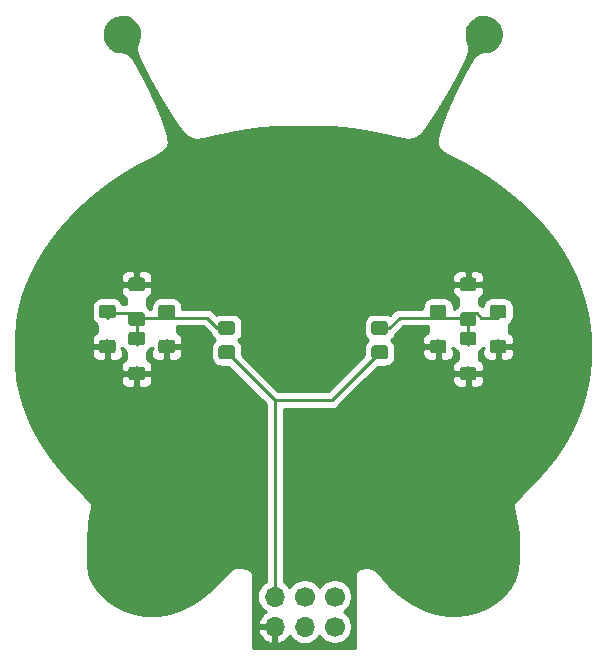
<source format=gbl>
G04 #@! TF.GenerationSoftware,KiCad,Pcbnew,(5.1.2)-1*
G04 #@! TF.CreationDate,2019-05-29T22:54:16+01:00*
G04 #@! TF.ProjectId,noname,6e6f6e61-6d65-42e6-9b69-6361645f7063,rev?*
G04 #@! TF.SameCoordinates,Original*
G04 #@! TF.FileFunction,Copper,L2,Bot*
G04 #@! TF.FilePolarity,Positive*
%FSLAX46Y46*%
G04 Gerber Fmt 4.6, Leading zero omitted, Abs format (unit mm)*
G04 Created by KiCad (PCBNEW (5.1.2)-1) date 2019-05-29 22:54:16*
%MOMM*%
%LPD*%
G04 APERTURE LIST*
%ADD10C,0.100000*%
%ADD11C,1.150000*%
%ADD12C,1.700000*%
%ADD13O,1.700000X1.700000*%
%ADD14C,0.250000*%
%ADD15C,0.254000*%
G04 APERTURE END LIST*
D10*
G36*
X14444910Y318798D02*
G01*
X14469135Y315205D01*
X14492891Y309254D01*
X14515949Y301004D01*
X14538087Y290533D01*
X14559093Y277943D01*
X14578763Y263355D01*
X14596908Y246908D01*
X14613355Y228763D01*
X14627943Y209093D01*
X14640533Y188087D01*
X14651004Y165949D01*
X14659254Y142891D01*
X14665205Y119135D01*
X14668798Y94910D01*
X14670000Y70450D01*
X14670000Y-580450D01*
X14668798Y-604910D01*
X14665205Y-629135D01*
X14659254Y-652891D01*
X14651004Y-675949D01*
X14640533Y-698087D01*
X14627943Y-719093D01*
X14613355Y-738763D01*
X14596908Y-756908D01*
X14578763Y-773355D01*
X14559093Y-787943D01*
X14538087Y-800533D01*
X14515949Y-811004D01*
X14492891Y-819254D01*
X14469135Y-825205D01*
X14444910Y-828798D01*
X14420450Y-830000D01*
X13519550Y-830000D01*
X13495090Y-828798D01*
X13470865Y-825205D01*
X13447109Y-819254D01*
X13424051Y-811004D01*
X13401913Y-800533D01*
X13380907Y-787943D01*
X13361237Y-773355D01*
X13343092Y-756908D01*
X13326645Y-738763D01*
X13312057Y-719093D01*
X13299467Y-698087D01*
X13288996Y-675949D01*
X13280746Y-652891D01*
X13274795Y-629135D01*
X13271202Y-604910D01*
X13270000Y-580450D01*
X13270000Y70450D01*
X13271202Y94910D01*
X13274795Y119135D01*
X13280746Y142891D01*
X13288996Y165949D01*
X13299467Y188087D01*
X13312057Y209093D01*
X13326645Y228763D01*
X13343092Y246908D01*
X13361237Y263355D01*
X13380907Y277943D01*
X13401913Y290533D01*
X13424051Y301004D01*
X13447109Y309254D01*
X13470865Y315205D01*
X13495090Y318798D01*
X13519550Y320000D01*
X14420450Y320000D01*
X14444910Y318798D01*
X14444910Y318798D01*
G37*
D11*
X13970000Y-255000D03*
D10*
G36*
X14444910Y3268798D02*
G01*
X14469135Y3265205D01*
X14492891Y3259254D01*
X14515949Y3251004D01*
X14538087Y3240533D01*
X14559093Y3227943D01*
X14578763Y3213355D01*
X14596908Y3196908D01*
X14613355Y3178763D01*
X14627943Y3159093D01*
X14640533Y3138087D01*
X14651004Y3115949D01*
X14659254Y3092891D01*
X14665205Y3069135D01*
X14668798Y3044910D01*
X14670000Y3020450D01*
X14670000Y2369550D01*
X14668798Y2345090D01*
X14665205Y2320865D01*
X14659254Y2297109D01*
X14651004Y2274051D01*
X14640533Y2251913D01*
X14627943Y2230907D01*
X14613355Y2211237D01*
X14596908Y2193092D01*
X14578763Y2176645D01*
X14559093Y2162057D01*
X14538087Y2149467D01*
X14515949Y2138996D01*
X14492891Y2130746D01*
X14469135Y2124795D01*
X14444910Y2121202D01*
X14420450Y2120000D01*
X13519550Y2120000D01*
X13495090Y2121202D01*
X13470865Y2124795D01*
X13447109Y2130746D01*
X13424051Y2138996D01*
X13401913Y2149467D01*
X13380907Y2162057D01*
X13361237Y2176645D01*
X13343092Y2193092D01*
X13326645Y2211237D01*
X13312057Y2230907D01*
X13299467Y2251913D01*
X13288996Y2274051D01*
X13280746Y2297109D01*
X13274795Y2320865D01*
X13271202Y2345090D01*
X13270000Y2369550D01*
X13270000Y3020450D01*
X13271202Y3044910D01*
X13274795Y3069135D01*
X13280746Y3092891D01*
X13288996Y3115949D01*
X13299467Y3138087D01*
X13312057Y3159093D01*
X13326645Y3178763D01*
X13343092Y3196908D01*
X13361237Y3213355D01*
X13380907Y3227943D01*
X13401913Y3240533D01*
X13424051Y3251004D01*
X13447109Y3259254D01*
X13470865Y3265205D01*
X13495090Y3268798D01*
X13519550Y3270000D01*
X14420450Y3270000D01*
X14444910Y3268798D01*
X14444910Y3268798D01*
G37*
D11*
X13970000Y2695000D03*
D12*
X127000Y-23749000D03*
X2667000Y-23749000D03*
X2667000Y-26289000D03*
D13*
X127000Y-26289000D03*
X-2413000Y-23749000D03*
X-2413000Y-26289000D03*
D10*
G36*
X-13622090Y3268798D02*
G01*
X-13597865Y3265205D01*
X-13574109Y3259254D01*
X-13551051Y3251004D01*
X-13528913Y3240533D01*
X-13507907Y3227943D01*
X-13488237Y3213355D01*
X-13470092Y3196908D01*
X-13453645Y3178763D01*
X-13439057Y3159093D01*
X-13426467Y3138087D01*
X-13415996Y3115949D01*
X-13407746Y3092891D01*
X-13401795Y3069135D01*
X-13398202Y3044910D01*
X-13397000Y3020450D01*
X-13397000Y2369550D01*
X-13398202Y2345090D01*
X-13401795Y2320865D01*
X-13407746Y2297109D01*
X-13415996Y2274051D01*
X-13426467Y2251913D01*
X-13439057Y2230907D01*
X-13453645Y2211237D01*
X-13470092Y2193092D01*
X-13488237Y2176645D01*
X-13507907Y2162057D01*
X-13528913Y2149467D01*
X-13551051Y2138996D01*
X-13574109Y2130746D01*
X-13597865Y2124795D01*
X-13622090Y2121202D01*
X-13646550Y2120000D01*
X-14547450Y2120000D01*
X-14571910Y2121202D01*
X-14596135Y2124795D01*
X-14619891Y2130746D01*
X-14642949Y2138996D01*
X-14665087Y2149467D01*
X-14686093Y2162057D01*
X-14705763Y2176645D01*
X-14723908Y2193092D01*
X-14740355Y2211237D01*
X-14754943Y2230907D01*
X-14767533Y2251913D01*
X-14778004Y2274051D01*
X-14786254Y2297109D01*
X-14792205Y2320865D01*
X-14795798Y2345090D01*
X-14797000Y2369550D01*
X-14797000Y3020450D01*
X-14795798Y3044910D01*
X-14792205Y3069135D01*
X-14786254Y3092891D01*
X-14778004Y3115949D01*
X-14767533Y3138087D01*
X-14754943Y3159093D01*
X-14740355Y3178763D01*
X-14723908Y3196908D01*
X-14705763Y3213355D01*
X-14686093Y3227943D01*
X-14665087Y3240533D01*
X-14642949Y3251004D01*
X-14619891Y3259254D01*
X-14596135Y3265205D01*
X-14571910Y3268798D01*
X-14547450Y3270000D01*
X-13646550Y3270000D01*
X-13622090Y3268798D01*
X-13622090Y3268798D01*
G37*
D11*
X-14097000Y2695000D03*
D10*
G36*
X-13622090Y318798D02*
G01*
X-13597865Y315205D01*
X-13574109Y309254D01*
X-13551051Y301004D01*
X-13528913Y290533D01*
X-13507907Y277943D01*
X-13488237Y263355D01*
X-13470092Y246908D01*
X-13453645Y228763D01*
X-13439057Y209093D01*
X-13426467Y188087D01*
X-13415996Y165949D01*
X-13407746Y142891D01*
X-13401795Y119135D01*
X-13398202Y94910D01*
X-13397000Y70450D01*
X-13397000Y-580450D01*
X-13398202Y-604910D01*
X-13401795Y-629135D01*
X-13407746Y-652891D01*
X-13415996Y-675949D01*
X-13426467Y-698087D01*
X-13439057Y-719093D01*
X-13453645Y-738763D01*
X-13470092Y-756908D01*
X-13488237Y-773355D01*
X-13507907Y-787943D01*
X-13528913Y-800533D01*
X-13551051Y-811004D01*
X-13574109Y-819254D01*
X-13597865Y-825205D01*
X-13622090Y-828798D01*
X-13646550Y-830000D01*
X-14547450Y-830000D01*
X-14571910Y-828798D01*
X-14596135Y-825205D01*
X-14619891Y-819254D01*
X-14642949Y-811004D01*
X-14665087Y-800533D01*
X-14686093Y-787943D01*
X-14705763Y-773355D01*
X-14723908Y-756908D01*
X-14740355Y-738763D01*
X-14754943Y-719093D01*
X-14767533Y-698087D01*
X-14778004Y-675949D01*
X-14786254Y-652891D01*
X-14792205Y-629135D01*
X-14795798Y-604910D01*
X-14797000Y-580450D01*
X-14797000Y70450D01*
X-14795798Y94910D01*
X-14792205Y119135D01*
X-14786254Y142891D01*
X-14778004Y165949D01*
X-14767533Y188087D01*
X-14754943Y209093D01*
X-14740355Y228763D01*
X-14723908Y246908D01*
X-14705763Y263355D01*
X-14686093Y277943D01*
X-14665087Y290533D01*
X-14642949Y301004D01*
X-14619891Y309254D01*
X-14596135Y315205D01*
X-14571910Y318798D01*
X-14547450Y320000D01*
X-13646550Y320000D01*
X-13622090Y318798D01*
X-13622090Y318798D01*
G37*
D11*
X-14097000Y-255000D03*
D10*
G36*
X-13622090Y-4280202D02*
G01*
X-13597865Y-4283795D01*
X-13574109Y-4289746D01*
X-13551051Y-4297996D01*
X-13528913Y-4308467D01*
X-13507907Y-4321057D01*
X-13488237Y-4335645D01*
X-13470092Y-4352092D01*
X-13453645Y-4370237D01*
X-13439057Y-4389907D01*
X-13426467Y-4410913D01*
X-13415996Y-4433051D01*
X-13407746Y-4456109D01*
X-13401795Y-4479865D01*
X-13398202Y-4504090D01*
X-13397000Y-4528550D01*
X-13397000Y-5179450D01*
X-13398202Y-5203910D01*
X-13401795Y-5228135D01*
X-13407746Y-5251891D01*
X-13415996Y-5274949D01*
X-13426467Y-5297087D01*
X-13439057Y-5318093D01*
X-13453645Y-5337763D01*
X-13470092Y-5355908D01*
X-13488237Y-5372355D01*
X-13507907Y-5386943D01*
X-13528913Y-5399533D01*
X-13551051Y-5410004D01*
X-13574109Y-5418254D01*
X-13597865Y-5424205D01*
X-13622090Y-5427798D01*
X-13646550Y-5429000D01*
X-14547450Y-5429000D01*
X-14571910Y-5427798D01*
X-14596135Y-5424205D01*
X-14619891Y-5418254D01*
X-14642949Y-5410004D01*
X-14665087Y-5399533D01*
X-14686093Y-5386943D01*
X-14705763Y-5372355D01*
X-14723908Y-5355908D01*
X-14740355Y-5337763D01*
X-14754943Y-5318093D01*
X-14767533Y-5297087D01*
X-14778004Y-5274949D01*
X-14786254Y-5251891D01*
X-14792205Y-5228135D01*
X-14795798Y-5203910D01*
X-14797000Y-5179450D01*
X-14797000Y-4528550D01*
X-14795798Y-4504090D01*
X-14792205Y-4479865D01*
X-14786254Y-4456109D01*
X-14778004Y-4433051D01*
X-14767533Y-4410913D01*
X-14754943Y-4389907D01*
X-14740355Y-4370237D01*
X-14723908Y-4352092D01*
X-14705763Y-4335645D01*
X-14686093Y-4321057D01*
X-14665087Y-4308467D01*
X-14642949Y-4297996D01*
X-14619891Y-4289746D01*
X-14596135Y-4283795D01*
X-14571910Y-4280202D01*
X-14547450Y-4279000D01*
X-13646550Y-4279000D01*
X-13622090Y-4280202D01*
X-13622090Y-4280202D01*
G37*
D11*
X-14097000Y-4854000D03*
D10*
G36*
X-13622090Y-1330202D02*
G01*
X-13597865Y-1333795D01*
X-13574109Y-1339746D01*
X-13551051Y-1347996D01*
X-13528913Y-1358467D01*
X-13507907Y-1371057D01*
X-13488237Y-1385645D01*
X-13470092Y-1402092D01*
X-13453645Y-1420237D01*
X-13439057Y-1439907D01*
X-13426467Y-1460913D01*
X-13415996Y-1483051D01*
X-13407746Y-1506109D01*
X-13401795Y-1529865D01*
X-13398202Y-1554090D01*
X-13397000Y-1578550D01*
X-13397000Y-2229450D01*
X-13398202Y-2253910D01*
X-13401795Y-2278135D01*
X-13407746Y-2301891D01*
X-13415996Y-2324949D01*
X-13426467Y-2347087D01*
X-13439057Y-2368093D01*
X-13453645Y-2387763D01*
X-13470092Y-2405908D01*
X-13488237Y-2422355D01*
X-13507907Y-2436943D01*
X-13528913Y-2449533D01*
X-13551051Y-2460004D01*
X-13574109Y-2468254D01*
X-13597865Y-2474205D01*
X-13622090Y-2477798D01*
X-13646550Y-2479000D01*
X-14547450Y-2479000D01*
X-14571910Y-2477798D01*
X-14596135Y-2474205D01*
X-14619891Y-2468254D01*
X-14642949Y-2460004D01*
X-14665087Y-2449533D01*
X-14686093Y-2436943D01*
X-14705763Y-2422355D01*
X-14723908Y-2405908D01*
X-14740355Y-2387763D01*
X-14754943Y-2368093D01*
X-14767533Y-2347087D01*
X-14778004Y-2324949D01*
X-14786254Y-2301891D01*
X-14792205Y-2278135D01*
X-14795798Y-2253910D01*
X-14797000Y-2229450D01*
X-14797000Y-1578550D01*
X-14795798Y-1554090D01*
X-14792205Y-1529865D01*
X-14786254Y-1506109D01*
X-14778004Y-1483051D01*
X-14767533Y-1460913D01*
X-14754943Y-1439907D01*
X-14740355Y-1420237D01*
X-14723908Y-1402092D01*
X-14705763Y-1385645D01*
X-14686093Y-1371057D01*
X-14665087Y-1358467D01*
X-14642949Y-1347996D01*
X-14619891Y-1339746D01*
X-14596135Y-1333795D01*
X-14571910Y-1330202D01*
X-14547450Y-1329000D01*
X-13646550Y-1329000D01*
X-13622090Y-1330202D01*
X-13622090Y-1330202D01*
G37*
D11*
X-14097000Y-1904000D03*
D10*
G36*
X-16098590Y955798D02*
G01*
X-16074365Y952205D01*
X-16050609Y946254D01*
X-16027551Y938004D01*
X-16005413Y927533D01*
X-15984407Y914943D01*
X-15964737Y900355D01*
X-15946592Y883908D01*
X-15930145Y865763D01*
X-15915557Y846093D01*
X-15902967Y825087D01*
X-15892496Y802949D01*
X-15884246Y779891D01*
X-15878295Y756135D01*
X-15874702Y731910D01*
X-15873500Y707450D01*
X-15873500Y56550D01*
X-15874702Y32090D01*
X-15878295Y7865D01*
X-15884246Y-15891D01*
X-15892496Y-38949D01*
X-15902967Y-61087D01*
X-15915557Y-82093D01*
X-15930145Y-101763D01*
X-15946592Y-119908D01*
X-15964737Y-136355D01*
X-15984407Y-150943D01*
X-16005413Y-163533D01*
X-16027551Y-174004D01*
X-16050609Y-182254D01*
X-16074365Y-188205D01*
X-16098590Y-191798D01*
X-16123050Y-193000D01*
X-17023950Y-193000D01*
X-17048410Y-191798D01*
X-17072635Y-188205D01*
X-17096391Y-182254D01*
X-17119449Y-174004D01*
X-17141587Y-163533D01*
X-17162593Y-150943D01*
X-17182263Y-136355D01*
X-17200408Y-119908D01*
X-17216855Y-101763D01*
X-17231443Y-82093D01*
X-17244033Y-61087D01*
X-17254504Y-38949D01*
X-17262754Y-15891D01*
X-17268705Y7865D01*
X-17272298Y32090D01*
X-17273500Y56550D01*
X-17273500Y707450D01*
X-17272298Y731910D01*
X-17268705Y756135D01*
X-17262754Y779891D01*
X-17254504Y802949D01*
X-17244033Y825087D01*
X-17231443Y846093D01*
X-17216855Y865763D01*
X-17200408Y883908D01*
X-17182263Y900355D01*
X-17162593Y914943D01*
X-17141587Y927533D01*
X-17119449Y938004D01*
X-17096391Y946254D01*
X-17072635Y952205D01*
X-17048410Y955798D01*
X-17023950Y957000D01*
X-16123050Y957000D01*
X-16098590Y955798D01*
X-16098590Y955798D01*
G37*
D11*
X-16573500Y382000D03*
D10*
G36*
X-16098590Y-1994202D02*
G01*
X-16074365Y-1997795D01*
X-16050609Y-2003746D01*
X-16027551Y-2011996D01*
X-16005413Y-2022467D01*
X-15984407Y-2035057D01*
X-15964737Y-2049645D01*
X-15946592Y-2066092D01*
X-15930145Y-2084237D01*
X-15915557Y-2103907D01*
X-15902967Y-2124913D01*
X-15892496Y-2147051D01*
X-15884246Y-2170109D01*
X-15878295Y-2193865D01*
X-15874702Y-2218090D01*
X-15873500Y-2242550D01*
X-15873500Y-2893450D01*
X-15874702Y-2917910D01*
X-15878295Y-2942135D01*
X-15884246Y-2965891D01*
X-15892496Y-2988949D01*
X-15902967Y-3011087D01*
X-15915557Y-3032093D01*
X-15930145Y-3051763D01*
X-15946592Y-3069908D01*
X-15964737Y-3086355D01*
X-15984407Y-3100943D01*
X-16005413Y-3113533D01*
X-16027551Y-3124004D01*
X-16050609Y-3132254D01*
X-16074365Y-3138205D01*
X-16098590Y-3141798D01*
X-16123050Y-3143000D01*
X-17023950Y-3143000D01*
X-17048410Y-3141798D01*
X-17072635Y-3138205D01*
X-17096391Y-3132254D01*
X-17119449Y-3124004D01*
X-17141587Y-3113533D01*
X-17162593Y-3100943D01*
X-17182263Y-3086355D01*
X-17200408Y-3069908D01*
X-17216855Y-3051763D01*
X-17231443Y-3032093D01*
X-17244033Y-3011087D01*
X-17254504Y-2988949D01*
X-17262754Y-2965891D01*
X-17268705Y-2942135D01*
X-17272298Y-2917910D01*
X-17273500Y-2893450D01*
X-17273500Y-2242550D01*
X-17272298Y-2218090D01*
X-17268705Y-2193865D01*
X-17262754Y-2170109D01*
X-17254504Y-2147051D01*
X-17244033Y-2124913D01*
X-17231443Y-2103907D01*
X-17216855Y-2084237D01*
X-17200408Y-2066092D01*
X-17182263Y-2049645D01*
X-17162593Y-2035057D01*
X-17141587Y-2022467D01*
X-17119449Y-2011996D01*
X-17096391Y-2003746D01*
X-17072635Y-1997795D01*
X-17048410Y-1994202D01*
X-17023950Y-1993000D01*
X-16123050Y-1993000D01*
X-16098590Y-1994202D01*
X-16098590Y-1994202D01*
G37*
D11*
X-16573500Y-2568000D03*
D10*
G36*
X-11082090Y955798D02*
G01*
X-11057865Y952205D01*
X-11034109Y946254D01*
X-11011051Y938004D01*
X-10988913Y927533D01*
X-10967907Y914943D01*
X-10948237Y900355D01*
X-10930092Y883908D01*
X-10913645Y865763D01*
X-10899057Y846093D01*
X-10886467Y825087D01*
X-10875996Y802949D01*
X-10867746Y779891D01*
X-10861795Y756135D01*
X-10858202Y731910D01*
X-10857000Y707450D01*
X-10857000Y56550D01*
X-10858202Y32090D01*
X-10861795Y7865D01*
X-10867746Y-15891D01*
X-10875996Y-38949D01*
X-10886467Y-61087D01*
X-10899057Y-82093D01*
X-10913645Y-101763D01*
X-10930092Y-119908D01*
X-10948237Y-136355D01*
X-10967907Y-150943D01*
X-10988913Y-163533D01*
X-11011051Y-174004D01*
X-11034109Y-182254D01*
X-11057865Y-188205D01*
X-11082090Y-191798D01*
X-11106550Y-193000D01*
X-12007450Y-193000D01*
X-12031910Y-191798D01*
X-12056135Y-188205D01*
X-12079891Y-182254D01*
X-12102949Y-174004D01*
X-12125087Y-163533D01*
X-12146093Y-150943D01*
X-12165763Y-136355D01*
X-12183908Y-119908D01*
X-12200355Y-101763D01*
X-12214943Y-82093D01*
X-12227533Y-61087D01*
X-12238004Y-38949D01*
X-12246254Y-15891D01*
X-12252205Y7865D01*
X-12255798Y32090D01*
X-12257000Y56550D01*
X-12257000Y707450D01*
X-12255798Y731910D01*
X-12252205Y756135D01*
X-12246254Y779891D01*
X-12238004Y802949D01*
X-12227533Y825087D01*
X-12214943Y846093D01*
X-12200355Y865763D01*
X-12183908Y883908D01*
X-12165763Y900355D01*
X-12146093Y914943D01*
X-12125087Y927533D01*
X-12102949Y938004D01*
X-12079891Y946254D01*
X-12056135Y952205D01*
X-12031910Y955798D01*
X-12007450Y957000D01*
X-11106550Y957000D01*
X-11082090Y955798D01*
X-11082090Y955798D01*
G37*
D11*
X-11557000Y382000D03*
D10*
G36*
X-11082090Y-1994202D02*
G01*
X-11057865Y-1997795D01*
X-11034109Y-2003746D01*
X-11011051Y-2011996D01*
X-10988913Y-2022467D01*
X-10967907Y-2035057D01*
X-10948237Y-2049645D01*
X-10930092Y-2066092D01*
X-10913645Y-2084237D01*
X-10899057Y-2103907D01*
X-10886467Y-2124913D01*
X-10875996Y-2147051D01*
X-10867746Y-2170109D01*
X-10861795Y-2193865D01*
X-10858202Y-2218090D01*
X-10857000Y-2242550D01*
X-10857000Y-2893450D01*
X-10858202Y-2917910D01*
X-10861795Y-2942135D01*
X-10867746Y-2965891D01*
X-10875996Y-2988949D01*
X-10886467Y-3011087D01*
X-10899057Y-3032093D01*
X-10913645Y-3051763D01*
X-10930092Y-3069908D01*
X-10948237Y-3086355D01*
X-10967907Y-3100943D01*
X-10988913Y-3113533D01*
X-11011051Y-3124004D01*
X-11034109Y-3132254D01*
X-11057865Y-3138205D01*
X-11082090Y-3141798D01*
X-11106550Y-3143000D01*
X-12007450Y-3143000D01*
X-12031910Y-3141798D01*
X-12056135Y-3138205D01*
X-12079891Y-3132254D01*
X-12102949Y-3124004D01*
X-12125087Y-3113533D01*
X-12146093Y-3100943D01*
X-12165763Y-3086355D01*
X-12183908Y-3069908D01*
X-12200355Y-3051763D01*
X-12214943Y-3032093D01*
X-12227533Y-3011087D01*
X-12238004Y-2988949D01*
X-12246254Y-2965891D01*
X-12252205Y-2942135D01*
X-12255798Y-2917910D01*
X-12257000Y-2893450D01*
X-12257000Y-2242550D01*
X-12255798Y-2218090D01*
X-12252205Y-2193865D01*
X-12246254Y-2170109D01*
X-12238004Y-2147051D01*
X-12227533Y-2124913D01*
X-12214943Y-2103907D01*
X-12200355Y-2084237D01*
X-12183908Y-2066092D01*
X-12165763Y-2049645D01*
X-12146093Y-2035057D01*
X-12125087Y-2022467D01*
X-12102949Y-2011996D01*
X-12079891Y-2003746D01*
X-12056135Y-1997795D01*
X-12031910Y-1994202D01*
X-12007450Y-1993000D01*
X-11106550Y-1993000D01*
X-11082090Y-1994202D01*
X-11082090Y-1994202D01*
G37*
D11*
X-11557000Y-2568000D03*
D10*
G36*
X11904910Y-1994202D02*
G01*
X11929135Y-1997795D01*
X11952891Y-2003746D01*
X11975949Y-2011996D01*
X11998087Y-2022467D01*
X12019093Y-2035057D01*
X12038763Y-2049645D01*
X12056908Y-2066092D01*
X12073355Y-2084237D01*
X12087943Y-2103907D01*
X12100533Y-2124913D01*
X12111004Y-2147051D01*
X12119254Y-2170109D01*
X12125205Y-2193865D01*
X12128798Y-2218090D01*
X12130000Y-2242550D01*
X12130000Y-2893450D01*
X12128798Y-2917910D01*
X12125205Y-2942135D01*
X12119254Y-2965891D01*
X12111004Y-2988949D01*
X12100533Y-3011087D01*
X12087943Y-3032093D01*
X12073355Y-3051763D01*
X12056908Y-3069908D01*
X12038763Y-3086355D01*
X12019093Y-3100943D01*
X11998087Y-3113533D01*
X11975949Y-3124004D01*
X11952891Y-3132254D01*
X11929135Y-3138205D01*
X11904910Y-3141798D01*
X11880450Y-3143000D01*
X10979550Y-3143000D01*
X10955090Y-3141798D01*
X10930865Y-3138205D01*
X10907109Y-3132254D01*
X10884051Y-3124004D01*
X10861913Y-3113533D01*
X10840907Y-3100943D01*
X10821237Y-3086355D01*
X10803092Y-3069908D01*
X10786645Y-3051763D01*
X10772057Y-3032093D01*
X10759467Y-3011087D01*
X10748996Y-2988949D01*
X10740746Y-2965891D01*
X10734795Y-2942135D01*
X10731202Y-2917910D01*
X10730000Y-2893450D01*
X10730000Y-2242550D01*
X10731202Y-2218090D01*
X10734795Y-2193865D01*
X10740746Y-2170109D01*
X10748996Y-2147051D01*
X10759467Y-2124913D01*
X10772057Y-2103907D01*
X10786645Y-2084237D01*
X10803092Y-2066092D01*
X10821237Y-2049645D01*
X10840907Y-2035057D01*
X10861913Y-2022467D01*
X10884051Y-2011996D01*
X10907109Y-2003746D01*
X10930865Y-1997795D01*
X10955090Y-1994202D01*
X10979550Y-1993000D01*
X11880450Y-1993000D01*
X11904910Y-1994202D01*
X11904910Y-1994202D01*
G37*
D11*
X11430000Y-2568000D03*
D10*
G36*
X11904910Y955798D02*
G01*
X11929135Y952205D01*
X11952891Y946254D01*
X11975949Y938004D01*
X11998087Y927533D01*
X12019093Y914943D01*
X12038763Y900355D01*
X12056908Y883908D01*
X12073355Y865763D01*
X12087943Y846093D01*
X12100533Y825087D01*
X12111004Y802949D01*
X12119254Y779891D01*
X12125205Y756135D01*
X12128798Y731910D01*
X12130000Y707450D01*
X12130000Y56550D01*
X12128798Y32090D01*
X12125205Y7865D01*
X12119254Y-15891D01*
X12111004Y-38949D01*
X12100533Y-61087D01*
X12087943Y-82093D01*
X12073355Y-101763D01*
X12056908Y-119908D01*
X12038763Y-136355D01*
X12019093Y-150943D01*
X11998087Y-163533D01*
X11975949Y-174004D01*
X11952891Y-182254D01*
X11929135Y-188205D01*
X11904910Y-191798D01*
X11880450Y-193000D01*
X10979550Y-193000D01*
X10955090Y-191798D01*
X10930865Y-188205D01*
X10907109Y-182254D01*
X10884051Y-174004D01*
X10861913Y-163533D01*
X10840907Y-150943D01*
X10821237Y-136355D01*
X10803092Y-119908D01*
X10786645Y-101763D01*
X10772057Y-82093D01*
X10759467Y-61087D01*
X10748996Y-38949D01*
X10740746Y-15891D01*
X10734795Y7865D01*
X10731202Y32090D01*
X10730000Y56550D01*
X10730000Y707450D01*
X10731202Y731910D01*
X10734795Y756135D01*
X10740746Y779891D01*
X10748996Y802949D01*
X10759467Y825087D01*
X10772057Y846093D01*
X10786645Y865763D01*
X10803092Y883908D01*
X10821237Y900355D01*
X10840907Y914943D01*
X10861913Y927533D01*
X10884051Y938004D01*
X10907109Y946254D01*
X10930865Y952205D01*
X10955090Y955798D01*
X10979550Y957000D01*
X11880450Y957000D01*
X11904910Y955798D01*
X11904910Y955798D01*
G37*
D11*
X11430000Y382000D03*
D10*
G36*
X14444910Y-1330202D02*
G01*
X14469135Y-1333795D01*
X14492891Y-1339746D01*
X14515949Y-1347996D01*
X14538087Y-1358467D01*
X14559093Y-1371057D01*
X14578763Y-1385645D01*
X14596908Y-1402092D01*
X14613355Y-1420237D01*
X14627943Y-1439907D01*
X14640533Y-1460913D01*
X14651004Y-1483051D01*
X14659254Y-1506109D01*
X14665205Y-1529865D01*
X14668798Y-1554090D01*
X14670000Y-1578550D01*
X14670000Y-2229450D01*
X14668798Y-2253910D01*
X14665205Y-2278135D01*
X14659254Y-2301891D01*
X14651004Y-2324949D01*
X14640533Y-2347087D01*
X14627943Y-2368093D01*
X14613355Y-2387763D01*
X14596908Y-2405908D01*
X14578763Y-2422355D01*
X14559093Y-2436943D01*
X14538087Y-2449533D01*
X14515949Y-2460004D01*
X14492891Y-2468254D01*
X14469135Y-2474205D01*
X14444910Y-2477798D01*
X14420450Y-2479000D01*
X13519550Y-2479000D01*
X13495090Y-2477798D01*
X13470865Y-2474205D01*
X13447109Y-2468254D01*
X13424051Y-2460004D01*
X13401913Y-2449533D01*
X13380907Y-2436943D01*
X13361237Y-2422355D01*
X13343092Y-2405908D01*
X13326645Y-2387763D01*
X13312057Y-2368093D01*
X13299467Y-2347087D01*
X13288996Y-2324949D01*
X13280746Y-2301891D01*
X13274795Y-2278135D01*
X13271202Y-2253910D01*
X13270000Y-2229450D01*
X13270000Y-1578550D01*
X13271202Y-1554090D01*
X13274795Y-1529865D01*
X13280746Y-1506109D01*
X13288996Y-1483051D01*
X13299467Y-1460913D01*
X13312057Y-1439907D01*
X13326645Y-1420237D01*
X13343092Y-1402092D01*
X13361237Y-1385645D01*
X13380907Y-1371057D01*
X13401913Y-1358467D01*
X13424051Y-1347996D01*
X13447109Y-1339746D01*
X13470865Y-1333795D01*
X13495090Y-1330202D01*
X13519550Y-1329000D01*
X14420450Y-1329000D01*
X14444910Y-1330202D01*
X14444910Y-1330202D01*
G37*
D11*
X13970000Y-1904000D03*
D10*
G36*
X14444910Y-4280202D02*
G01*
X14469135Y-4283795D01*
X14492891Y-4289746D01*
X14515949Y-4297996D01*
X14538087Y-4308467D01*
X14559093Y-4321057D01*
X14578763Y-4335645D01*
X14596908Y-4352092D01*
X14613355Y-4370237D01*
X14627943Y-4389907D01*
X14640533Y-4410913D01*
X14651004Y-4433051D01*
X14659254Y-4456109D01*
X14665205Y-4479865D01*
X14668798Y-4504090D01*
X14670000Y-4528550D01*
X14670000Y-5179450D01*
X14668798Y-5203910D01*
X14665205Y-5228135D01*
X14659254Y-5251891D01*
X14651004Y-5274949D01*
X14640533Y-5297087D01*
X14627943Y-5318093D01*
X14613355Y-5337763D01*
X14596908Y-5355908D01*
X14578763Y-5372355D01*
X14559093Y-5386943D01*
X14538087Y-5399533D01*
X14515949Y-5410004D01*
X14492891Y-5418254D01*
X14469135Y-5424205D01*
X14444910Y-5427798D01*
X14420450Y-5429000D01*
X13519550Y-5429000D01*
X13495090Y-5427798D01*
X13470865Y-5424205D01*
X13447109Y-5418254D01*
X13424051Y-5410004D01*
X13401913Y-5399533D01*
X13380907Y-5386943D01*
X13361237Y-5372355D01*
X13343092Y-5355908D01*
X13326645Y-5337763D01*
X13312057Y-5318093D01*
X13299467Y-5297087D01*
X13288996Y-5274949D01*
X13280746Y-5251891D01*
X13274795Y-5228135D01*
X13271202Y-5203910D01*
X13270000Y-5179450D01*
X13270000Y-4528550D01*
X13271202Y-4504090D01*
X13274795Y-4479865D01*
X13280746Y-4456109D01*
X13288996Y-4433051D01*
X13299467Y-4410913D01*
X13312057Y-4389907D01*
X13326645Y-4370237D01*
X13343092Y-4352092D01*
X13361237Y-4335645D01*
X13380907Y-4321057D01*
X13401913Y-4308467D01*
X13424051Y-4297996D01*
X13447109Y-4289746D01*
X13470865Y-4283795D01*
X13495090Y-4280202D01*
X13519550Y-4279000D01*
X14420450Y-4279000D01*
X14444910Y-4280202D01*
X14444910Y-4280202D01*
G37*
D11*
X13970000Y-4854000D03*
D10*
G36*
X16984910Y-1994202D02*
G01*
X17009135Y-1997795D01*
X17032891Y-2003746D01*
X17055949Y-2011996D01*
X17078087Y-2022467D01*
X17099093Y-2035057D01*
X17118763Y-2049645D01*
X17136908Y-2066092D01*
X17153355Y-2084237D01*
X17167943Y-2103907D01*
X17180533Y-2124913D01*
X17191004Y-2147051D01*
X17199254Y-2170109D01*
X17205205Y-2193865D01*
X17208798Y-2218090D01*
X17210000Y-2242550D01*
X17210000Y-2893450D01*
X17208798Y-2917910D01*
X17205205Y-2942135D01*
X17199254Y-2965891D01*
X17191004Y-2988949D01*
X17180533Y-3011087D01*
X17167943Y-3032093D01*
X17153355Y-3051763D01*
X17136908Y-3069908D01*
X17118763Y-3086355D01*
X17099093Y-3100943D01*
X17078087Y-3113533D01*
X17055949Y-3124004D01*
X17032891Y-3132254D01*
X17009135Y-3138205D01*
X16984910Y-3141798D01*
X16960450Y-3143000D01*
X16059550Y-3143000D01*
X16035090Y-3141798D01*
X16010865Y-3138205D01*
X15987109Y-3132254D01*
X15964051Y-3124004D01*
X15941913Y-3113533D01*
X15920907Y-3100943D01*
X15901237Y-3086355D01*
X15883092Y-3069908D01*
X15866645Y-3051763D01*
X15852057Y-3032093D01*
X15839467Y-3011087D01*
X15828996Y-2988949D01*
X15820746Y-2965891D01*
X15814795Y-2942135D01*
X15811202Y-2917910D01*
X15810000Y-2893450D01*
X15810000Y-2242550D01*
X15811202Y-2218090D01*
X15814795Y-2193865D01*
X15820746Y-2170109D01*
X15828996Y-2147051D01*
X15839467Y-2124913D01*
X15852057Y-2103907D01*
X15866645Y-2084237D01*
X15883092Y-2066092D01*
X15901237Y-2049645D01*
X15920907Y-2035057D01*
X15941913Y-2022467D01*
X15964051Y-2011996D01*
X15987109Y-2003746D01*
X16010865Y-1997795D01*
X16035090Y-1994202D01*
X16059550Y-1993000D01*
X16960450Y-1993000D01*
X16984910Y-1994202D01*
X16984910Y-1994202D01*
G37*
D11*
X16510000Y-2568000D03*
D10*
G36*
X16984910Y955798D02*
G01*
X17009135Y952205D01*
X17032891Y946254D01*
X17055949Y938004D01*
X17078087Y927533D01*
X17099093Y914943D01*
X17118763Y900355D01*
X17136908Y883908D01*
X17153355Y865763D01*
X17167943Y846093D01*
X17180533Y825087D01*
X17191004Y802949D01*
X17199254Y779891D01*
X17205205Y756135D01*
X17208798Y731910D01*
X17210000Y707450D01*
X17210000Y56550D01*
X17208798Y32090D01*
X17205205Y7865D01*
X17199254Y-15891D01*
X17191004Y-38949D01*
X17180533Y-61087D01*
X17167943Y-82093D01*
X17153355Y-101763D01*
X17136908Y-119908D01*
X17118763Y-136355D01*
X17099093Y-150943D01*
X17078087Y-163533D01*
X17055949Y-174004D01*
X17032891Y-182254D01*
X17009135Y-188205D01*
X16984910Y-191798D01*
X16960450Y-193000D01*
X16059550Y-193000D01*
X16035090Y-191798D01*
X16010865Y-188205D01*
X15987109Y-182254D01*
X15964051Y-174004D01*
X15941913Y-163533D01*
X15920907Y-150943D01*
X15901237Y-136355D01*
X15883092Y-119908D01*
X15866645Y-101763D01*
X15852057Y-82093D01*
X15839467Y-61087D01*
X15828996Y-38949D01*
X15820746Y-15891D01*
X15814795Y7865D01*
X15811202Y32090D01*
X15810000Y56550D01*
X15810000Y707450D01*
X15811202Y731910D01*
X15814795Y756135D01*
X15820746Y779891D01*
X15828996Y802949D01*
X15839467Y825087D01*
X15852057Y846093D01*
X15866645Y865763D01*
X15883092Y883908D01*
X15901237Y900355D01*
X15920907Y914943D01*
X15941913Y927533D01*
X15964051Y938004D01*
X15987109Y946254D01*
X16010865Y952205D01*
X16035090Y955798D01*
X16059550Y957000D01*
X16960450Y957000D01*
X16984910Y955798D01*
X16984910Y955798D01*
G37*
D11*
X16510000Y382000D03*
D10*
G36*
X-6002495Y-2483204D02*
G01*
X-5978227Y-2486804D01*
X-5954428Y-2492765D01*
X-5931329Y-2501030D01*
X-5909150Y-2511520D01*
X-5888107Y-2524132D01*
X-5868401Y-2538747D01*
X-5850223Y-2555223D01*
X-5833747Y-2573401D01*
X-5819132Y-2593107D01*
X-5806520Y-2614150D01*
X-5796030Y-2636329D01*
X-5787765Y-2659428D01*
X-5781804Y-2683227D01*
X-5778204Y-2707495D01*
X-5777000Y-2731999D01*
X-5777000Y-3382001D01*
X-5778204Y-3406505D01*
X-5781804Y-3430773D01*
X-5787765Y-3454572D01*
X-5796030Y-3477671D01*
X-5806520Y-3499850D01*
X-5819132Y-3520893D01*
X-5833747Y-3540599D01*
X-5850223Y-3558777D01*
X-5868401Y-3575253D01*
X-5888107Y-3589868D01*
X-5909150Y-3602480D01*
X-5931329Y-3612970D01*
X-5954428Y-3621235D01*
X-5978227Y-3627196D01*
X-6002495Y-3630796D01*
X-6026999Y-3632000D01*
X-6927001Y-3632000D01*
X-6951505Y-3630796D01*
X-6975773Y-3627196D01*
X-6999572Y-3621235D01*
X-7022671Y-3612970D01*
X-7044850Y-3602480D01*
X-7065893Y-3589868D01*
X-7085599Y-3575253D01*
X-7103777Y-3558777D01*
X-7120253Y-3540599D01*
X-7134868Y-3520893D01*
X-7147480Y-3499850D01*
X-7157970Y-3477671D01*
X-7166235Y-3454572D01*
X-7172196Y-3430773D01*
X-7175796Y-3406505D01*
X-7177000Y-3382001D01*
X-7177000Y-2731999D01*
X-7175796Y-2707495D01*
X-7172196Y-2683227D01*
X-7166235Y-2659428D01*
X-7157970Y-2636329D01*
X-7147480Y-2614150D01*
X-7134868Y-2593107D01*
X-7120253Y-2573401D01*
X-7103777Y-2555223D01*
X-7085599Y-2538747D01*
X-7065893Y-2524132D01*
X-7044850Y-2511520D01*
X-7022671Y-2501030D01*
X-6999572Y-2492765D01*
X-6975773Y-2486804D01*
X-6951505Y-2483204D01*
X-6927001Y-2482000D01*
X-6026999Y-2482000D01*
X-6002495Y-2483204D01*
X-6002495Y-2483204D01*
G37*
D11*
X-6477000Y-3057000D03*
D10*
G36*
X-6002495Y-433204D02*
G01*
X-5978227Y-436804D01*
X-5954428Y-442765D01*
X-5931329Y-451030D01*
X-5909150Y-461520D01*
X-5888107Y-474132D01*
X-5868401Y-488747D01*
X-5850223Y-505223D01*
X-5833747Y-523401D01*
X-5819132Y-543107D01*
X-5806520Y-564150D01*
X-5796030Y-586329D01*
X-5787765Y-609428D01*
X-5781804Y-633227D01*
X-5778204Y-657495D01*
X-5777000Y-681999D01*
X-5777000Y-1332001D01*
X-5778204Y-1356505D01*
X-5781804Y-1380773D01*
X-5787765Y-1404572D01*
X-5796030Y-1427671D01*
X-5806520Y-1449850D01*
X-5819132Y-1470893D01*
X-5833747Y-1490599D01*
X-5850223Y-1508777D01*
X-5868401Y-1525253D01*
X-5888107Y-1539868D01*
X-5909150Y-1552480D01*
X-5931329Y-1562970D01*
X-5954428Y-1571235D01*
X-5978227Y-1577196D01*
X-6002495Y-1580796D01*
X-6026999Y-1582000D01*
X-6927001Y-1582000D01*
X-6951505Y-1580796D01*
X-6975773Y-1577196D01*
X-6999572Y-1571235D01*
X-7022671Y-1562970D01*
X-7044850Y-1552480D01*
X-7065893Y-1539868D01*
X-7085599Y-1525253D01*
X-7103777Y-1508777D01*
X-7120253Y-1490599D01*
X-7134868Y-1470893D01*
X-7147480Y-1449850D01*
X-7157970Y-1427671D01*
X-7166235Y-1404572D01*
X-7172196Y-1380773D01*
X-7175796Y-1356505D01*
X-7177000Y-1332001D01*
X-7177000Y-681999D01*
X-7175796Y-657495D01*
X-7172196Y-633227D01*
X-7166235Y-609428D01*
X-7157970Y-586329D01*
X-7147480Y-564150D01*
X-7134868Y-543107D01*
X-7120253Y-523401D01*
X-7103777Y-505223D01*
X-7085599Y-488747D01*
X-7065893Y-474132D01*
X-7044850Y-461520D01*
X-7022671Y-451030D01*
X-6999572Y-442765D01*
X-6975773Y-436804D01*
X-6951505Y-433204D01*
X-6927001Y-432000D01*
X-6026999Y-432000D01*
X-6002495Y-433204D01*
X-6002495Y-433204D01*
G37*
D11*
X-6477000Y-1007000D03*
D10*
G36*
X6951505Y-433204D02*
G01*
X6975773Y-436804D01*
X6999572Y-442765D01*
X7022671Y-451030D01*
X7044850Y-461520D01*
X7065893Y-474132D01*
X7085599Y-488747D01*
X7103777Y-505223D01*
X7120253Y-523401D01*
X7134868Y-543107D01*
X7147480Y-564150D01*
X7157970Y-586329D01*
X7166235Y-609428D01*
X7172196Y-633227D01*
X7175796Y-657495D01*
X7177000Y-681999D01*
X7177000Y-1332001D01*
X7175796Y-1356505D01*
X7172196Y-1380773D01*
X7166235Y-1404572D01*
X7157970Y-1427671D01*
X7147480Y-1449850D01*
X7134868Y-1470893D01*
X7120253Y-1490599D01*
X7103777Y-1508777D01*
X7085599Y-1525253D01*
X7065893Y-1539868D01*
X7044850Y-1552480D01*
X7022671Y-1562970D01*
X6999572Y-1571235D01*
X6975773Y-1577196D01*
X6951505Y-1580796D01*
X6927001Y-1582000D01*
X6026999Y-1582000D01*
X6002495Y-1580796D01*
X5978227Y-1577196D01*
X5954428Y-1571235D01*
X5931329Y-1562970D01*
X5909150Y-1552480D01*
X5888107Y-1539868D01*
X5868401Y-1525253D01*
X5850223Y-1508777D01*
X5833747Y-1490599D01*
X5819132Y-1470893D01*
X5806520Y-1449850D01*
X5796030Y-1427671D01*
X5787765Y-1404572D01*
X5781804Y-1380773D01*
X5778204Y-1356505D01*
X5777000Y-1332001D01*
X5777000Y-681999D01*
X5778204Y-657495D01*
X5781804Y-633227D01*
X5787765Y-609428D01*
X5796030Y-586329D01*
X5806520Y-564150D01*
X5819132Y-543107D01*
X5833747Y-523401D01*
X5850223Y-505223D01*
X5868401Y-488747D01*
X5888107Y-474132D01*
X5909150Y-461520D01*
X5931329Y-451030D01*
X5954428Y-442765D01*
X5978227Y-436804D01*
X6002495Y-433204D01*
X6026999Y-432000D01*
X6927001Y-432000D01*
X6951505Y-433204D01*
X6951505Y-433204D01*
G37*
D11*
X6477000Y-1007000D03*
D10*
G36*
X6951505Y-2483204D02*
G01*
X6975773Y-2486804D01*
X6999572Y-2492765D01*
X7022671Y-2501030D01*
X7044850Y-2511520D01*
X7065893Y-2524132D01*
X7085599Y-2538747D01*
X7103777Y-2555223D01*
X7120253Y-2573401D01*
X7134868Y-2593107D01*
X7147480Y-2614150D01*
X7157970Y-2636329D01*
X7166235Y-2659428D01*
X7172196Y-2683227D01*
X7175796Y-2707495D01*
X7177000Y-2731999D01*
X7177000Y-3382001D01*
X7175796Y-3406505D01*
X7172196Y-3430773D01*
X7166235Y-3454572D01*
X7157970Y-3477671D01*
X7147480Y-3499850D01*
X7134868Y-3520893D01*
X7120253Y-3540599D01*
X7103777Y-3558777D01*
X7085599Y-3575253D01*
X7065893Y-3589868D01*
X7044850Y-3602480D01*
X7022671Y-3612970D01*
X6999572Y-3621235D01*
X6975773Y-3627196D01*
X6951505Y-3630796D01*
X6927001Y-3632000D01*
X6026999Y-3632000D01*
X6002495Y-3630796D01*
X5978227Y-3627196D01*
X5954428Y-3621235D01*
X5931329Y-3612970D01*
X5909150Y-3602480D01*
X5888107Y-3589868D01*
X5868401Y-3575253D01*
X5850223Y-3558777D01*
X5833747Y-3540599D01*
X5819132Y-3520893D01*
X5806520Y-3499850D01*
X5796030Y-3477671D01*
X5787765Y-3454572D01*
X5781804Y-3430773D01*
X5778204Y-3406505D01*
X5777000Y-3382001D01*
X5777000Y-2731999D01*
X5778204Y-2707495D01*
X5781804Y-2683227D01*
X5787765Y-2659428D01*
X5796030Y-2636329D01*
X5806520Y-2614150D01*
X5819132Y-2593107D01*
X5833747Y-2573401D01*
X5850223Y-2555223D01*
X5868401Y-2538747D01*
X5888107Y-2524132D01*
X5909150Y-2511520D01*
X5931329Y-2501030D01*
X5954428Y-2492765D01*
X5978227Y-2486804D01*
X6002495Y-2483204D01*
X6026999Y-2482000D01*
X6927001Y-2482000D01*
X6951505Y-2483204D01*
X6951505Y-2483204D01*
G37*
D11*
X6477000Y-3057000D03*
D14*
X-2413000Y-7121000D02*
X-6477000Y-3057000D01*
X2413000Y-7121000D02*
X6477000Y-3057000D01*
X-2413000Y-7121000D02*
X2413000Y-7121000D01*
X-2413000Y-23749000D02*
X-2413000Y-7121000D01*
X-8166000Y-118000D02*
X-11557000Y-118000D01*
X-7277000Y-1007000D02*
X-8166000Y-118000D01*
X-6477000Y-1007000D02*
X-7277000Y-1007000D01*
X-13734000Y-118000D02*
X-14097000Y245000D01*
X-11557000Y-118000D02*
X-13734000Y-118000D01*
X-14097000Y245000D02*
X-14097000Y-2404000D01*
X-16210500Y245000D02*
X-16573500Y-118000D01*
X-14097000Y245000D02*
X-16210500Y245000D01*
X8166000Y-118000D02*
X11430000Y-118000D01*
X7277000Y-1007000D02*
X8166000Y-118000D01*
X6477000Y-1007000D02*
X7277000Y-1007000D01*
X13607000Y-118000D02*
X13970000Y245000D01*
X11430000Y-118000D02*
X13607000Y-118000D01*
X13970000Y245000D02*
X13970000Y-2404000D01*
X15086000Y-118000D02*
X16510000Y-118000D01*
X14723000Y245000D02*
X15086000Y-118000D01*
X13970000Y245000D02*
X14723000Y245000D01*
D15*
G36*
X-15209014Y25314508D02*
G01*
X-15202843Y25314988D01*
X-15182801Y25314852D01*
X-15160525Y25314581D01*
X-15138178Y25314195D01*
X-15117090Y25313700D01*
X-15096125Y25313043D01*
X-15075243Y25312242D01*
X-15055974Y25311333D01*
X-15036892Y25310236D01*
X-15018082Y25308956D01*
X-15000286Y25307552D01*
X-14983475Y25306010D01*
X-14967242Y25304303D01*
X-14952001Y25302476D01*
X-14937406Y25300490D01*
X-14923590Y25298367D01*
X-14910668Y25296135D01*
X-14898765Y25293836D01*
X-14887590Y25291434D01*
X-14877126Y25288943D01*
X-14867396Y25286388D01*
X-14858424Y25283803D01*
X-14849627Y25281033D01*
X-14841494Y25278247D01*
X-14833374Y25275235D01*
X-14825378Y25272036D01*
X-14817263Y25268548D01*
X-14809010Y25264754D01*
X-14800421Y25260549D01*
X-14791600Y25255968D01*
X-14782184Y25250804D01*
X-14772230Y25245057D01*
X-14762060Y25238901D01*
X-14750986Y25231896D01*
X-14739463Y25224305D01*
X-14727551Y25216156D01*
X-14714979Y25207252D01*
X-14702175Y25197889D01*
X-14688754Y25187784D01*
X-14674925Y25177087D01*
X-14660712Y25165816D01*
X-14646212Y25154051D01*
X-14631521Y25141881D01*
X-14616232Y25128974D01*
X-14600939Y25115831D01*
X-14585147Y25102040D01*
X-14569496Y25088167D01*
X-14553398Y25073704D01*
X-14537146Y25058920D01*
X-14520542Y25043641D01*
X-14504233Y25028474D01*
X-14487451Y25012720D01*
X-14470714Y24996869D01*
X-14453739Y24980662D01*
X-14436535Y24964113D01*
X-14419501Y24947621D01*
X-14402220Y24930784D01*
X-14385101Y24914009D01*
X-14367321Y24896499D01*
X-14350256Y24879614D01*
X-14332167Y24861641D01*
X-14314941Y24844454D01*
X-14297327Y24826801D01*
X-14280223Y24809567D01*
X-14263216Y24792335D01*
X-14246129Y24774908D01*
X-14229314Y24757638D01*
X-14212799Y24740544D01*
X-14196857Y24723901D01*
X-14180938Y24707127D01*
X-14165354Y24690534D01*
X-14150428Y24674462D01*
X-14135660Y24658360D01*
X-14121205Y24642384D01*
X-14107377Y24626872D01*
X-14093842Y24611436D01*
X-14080992Y24596516D01*
X-14068363Y24581559D01*
X-14056654Y24567387D01*
X-14045367Y24553397D01*
X-14034616Y24539719D01*
X-14024517Y24526499D01*
X-14015103Y24513781D01*
X-14006437Y24501666D01*
X-13998539Y24490206D01*
X-13991438Y24479480D01*
X-13984844Y24469073D01*
X-13979065Y24459509D01*
X-13973761Y24450271D01*
X-13969080Y24441653D01*
X-13964930Y24433542D01*
X-13961103Y24425569D01*
X-13957753Y24418096D01*
X-13954620Y24410584D01*
X-13951626Y24402828D01*
X-13948909Y24395190D01*
X-13946219Y24386950D01*
X-13943626Y24378258D01*
X-13941124Y24369045D01*
X-13938609Y24358831D01*
X-13936194Y24347969D01*
X-13933818Y24336088D01*
X-13931546Y24323403D01*
X-13929367Y24309771D01*
X-13927275Y24295045D01*
X-13925323Y24279487D01*
X-13923478Y24262776D01*
X-13921807Y24245536D01*
X-13920304Y24227668D01*
X-13918936Y24208820D01*
X-13917706Y24189058D01*
X-13916630Y24168844D01*
X-13915707Y24147955D01*
X-13914909Y24126570D01*
X-13914245Y24104461D01*
X-13913714Y24082504D01*
X-13913305Y24059891D01*
X-13913003Y24036731D01*
X-13912787Y24012761D01*
X-13912668Y23989256D01*
X-13912630Y23965681D01*
X-13912714Y23943811D01*
X-13912949Y23922381D01*
X-13913357Y23900866D01*
X-13913924Y23878814D01*
X-13914635Y23857040D01*
X-13915512Y23835182D01*
X-13916537Y23812968D01*
X-13917676Y23791145D01*
X-13918970Y23769331D01*
X-13920445Y23746847D01*
X-13922022Y23724736D01*
X-13923739Y23702669D01*
X-13925576Y23680718D01*
X-13927589Y23658441D01*
X-13929701Y23636415D01*
X-13931960Y23614369D01*
X-13934362Y23592253D01*
X-13936898Y23570201D01*
X-13939577Y23548151D01*
X-13942333Y23526611D01*
X-13945244Y23504970D01*
X-13948275Y23483518D01*
X-13951481Y23461901D01*
X-13954770Y23440755D01*
X-13958232Y23419515D01*
X-13961803Y23398615D01*
X-13965445Y23378274D01*
X-13969185Y23358334D01*
X-13973094Y23338464D01*
X-13977131Y23318920D01*
X-13981230Y23300030D01*
X-13985375Y23281866D01*
X-13989557Y23264483D01*
X-13993790Y23247834D01*
X-13997999Y23232212D01*
X-14002087Y23217966D01*
X-14005893Y23205559D01*
X-14009140Y23195724D01*
X-14011640Y23188744D01*
X-14011764Y23188430D01*
X-14014013Y23183932D01*
X-14018816Y23174329D01*
X-14019565Y23173291D01*
X-14021929Y23168114D01*
X-14032526Y23148549D01*
X-14036874Y23138213D01*
X-14041886Y23128190D01*
X-14049456Y23108410D01*
X-14050200Y23107215D01*
X-14052360Y23101487D01*
X-14061576Y23081308D01*
X-14064938Y23071501D01*
X-14068960Y23061940D01*
X-14075364Y23041240D01*
X-14075825Y23040376D01*
X-14077089Y23036206D01*
X-14078030Y23033747D01*
X-14078137Y23033123D01*
X-14085877Y23012594D01*
X-14088574Y23002552D01*
X-14091944Y22992722D01*
X-14097031Y22971197D01*
X-14098845Y22965334D01*
X-14098988Y22963956D01*
X-14105158Y22943601D01*
X-14107290Y22932872D01*
X-14110128Y22922304D01*
X-14113743Y22900486D01*
X-14115203Y22894310D01*
X-14115233Y22893461D01*
X-14119455Y22875534D01*
X-14121055Y22863587D01*
X-14123403Y22851766D01*
X-14125515Y22830268D01*
X-14125597Y22829658D01*
X-14129028Y22810051D01*
X-14130060Y22796321D01*
X-14131886Y22782686D01*
X-14132537Y22764057D01*
X-14134605Y22746789D01*
X-14134923Y22731655D01*
X-14136058Y22716563D01*
X-14135706Y22701325D01*
X-14136665Y22688028D01*
X-14136208Y22670545D01*
X-14136575Y22653066D01*
X-14135730Y22642134D01*
X-14136018Y22632180D01*
X-14134711Y22613331D01*
X-14134217Y22594458D01*
X-14133237Y22586616D01*
X-14133177Y22579903D01*
X-14130967Y22559344D01*
X-14129536Y22538718D01*
X-14128786Y22534279D01*
X-14128632Y22530669D01*
X-14125527Y22508755D01*
X-14123163Y22486767D01*
X-14122812Y22485083D01*
X-14122743Y22484127D01*
X-14118769Y22461056D01*
X-14115898Y22440792D01*
X-14115847Y22440277D01*
X-14115771Y22439896D01*
X-14115480Y22437842D01*
X-14114826Y22435156D01*
X-14111024Y22416091D01*
X-14108505Y22401467D01*
X-14108162Y22398673D01*
X-14107562Y22395991D01*
X-14106840Y22391802D01*
X-14105684Y22387605D01*
X-14102563Y22373663D01*
X-14100408Y22362859D01*
X-14099864Y22359078D01*
X-14098753Y22354561D01*
X-14097551Y22348532D01*
X-14096083Y22343702D01*
X-14093531Y22333324D01*
X-14091709Y22325185D01*
X-14091027Y22321002D01*
X-14089418Y22314952D01*
X-14087745Y22307478D01*
X-14086124Y22302559D01*
X-14084044Y22294737D01*
X-14082423Y22288146D01*
X-14081673Y22283991D01*
X-14079650Y22276867D01*
X-14077533Y22268259D01*
X-14075851Y22263494D01*
X-14074073Y22257233D01*
X-14072845Y22252616D01*
X-14072020Y22248413D01*
X-14069489Y22239993D01*
X-14066899Y22230252D01*
X-14065178Y22225651D01*
X-14063824Y22221148D01*
X-14062887Y22217849D01*
X-14062052Y22213883D01*
X-14059131Y22204625D01*
X-14056075Y22193866D01*
X-14054365Y22189521D01*
X-14053341Y22186276D01*
X-14052834Y22184589D01*
X-14051966Y22180706D01*
X-14048521Y22170243D01*
X-14044990Y22158496D01*
X-14043305Y22154398D01*
X-14042781Y22152808D01*
X-14042520Y22151980D01*
X-14041666Y22148351D01*
X-14037864Y22137225D01*
X-14033929Y22124753D01*
X-14032300Y22120940D01*
X-14032058Y22120234D01*
X-14031219Y22116823D01*
X-14027011Y22104907D01*
X-14022704Y22091826D01*
X-14021275Y22088593D01*
X-14020537Y22085713D01*
X-14016032Y22073333D01*
X-14011435Y22059878D01*
X-14010300Y22057387D01*
X-14009736Y22055260D01*
X-14005002Y22042588D01*
X-14000017Y22028474D01*
X-13999206Y22026741D01*
X-13998823Y22025342D01*
X-13993698Y22011949D01*
X-13988479Y21997605D01*
X-13988077Y21996766D01*
X-13987933Y21996256D01*
X-13982584Y21982574D01*
X-13976957Y21967509D01*
X-13976785Y21967159D01*
X-13971180Y21953102D01*
X-13965433Y21938084D01*
X-13965229Y21937677D01*
X-13959924Y21924607D01*
X-13953854Y21909079D01*
X-13953630Y21908639D01*
X-13948330Y21895800D01*
X-13943205Y21882949D01*
X-13943192Y21882905D01*
X-13943110Y21882709D01*
X-13942162Y21880332D01*
X-13941908Y21879842D01*
X-13936978Y21868077D01*
X-13931856Y21855459D01*
X-13931841Y21855411D01*
X-13931746Y21855187D01*
X-13930480Y21852069D01*
X-13930171Y21851481D01*
X-13925408Y21840272D01*
X-13920476Y21828325D01*
X-13920427Y21828171D01*
X-13920080Y21827364D01*
X-13918755Y21824155D01*
X-13918462Y21823605D01*
X-13913842Y21812871D01*
X-13909028Y21801383D01*
X-13908953Y21801152D01*
X-13908371Y21799815D01*
X-13907001Y21796547D01*
X-13906721Y21796028D01*
X-13902156Y21785550D01*
X-13897593Y21774814D01*
X-13897505Y21774544D01*
X-13896764Y21772861D01*
X-13895211Y21769207D01*
X-13894917Y21768669D01*
X-13890597Y21758861D01*
X-13886017Y21748219D01*
X-13885933Y21747967D01*
X-13885181Y21746277D01*
X-13883418Y21742181D01*
X-13883109Y21741621D01*
X-13878885Y21732131D01*
X-13874337Y21721691D01*
X-13874237Y21721394D01*
X-13873276Y21719255D01*
X-13871618Y21715450D01*
X-13871348Y21714966D01*
X-13867047Y21705397D01*
X-13862569Y21695232D01*
X-13862475Y21694955D01*
X-13861511Y21692829D01*
X-13859747Y21688825D01*
X-13859478Y21688348D01*
X-13855280Y21679092D01*
X-13850759Y21668933D01*
X-13850677Y21668695D01*
X-13849779Y21666731D01*
X-13847792Y21662267D01*
X-13847511Y21661772D01*
X-13843393Y21652770D01*
X-13838934Y21642848D01*
X-13838843Y21642587D01*
X-13837772Y21640263D01*
X-13835745Y21635754D01*
X-13835479Y21635291D01*
X-13831384Y21626408D01*
X-13827110Y21616984D01*
X-13827005Y21616685D01*
X-13825693Y21613860D01*
X-13823677Y21609416D01*
X-13823432Y21608991D01*
X-13819397Y21600304D01*
X-13815301Y21591350D01*
X-13815199Y21591060D01*
X-13813850Y21588176D01*
X-13811619Y21583299D01*
X-13811365Y21582863D01*
X-13807519Y21574640D01*
X-13803563Y21566059D01*
X-13803461Y21565772D01*
X-13802027Y21562726D01*
X-13799563Y21557382D01*
X-13799302Y21556937D01*
X-13795723Y21549333D01*
X-13791683Y21540636D01*
X-13791580Y21540348D01*
X-13790001Y21537014D01*
X-13787543Y21531722D01*
X-13787297Y21531305D01*
X-13783667Y21523641D01*
X-13779909Y21515606D01*
X-13779803Y21515312D01*
X-13778079Y21511692D01*
X-13775596Y21506384D01*
X-13775364Y21505994D01*
X-13771807Y21498525D01*
X-13768016Y21490473D01*
X-13767911Y21490183D01*
X-13766107Y21486417D01*
X-13763538Y21480959D01*
X-13763310Y21480577D01*
X-13759803Y21473254D01*
X-13756017Y21465262D01*
X-13755909Y21464966D01*
X-13753962Y21460922D01*
X-13751585Y21455904D01*
X-13751384Y21455569D01*
X-13747782Y21448088D01*
X-13743932Y21440006D01*
X-13743841Y21439759D01*
X-13742176Y21436319D01*
X-13739540Y21430786D01*
X-13739333Y21430442D01*
X-13735807Y21423156D01*
X-13732049Y21415311D01*
X-13731953Y21415051D01*
X-13730045Y21411126D01*
X-13727395Y21405594D01*
X-13727193Y21405261D01*
X-13723653Y21397980D01*
X-13720125Y21390654D01*
X-13720026Y21390388D01*
X-13717962Y21386162D01*
X-13715156Y21380335D01*
X-13714958Y21380010D01*
X-13711720Y21373379D01*
X-13708163Y21366028D01*
X-13708075Y21365793D01*
X-13706118Y21361802D01*
X-13703139Y21355646D01*
X-13702940Y21355320D01*
X-13699695Y21348704D01*
X-13696189Y21341492D01*
X-13696099Y21341252D01*
X-13693949Y21336885D01*
X-13691069Y21330961D01*
X-13690887Y21330665D01*
X-13687652Y21324093D01*
X-13684198Y21317020D01*
X-13684107Y21316779D01*
X-13681904Y21312322D01*
X-13678985Y21306345D01*
X-13678813Y21306066D01*
X-13675726Y21299820D01*
X-13672210Y21292651D01*
X-13672119Y21292410D01*
X-13669781Y21287696D01*
X-13666896Y21281813D01*
X-13666729Y21281543D01*
X-13663575Y21275183D01*
X-13660098Y21268121D01*
X-13660028Y21267937D01*
X-13658104Y21264070D01*
X-13654802Y21257363D01*
X-13654622Y21257073D01*
X-13651764Y21251330D01*
X-13648022Y21243758D01*
X-13647944Y21243553D01*
X-13645701Y21239060D01*
X-13642708Y21233004D01*
X-13642552Y21232753D01*
X-13639161Y21225962D01*
X-13635820Y21219227D01*
X-13635733Y21218999D01*
X-13633118Y21213779D01*
X-13630483Y21208466D01*
X-13630351Y21208256D01*
X-13627052Y21201669D01*
X-13623672Y21194876D01*
X-13623608Y21194710D01*
X-13621614Y21190740D01*
X-13618331Y21184143D01*
X-13618174Y21183893D01*
X-13615223Y21178018D01*
X-13611608Y21170777D01*
X-13611542Y21170607D01*
X-13609353Y21166261D01*
X-13606032Y21159610D01*
X-13605883Y21159374D01*
X-13602805Y21153263D01*
X-13599463Y21146592D01*
X-13599389Y21146400D01*
X-13596757Y21141189D01*
X-13593783Y21135252D01*
X-13593658Y21135054D01*
X-13590615Y21129029D01*
X-13587216Y21122264D01*
X-13587146Y21122083D01*
X-13584601Y21117058D01*
X-13581648Y21111179D01*
X-13581527Y21110987D01*
X-13578364Y21104742D01*
X-13575073Y21098209D01*
X-13575000Y21098022D01*
X-13572341Y21092785D01*
X-13569415Y21086977D01*
X-13569299Y21086794D01*
X-13566124Y21080541D01*
X-13562881Y21074122D01*
X-13562827Y21073983D01*
X-13560779Y21069959D01*
X-13557103Y21062682D01*
X-13556970Y21062472D01*
X-13554364Y21057352D01*
X-13550624Y21049966D01*
X-13550567Y21049821D01*
X-13548214Y21045208D01*
X-13544890Y21038644D01*
X-13544771Y21038457D01*
X-13541509Y21032062D01*
X-13538523Y21026180D01*
X-13538450Y21025995D01*
X-13535317Y21019866D01*
X-13532606Y21014527D01*
X-13532513Y21014382D01*
X-13529370Y21008232D01*
X-13526157Y21001919D01*
X-13526100Y21001774D01*
X-13523612Y20996916D01*
X-13520315Y20990438D01*
X-13520203Y20990263D01*
X-13517362Y20984717D01*
X-13513986Y20978099D01*
X-13513938Y20977977D01*
X-13511773Y20973759D01*
X-13508131Y20966619D01*
X-13508018Y20966443D01*
X-13505256Y20961061D01*
X-13501790Y20954281D01*
X-13501737Y20954148D01*
X-13499127Y20949072D01*
X-13495714Y20942396D01*
X-13495613Y20942238D01*
X-13492514Y20936213D01*
X-13489583Y20930492D01*
X-13489530Y20930357D01*
X-13486754Y20924968D01*
X-13483469Y20918556D01*
X-13483379Y20918416D01*
X-13480579Y20912981D01*
X-13477337Y20906664D01*
X-13477270Y20906496D01*
X-13473924Y20900014D01*
X-13471230Y20894765D01*
X-13471152Y20894644D01*
X-13467594Y20887750D01*
X-13465113Y20882926D01*
X-13465065Y20882806D01*
X-13462437Y20877722D01*
X-13458959Y20870959D01*
X-13458866Y20870814D01*
X-13456931Y20867072D01*
X-13452885Y20859218D01*
X-13452852Y20859136D01*
X-13451006Y20855571D01*
X-13446694Y20847200D01*
X-13446582Y20847027D01*
X-13443550Y20841172D01*
X-13440696Y20835643D01*
X-13440640Y20835503D01*
X-13437149Y20828771D01*
X-13434372Y20823392D01*
X-13434306Y20823291D01*
X-13431532Y20817942D01*
X-13428267Y20811627D01*
X-13428219Y20811506D01*
X-13425255Y20805800D01*
X-13422131Y20799757D01*
X-13422056Y20799641D01*
X-13419165Y20794076D01*
X-13415868Y20787709D01*
X-13415829Y20787612D01*
X-13413468Y20783074D01*
X-13409887Y20776158D01*
X-13409805Y20776032D01*
X-13407085Y20770803D01*
X-13403520Y20763929D01*
X-13403489Y20763852D01*
X-13401461Y20759958D01*
X-13397422Y20752171D01*
X-13397337Y20752041D01*
X-13394685Y20746947D01*
X-13391196Y20740232D01*
X-13391148Y20740112D01*
X-13387824Y20733740D01*
X-13384978Y20728261D01*
X-13384918Y20728169D01*
X-13381088Y20720826D01*
X-13378920Y20716659D01*
X-13378877Y20716552D01*
X-13375747Y20710559D01*
X-13372577Y20704465D01*
X-13372513Y20704367D01*
X-13370487Y20700488D01*
X-13366435Y20692709D01*
X-13366403Y20692629D01*
X-13364092Y20688209D01*
X-13360240Y20680814D01*
X-13360161Y20680694D01*
X-13356979Y20674608D01*
X-13354031Y20668957D01*
X-13353994Y20668865D01*
X-13351108Y20663353D01*
X-13347902Y20657207D01*
X-13347843Y20657117D01*
X-13344904Y20651504D01*
X-13341682Y20645334D01*
X-13341649Y20645253D01*
X-13339087Y20640366D01*
X-13335402Y20633310D01*
X-13335337Y20633211D01*
X-13332572Y20627936D01*
X-13329419Y20621907D01*
X-13329391Y20621838D01*
X-13326928Y20617143D01*
X-13322947Y20609531D01*
X-13322881Y20609431D01*
X-13320672Y20605219D01*
X-13316957Y20598124D01*
X-13316920Y20598033D01*
X-13313839Y20592168D01*
X-13310570Y20585925D01*
X-13310519Y20585847D01*
X-13307115Y20579368D01*
X-13304592Y20574553D01*
X-13304559Y20574473D01*
X-13301718Y20569070D01*
X-13298266Y20562485D01*
X-13298215Y20562407D01*
X-13295936Y20558074D01*
X-13292304Y20551151D01*
X-13292275Y20551080D01*
X-13289701Y20546190D01*
X-13285799Y20538753D01*
X-13285738Y20538660D01*
X-13282740Y20532964D01*
X-13279853Y20527469D01*
X-13279822Y20527392D01*
X-13276732Y20521527D01*
X-13273376Y20515138D01*
X-13273326Y20515062D01*
X-13270809Y20510284D01*
X-13267495Y20503983D01*
X-13267461Y20503898D01*
X-13264296Y20497897D01*
X-13261081Y20491783D01*
X-13261035Y20491713D01*
X-13257736Y20485458D01*
X-13254972Y20480207D01*
X-13254944Y20480139D01*
X-13252074Y20474702D01*
X-13248592Y20468086D01*
X-13248544Y20468013D01*
X-13246120Y20463422D01*
X-13242562Y20456669D01*
X-13242539Y20456612D01*
X-13240041Y20451883D01*
X-13236216Y20444623D01*
X-13236165Y20444545D01*
X-13233382Y20439278D01*
X-13230143Y20433138D01*
X-13230121Y20433083D01*
X-13227520Y20428163D01*
X-13223652Y20420829D01*
X-13223607Y20420761D01*
X-13221224Y20416253D01*
X-13217679Y20409536D01*
X-13217643Y20409449D01*
X-13213732Y20402059D01*
X-13211226Y20397311D01*
X-13211195Y20397265D01*
X-13207865Y20390972D01*
X-13205377Y20386263D01*
X-13205357Y20386214D01*
X-13203005Y20381772D01*
X-13198775Y20373765D01*
X-13198729Y20373695D01*
X-13197107Y20370632D01*
X-13192837Y20362554D01*
X-13192773Y20362399D01*
X-13187133Y20351764D01*
X-13186318Y20350223D01*
X-13186307Y20350206D01*
X-13180327Y20338931D01*
X-13180206Y20338636D01*
X-13170200Y20319812D01*
X-13167653Y20315001D01*
X-13167576Y20314815D01*
X-13163872Y20307860D01*
X-13161484Y20303350D01*
X-13161412Y20303241D01*
X-13158822Y20298379D01*
X-13155180Y20291512D01*
X-13155109Y20291340D01*
X-13152014Y20285542D01*
X-13148952Y20279768D01*
X-13148849Y20279613D01*
X-13145141Y20272666D01*
X-13142448Y20267600D01*
X-13142374Y20267421D01*
X-13139075Y20261254D01*
X-13136232Y20255905D01*
X-13136139Y20255765D01*
X-13133329Y20250512D01*
X-13129665Y20243633D01*
X-13129604Y20243486D01*
X-13127070Y20238759D01*
X-13123751Y20232528D01*
X-13123642Y20232365D01*
X-13120556Y20226608D01*
X-13117022Y20219989D01*
X-13116972Y20219868D01*
X-13114717Y20215670D01*
X-13110942Y20208598D01*
X-13110827Y20208426D01*
X-13108233Y20203596D01*
X-13104328Y20196297D01*
X-13104272Y20196162D01*
X-13101598Y20191193D01*
X-13098126Y20184702D01*
X-13098020Y20184544D01*
X-13094639Y20178261D01*
X-13091594Y20172581D01*
X-13091527Y20172422D01*
X-13088336Y20166504D01*
X-13085401Y20161028D01*
X-13085315Y20160900D01*
X-13082398Y20155489D01*
X-13078774Y20148741D01*
X-13078710Y20148589D01*
X-13075659Y20142942D01*
X-13072674Y20137383D01*
X-13072584Y20137249D01*
X-13069226Y20131033D01*
X-13066030Y20125094D01*
X-13065970Y20124951D01*
X-13063018Y20119496D01*
X-13059872Y20113650D01*
X-13059779Y20113512D01*
X-13056770Y20107951D01*
X-13053383Y20101669D01*
X-13053331Y20101546D01*
X-13050831Y20096935D01*
X-13047025Y20089876D01*
X-13046919Y20089718D01*
X-13043897Y20084145D01*
X-13040621Y20078081D01*
X-13040554Y20077922D01*
X-13037204Y20071755D01*
X-13034211Y20066215D01*
X-13034129Y20066094D01*
X-13030822Y20060006D01*
X-13027932Y20054666D01*
X-13027873Y20054527D01*
X-13024786Y20048854D01*
X-13021518Y20042815D01*
X-13021429Y20042684D01*
X-13018765Y20037787D01*
X-13015124Y20031070D01*
X-13015077Y20030960D01*
X-13012589Y20026395D01*
X-13008721Y20019260D01*
X-13008616Y20019105D01*
X-13005601Y20013573D01*
X-13002352Y20007592D01*
X-13002299Y20007466D01*
X-12999316Y20002002D01*
X-12995961Y19995825D01*
X-12995876Y19995700D01*
X-12992871Y19990194D01*
X-12989510Y19984017D01*
X-12989458Y19983895D01*
X-12986504Y19978493D01*
X-12983123Y19972278D01*
X-12983038Y19972152D01*
X-12979847Y19966316D01*
X-12976703Y19960547D01*
X-12976640Y19960400D01*
X-12973131Y19953993D01*
X-12970299Y19948797D01*
X-12970227Y19948692D01*
X-12966898Y19942613D01*
X-12963808Y19936952D01*
X-12963755Y19936829D01*
X-12960769Y19931386D01*
X-12957417Y19925245D01*
X-12957332Y19925120D01*
X-12954554Y19920057D01*
X-12950905Y19913382D01*
X-12950855Y19913265D01*
X-12948003Y19908074D01*
X-12944578Y19901810D01*
X-12944491Y19901683D01*
X-12941247Y19895779D01*
X-12938097Y19890026D01*
X-12938051Y19889920D01*
X-12935481Y19885250D01*
X-12931627Y19878214D01*
X-12931541Y19878088D01*
X-12928726Y19872972D01*
X-12925160Y19866472D01*
X-12925111Y19866358D01*
X-12922115Y19860921D01*
X-12918693Y19854683D01*
X-12918613Y19854566D01*
X-12915304Y19848561D01*
X-12912150Y19842821D01*
X-12912092Y19842686D01*
X-12908678Y19836501D01*
X-12905826Y19831311D01*
X-12905764Y19831220D01*
X-12902474Y19825260D01*
X-12899102Y19819132D01*
X-12899045Y19819000D01*
X-12895687Y19812925D01*
X-12892864Y19807795D01*
X-12892797Y19807697D01*
X-12889224Y19801234D01*
X-12886100Y19795564D01*
X-12886053Y19795456D01*
X-12883309Y19790499D01*
X-12879811Y19784152D01*
X-12879731Y19784035D01*
X-12876769Y19778685D01*
X-12873201Y19772221D01*
X-12873163Y19772133D01*
X-12870743Y19767767D01*
X-12866732Y19760500D01*
X-12866643Y19760371D01*
X-12863842Y19755317D01*
X-12860282Y19748878D01*
X-12860225Y19748746D01*
X-12856552Y19742129D01*
X-12853678Y19736931D01*
X-12853614Y19736838D01*
X-12850054Y19730426D01*
X-12847379Y19725594D01*
X-12847336Y19725494D01*
X-12844458Y19720317D01*
X-12840742Y19713604D01*
X-12840664Y19713491D01*
X-12838528Y19709649D01*
X-12834336Y19702086D01*
X-12834290Y19701981D01*
X-12831345Y19696691D01*
X-12827797Y19690290D01*
X-12827722Y19690182D01*
X-12824113Y19683700D01*
X-12821406Y19678824D01*
X-12821353Y19678702D01*
X-12817820Y19672364D01*
X-12814835Y19666988D01*
X-12814774Y19666900D01*
X-12812149Y19662191D01*
X-12808375Y19655402D01*
X-12808328Y19655294D01*
X-12805295Y19649860D01*
X-12801786Y19643548D01*
X-12801709Y19643436D01*
X-12798380Y19637474D01*
X-12795333Y19632001D01*
X-12795283Y19631886D01*
X-12792043Y19626090D01*
X-12788791Y19620249D01*
X-12788725Y19620154D01*
X-12785651Y19614654D01*
X-12782254Y19608561D01*
X-12782210Y19608460D01*
X-12779267Y19603203D01*
X-12775754Y19596900D01*
X-12775679Y19596792D01*
X-12772440Y19591006D01*
X-12769213Y19585224D01*
X-12769165Y19585115D01*
X-12765873Y19579242D01*
X-12762649Y19573466D01*
X-12762584Y19573372D01*
X-12759489Y19567851D01*
X-12756202Y19561970D01*
X-12756160Y19561874D01*
X-12753216Y19556629D01*
X-12749556Y19550080D01*
X-12749482Y19549973D01*
X-12746254Y19544222D01*
X-12743020Y19538444D01*
X-12742961Y19538310D01*
X-12739052Y19531355D01*
X-12736462Y19526728D01*
X-12736410Y19526654D01*
X-12732969Y19520531D01*
X-12729941Y19515129D01*
X-12729912Y19515062D01*
X-12727918Y19511518D01*
X-12723428Y19503507D01*
X-12723343Y19503386D01*
X-12721642Y19500362D01*
X-12716977Y19492050D01*
X-12716930Y19491943D01*
X-12713706Y19486221D01*
X-12710223Y19480014D01*
X-12710153Y19479914D01*
X-12706162Y19472830D01*
X-12703929Y19468856D01*
X-12703880Y19468746D01*
X-12700230Y19462275D01*
X-12697075Y19456661D01*
X-12697019Y19456580D01*
X-12694821Y19452684D01*
X-12690750Y19445447D01*
X-12690711Y19445360D01*
X-12687965Y19440498D01*
X-12684123Y19433668D01*
X-12684046Y19433558D01*
X-12680498Y19427276D01*
X-12677504Y19421962D01*
X-12677445Y19421828D01*
X-12673159Y19414250D01*
X-12670995Y19410408D01*
X-12670952Y19410347D01*
X-12667704Y19404603D01*
X-12664465Y19398861D01*
X-12664435Y19398793D01*
X-12662226Y19394891D01*
X-12657823Y19387084D01*
X-12657739Y19386964D01*
X-12655384Y19382805D01*
X-12651392Y19375736D01*
X-12651342Y19375624D01*
X-12647946Y19369633D01*
X-12644537Y19363597D01*
X-12644472Y19363505D01*
X-12640418Y19356353D01*
X-12638290Y19352590D01*
X-12638239Y19352476D01*
X-12634256Y19345458D01*
X-12631444Y19340485D01*
X-12631393Y19340413D01*
X-12629005Y19336205D01*
X-12625148Y19329392D01*
X-12625105Y19329295D01*
X-12622105Y19324016D01*
X-12618367Y19317413D01*
X-12618296Y19317313D01*
X-12615179Y19311827D01*
X-12612021Y19306256D01*
X-12611967Y19306135D01*
X-12608258Y19299617D01*
X-12605208Y19294237D01*
X-12605153Y19294158D01*
X-12601943Y19288518D01*
X-12598896Y19283148D01*
X-12598857Y19283061D01*
X-12595997Y19278041D01*
X-12592062Y19271106D01*
X-12591986Y19270998D01*
X-12589302Y19266287D01*
X-12585821Y19260160D01*
X-12585787Y19260084D01*
X-12583357Y19255823D01*
X-12578892Y19247966D01*
X-12578814Y19247856D01*
X-12575895Y19242737D01*
X-12572629Y19236997D01*
X-12572585Y19236898D01*
X-12568968Y19230563D01*
X-12565731Y19224873D01*
X-12565675Y19224793D01*
X-12562627Y19219455D01*
X-12559298Y19213611D01*
X-12559244Y19213491D01*
X-12555155Y19206338D01*
X-12552622Y19201891D01*
X-12552576Y19201825D01*
X-12548976Y19195529D01*
X-12546023Y19190350D01*
X-12545981Y19190256D01*
X-12542948Y19184957D01*
X-12539404Y19178742D01*
X-12539340Y19178652D01*
X-12536687Y19174016D01*
X-12532831Y19167262D01*
X-12532792Y19167175D01*
X-12529989Y19162283D01*
X-12526057Y19155396D01*
X-12525984Y19155293D01*
X-12522712Y19149583D01*
X-12519572Y19144090D01*
X-12519529Y19143995D01*
X-12516445Y19138619D01*
X-12512740Y19132138D01*
X-12512678Y19132050D01*
X-12509882Y19127177D01*
X-12506215Y19120770D01*
X-12506175Y19120681D01*
X-12503180Y19115466D01*
X-12499525Y19109080D01*
X-12499463Y19108993D01*
X-12496115Y19103163D01*
X-12492968Y19097670D01*
X-12492913Y19097548D01*
X-12488709Y19090237D01*
X-12486219Y19085891D01*
X-12486173Y19085826D01*
X-12482794Y19079950D01*
X-12479666Y19074497D01*
X-12479633Y19074424D01*
X-12477035Y19069911D01*
X-12472850Y19062614D01*
X-12472775Y19062508D01*
X-12470542Y19058629D01*
X-12466320Y19051277D01*
X-12466289Y19051209D01*
X-12463835Y19046950D01*
X-12459578Y19039537D01*
X-12459504Y19039433D01*
X-12455965Y19033291D01*
X-12453119Y19028342D01*
X-12453055Y19028201D01*
X-12448104Y19019620D01*
X-12446220Y19016344D01*
X-12446189Y19016301D01*
X-12442096Y19009207D01*
X-12439662Y19004978D01*
X-12439614Y19004872D01*
X-12435961Y18998547D01*
X-12432864Y18993167D01*
X-12432806Y18993086D01*
X-12430229Y18988624D01*
X-12426386Y18981955D01*
X-12426354Y18981884D01*
X-12423906Y18977650D01*
X-12419642Y18970250D01*
X-12419562Y18970139D01*
X-12416592Y18965001D01*
X-12413121Y18958986D01*
X-12413092Y18958922D01*
X-12410618Y18954648D01*
X-12406140Y18946886D01*
X-12406066Y18946783D01*
X-12403296Y18941997D01*
X-12399825Y18935987D01*
X-12399766Y18935858D01*
X-12395041Y18927705D01*
X-12392839Y18923893D01*
X-12392800Y18923839D01*
X-12388313Y18916096D01*
X-12386518Y18912992D01*
X-12386461Y18912867D01*
X-12381963Y18905115D01*
X-12379534Y18900914D01*
X-12379491Y18900854D01*
X-12376774Y18896172D01*
X-12373203Y18890003D01*
X-12373171Y18889932D01*
X-12370700Y18885678D01*
X-12366239Y18877970D01*
X-12366157Y18877855D01*
X-12363244Y18872841D01*
X-12359693Y18866713D01*
X-12359641Y18866600D01*
X-12355730Y18859876D01*
X-12352873Y18854946D01*
X-12352822Y18854876D01*
X-12349065Y18848415D01*
X-12346433Y18843879D01*
X-12346398Y18843802D01*
X-12343529Y18838874D01*
X-12339542Y18832002D01*
X-12339475Y18831909D01*
X-12337484Y18828489D01*
X-12332938Y18820663D01*
X-12332887Y18820551D01*
X-12329103Y18814060D01*
X-12326019Y18808750D01*
X-12325961Y18808670D01*
X-12321326Y18800719D01*
X-12319506Y18797589D01*
X-12319455Y18797478D01*
X-12315611Y18790891D01*
X-12312691Y18785871D01*
X-12312644Y18785806D01*
X-12310347Y18781870D01*
X-12306075Y18774531D01*
X-12306044Y18774463D01*
X-12303703Y18770456D01*
X-12299228Y18762768D01*
X-12299144Y18762652D01*
X-12295474Y18756369D01*
X-12292729Y18751660D01*
X-12292676Y18751545D01*
X-12288486Y18744381D01*
X-12285707Y18739614D01*
X-12285659Y18739547D01*
X-12282580Y18734284D01*
X-12279174Y18728447D01*
X-12279137Y18728367D01*
X-12276214Y18723374D01*
X-12272286Y18716643D01*
X-12272217Y18716547D01*
X-12269564Y18712017D01*
X-12265663Y18705338D01*
X-12265611Y18705226D01*
X-12261797Y18698720D01*
X-12258892Y18693748D01*
X-12258838Y18693674D01*
X-12254859Y18686887D01*
X-12252242Y18682413D01*
X-12252204Y18682331D01*
X-12249162Y18677148D01*
X-12245308Y18670558D01*
X-12245241Y18670466D01*
X-12243404Y18667336D01*
X-12238875Y18659599D01*
X-12238839Y18659522D01*
X-12236100Y18654860D01*
X-12231799Y18647514D01*
X-12231721Y18647406D01*
X-12227885Y18640878D01*
X-12225355Y18636562D01*
X-12225296Y18636435D01*
X-12220694Y18628612D01*
X-12218299Y18624527D01*
X-12218261Y18624475D01*
X-12214957Y18618859D01*
X-12211892Y18613636D01*
X-12211849Y18613544D01*
X-12208601Y18608029D01*
X-12204943Y18601795D01*
X-12204876Y18601703D01*
X-12202192Y18597146D01*
X-12198269Y18590468D01*
X-12198226Y18590376D01*
X-12195073Y18585028D01*
X-12191376Y18578736D01*
X-12191309Y18578644D01*
X-12188060Y18573134D01*
X-12184741Y18567493D01*
X-12184693Y18567389D01*
X-12181031Y18561185D01*
X-12177883Y18555834D01*
X-12177826Y18555756D01*
X-12174626Y18550334D01*
X-12171306Y18544696D01*
X-12171259Y18544596D01*
X-12167850Y18538828D01*
X-12164243Y18532703D01*
X-12164177Y18532612D01*
X-12160953Y18527157D01*
X-12157725Y18521683D01*
X-12157683Y18521592D01*
X-12154440Y18516110D01*
X-12150681Y18509735D01*
X-12150612Y18509641D01*
X-12147593Y18504538D01*
X-12144263Y18498898D01*
X-12144228Y18498822D01*
X-12141486Y18494192D01*
X-12137219Y18486964D01*
X-12137146Y18486864D01*
X-12134477Y18482357D01*
X-12130626Y18475841D01*
X-12130559Y18475698D01*
X-12125811Y18467694D01*
X-12123599Y18463951D01*
X-12123559Y18463896D01*
X-12119468Y18457000D01*
X-12117120Y18453032D01*
X-12117070Y18452925D01*
X-12113600Y18447082D01*
X-12110108Y18441180D01*
X-12110044Y18441093D01*
X-12107897Y18437477D01*
X-12103450Y18429968D01*
X-12103413Y18429890D01*
X-12100881Y18425631D01*
X-12096477Y18418195D01*
X-12096388Y18418073D01*
X-12093103Y18412549D01*
X-12089950Y18407234D01*
X-12089896Y18407119D01*
X-12085847Y18400316D01*
X-12082891Y18395333D01*
X-12082837Y18395259D01*
X-12079445Y18389562D01*
X-12076281Y18384232D01*
X-12076232Y18384128D01*
X-12072674Y18378158D01*
X-12069229Y18372356D01*
X-12069163Y18372266D01*
X-12065649Y18366370D01*
X-12062783Y18361549D01*
X-12062742Y18361462D01*
X-12059607Y18356208D01*
X-12055676Y18349595D01*
X-12055604Y18349497D01*
X-12053140Y18345367D01*
X-12049133Y18338635D01*
X-12049085Y18338533D01*
X-12045522Y18332568D01*
X-12041988Y18326631D01*
X-12041921Y18326540D01*
X-12038475Y18320772D01*
X-12035354Y18315535D01*
X-12035301Y18315423D01*
X-12031392Y18308887D01*
X-12028439Y18303932D01*
X-12028383Y18303857D01*
X-12025330Y18298752D01*
X-12021714Y18292690D01*
X-12021660Y18292576D01*
X-12018010Y18286482D01*
X-12014790Y18281084D01*
X-12014724Y18280995D01*
X-12011078Y18274906D01*
X-12007941Y18269655D01*
X-12007875Y18269516D01*
X-12003786Y18262699D01*
X-12000965Y18257977D01*
X-12000909Y18257901D01*
X-11997157Y18251645D01*
X-11994349Y18246950D01*
X-11994305Y18246858D01*
X-11991414Y18242043D01*
X-11987311Y18235183D01*
X-11987226Y18235068D01*
X-11984518Y18230558D01*
X-11980638Y18224079D01*
X-11980593Y18223985D01*
X-11977572Y18218960D01*
X-11973506Y18212171D01*
X-11973422Y18212058D01*
X-11970306Y18206875D01*
X-11966815Y18201055D01*
X-11966756Y18200931D01*
X-11962842Y18194430D01*
X-11959856Y18189452D01*
X-11959800Y18189376D01*
X-11956340Y18183629D01*
X-11953153Y18178321D01*
X-11953098Y18178206D01*
X-11949553Y18172326D01*
X-11946136Y18166635D01*
X-11946066Y18166540D01*
X-11942751Y18161042D01*
X-11939384Y18155442D01*
X-11939329Y18155327D01*
X-11935835Y18149539D01*
X-11932269Y18143608D01*
X-11932196Y18143509D01*
X-11929177Y18138509D01*
X-11925500Y18132402D01*
X-11925452Y18132301D01*
X-11922240Y18126987D01*
X-11918586Y18120917D01*
X-11918510Y18120814D01*
X-11915438Y18115733D01*
X-11911821Y18109733D01*
X-11911760Y18109606D01*
X-11907875Y18103187D01*
X-11904778Y18098050D01*
X-11904713Y18097963D01*
X-11901250Y18092242D01*
X-11898021Y18086893D01*
X-11897962Y18086770D01*
X-11894208Y18080576D01*
X-11890862Y18075033D01*
X-11890789Y18074935D01*
X-11887770Y18069954D01*
X-11884117Y18063910D01*
X-11884069Y18063810D01*
X-11881032Y18058805D01*
X-11877155Y18052391D01*
X-11877070Y18052278D01*
X-11874127Y18047428D01*
X-11870250Y18041022D01*
X-11870179Y18040875D01*
X-11866084Y18034139D01*
X-11863319Y18029571D01*
X-11863256Y18029487D01*
X-11858910Y18022338D01*
X-11856463Y18018300D01*
X-11856408Y18018186D01*
X-11853171Y18012868D01*
X-11849377Y18006609D01*
X-11849295Y18006499D01*
X-11847118Y18002923D01*
X-11842551Y17995398D01*
X-11842502Y17995296D01*
X-11839642Y17990604D01*
X-11835509Y17983794D01*
X-11835411Y17983663D01*
X-11831370Y17977034D01*
X-11828582Y17972449D01*
X-11828523Y17972326D01*
X-11824740Y17966128D01*
X-11821634Y17961019D01*
X-11821567Y17960929D01*
X-11818617Y17956098D01*
X-11814635Y17949555D01*
X-11814566Y17949412D01*
X-11810627Y17942969D01*
X-11807733Y17938215D01*
X-11807664Y17938123D01*
X-11803395Y17931142D01*
X-11800779Y17926851D01*
X-11800707Y17926702D01*
X-11796582Y17919966D01*
X-11793691Y17915223D01*
X-11793622Y17915132D01*
X-11790500Y17910033D01*
X-11786819Y17904001D01*
X-11786763Y17903887D01*
X-11783683Y17898865D01*
X-11779750Y17892421D01*
X-11779652Y17892291D01*
X-11776151Y17886582D01*
X-11772768Y17881049D01*
X-11772698Y17880905D01*
X-11768928Y17874768D01*
X-11765823Y17869690D01*
X-11765749Y17869592D01*
X-11762171Y17863767D01*
X-11758625Y17857977D01*
X-11758554Y17857831D01*
X-11754769Y17851679D01*
X-11751837Y17846891D01*
X-11751761Y17846791D01*
X-11748380Y17841296D01*
X-11744556Y17835060D01*
X-11744490Y17834925D01*
X-11741111Y17829443D01*
X-11737768Y17823991D01*
X-11737678Y17823872D01*
X-11733846Y17817654D01*
X-11730581Y17812339D01*
X-11730508Y17812190D01*
X-11726907Y17806358D01*
X-11723574Y17800932D01*
X-11723486Y17800816D01*
X-11719993Y17795158D01*
X-11716537Y17789541D01*
X-11716475Y17789415D01*
X-11713306Y17784290D01*
X-11709474Y17778062D01*
X-11709371Y17777927D01*
X-11706415Y17773146D01*
X-11702415Y17766656D01*
X-11702344Y17766512D01*
X-11698792Y17760778D01*
X-11695459Y17755370D01*
X-11695369Y17755252D01*
X-11691319Y17748714D01*
X-11688216Y17743687D01*
X-11688140Y17743533D01*
X-11684346Y17737419D01*
X-11681356Y17732576D01*
X-11681277Y17732472D01*
X-11677612Y17726566D01*
X-11673919Y17720594D01*
X-11673837Y17720427D01*
X-11669948Y17714172D01*
X-11667209Y17709742D01*
X-11667129Y17709637D01*
X-11662887Y17702814D01*
X-11659723Y17697706D01*
X-11659636Y17697530D01*
X-11655671Y17691165D01*
X-11652960Y17686788D01*
X-11652878Y17686681D01*
X-11649193Y17680765D01*
X-11645638Y17675035D01*
X-11645568Y17674894D01*
X-11642591Y17670124D01*
X-11638643Y17663762D01*
X-11638526Y17663609D01*
X-11635262Y17658378D01*
X-11631512Y17652346D01*
X-11631444Y17652210D01*
X-11628342Y17647248D01*
X-11624398Y17640904D01*
X-11624280Y17640750D01*
X-11621001Y17635504D01*
X-11617322Y17629598D01*
X-11617242Y17629438D01*
X-11613585Y17623599D01*
X-11610261Y17618263D01*
X-11610161Y17618134D01*
X-11606412Y17612148D01*
X-11603055Y17606768D01*
X-11602960Y17606577D01*
X-11598849Y17600028D01*
X-11596086Y17595600D01*
X-11596000Y17595489D01*
X-11592214Y17589456D01*
X-11588716Y17583861D01*
X-11588626Y17583681D01*
X-11584902Y17577759D01*
X-11581860Y17572894D01*
X-11581761Y17572766D01*
X-11578093Y17566934D01*
X-11574307Y17560889D01*
X-11574211Y17560698D01*
X-11570483Y17554784D01*
X-11567554Y17550108D01*
X-11567451Y17549974D01*
X-11563345Y17543462D01*
X-11559857Y17537904D01*
X-11559765Y17537721D01*
X-11556329Y17532283D01*
X-11553166Y17527244D01*
X-11553057Y17527103D01*
X-11549496Y17521466D01*
X-11545359Y17514889D01*
X-11545283Y17514738D01*
X-11542394Y17510175D01*
X-11538731Y17504351D01*
X-11538599Y17504181D01*
X-11534778Y17498146D01*
X-11530807Y17491847D01*
X-11530691Y17491617D01*
X-11526590Y17485157D01*
X-11524208Y17481379D01*
X-11524122Y17481269D01*
X-11519411Y17473847D01*
X-11516201Y17468765D01*
X-11516101Y17468568D01*
X-11512549Y17462986D01*
X-11509665Y17458420D01*
X-11509554Y17458278D01*
X-11506179Y17452973D01*
X-11501535Y17445639D01*
X-11501443Y17445457D01*
X-11498360Y17440624D01*
X-11495089Y17435457D01*
X-11494955Y17435285D01*
X-11490744Y17428684D01*
X-11486861Y17422567D01*
X-11486754Y17422357D01*
X-11483166Y17416746D01*
X-11480392Y17412376D01*
X-11480279Y17412232D01*
X-11476388Y17406147D01*
X-11472127Y17399449D01*
X-11472022Y17399244D01*
X-11468688Y17394045D01*
X-11465713Y17389368D01*
X-11465586Y17389206D01*
X-11461304Y17382528D01*
X-11457378Y17376373D01*
X-11457271Y17376164D01*
X-11453947Y17370993D01*
X-11450959Y17366309D01*
X-11450829Y17366144D01*
X-11446733Y17359771D01*
X-11442594Y17353300D01*
X-11442474Y17353066D01*
X-11438863Y17347465D01*
X-11436181Y17343271D01*
X-11436060Y17343117D01*
X-11431734Y17336408D01*
X-11427758Y17330207D01*
X-11427618Y17329936D01*
X-11423674Y17323838D01*
X-11421362Y17320232D01*
X-11421251Y17320091D01*
X-11416613Y17312921D01*
X-11412901Y17307146D01*
X-11412778Y17306909D01*
X-11409433Y17301753D01*
X-11406527Y17297232D01*
X-11406382Y17297049D01*
X-11402621Y17291251D01*
X-11398020Y17284115D01*
X-11397898Y17283880D01*
X-11394772Y17279077D01*
X-11391645Y17274227D01*
X-11391485Y17274025D01*
X-11386996Y17267128D01*
X-11383139Y17261164D01*
X-11382987Y17260872D01*
X-11379198Y17255070D01*
X-11376700Y17251208D01*
X-11376569Y17251043D01*
X-11372182Y17244325D01*
X-11368248Y17238261D01*
X-11368115Y17238006D01*
X-11364859Y17233036D01*
X-11361785Y17228297D01*
X-11361614Y17228083D01*
X-11357627Y17221997D01*
X-11353338Y17215406D01*
X-11353184Y17215113D01*
X-11349621Y17209694D01*
X-11346827Y17205401D01*
X-11346664Y17205197D01*
X-11342018Y17198132D01*
X-11338236Y17192341D01*
X-11338056Y17191999D01*
X-11334071Y17185962D01*
X-11331835Y17182538D01*
X-11331698Y17182368D01*
X-11327328Y17175748D01*
X-11323103Y17169298D01*
X-11322939Y17168989D01*
X-11319588Y17163933D01*
X-11316898Y17159827D01*
X-11316723Y17159609D01*
X-11312211Y17152802D01*
X-11307808Y17146105D01*
X-11307634Y17145779D01*
X-11304230Y17140665D01*
X-11301706Y17136826D01*
X-11301532Y17136611D01*
X-11296834Y17129552D01*
X-11292510Y17123003D01*
X-11292320Y17122647D01*
X-11288803Y17117387D01*
X-11286508Y17113910D01*
X-11286342Y17113705D01*
X-11281528Y17106505D01*
X-11277234Y17100026D01*
X-11277041Y17099667D01*
X-11273647Y17094613D01*
X-11271140Y17090831D01*
X-11270948Y17090595D01*
X-11266338Y17083732D01*
X-11255770Y17067853D01*
X-11255353Y17067343D01*
X-11254371Y17065884D01*
X-11240391Y17044974D01*
X-11239928Y17044410D01*
X-11224691Y17021724D01*
X-11224526Y17021523D01*
X-11213897Y17005711D01*
X-11200225Y16985345D01*
X-11184806Y16962356D01*
X-11171154Y16941977D01*
X-11155308Y16918299D01*
X-11142363Y16898937D01*
X-11127598Y16876829D01*
X-11113276Y16855362D01*
X-11098225Y16832784D01*
X-11084457Y16812113D01*
X-11069635Y16789838D01*
X-11054855Y16767607D01*
X-11040885Y16746577D01*
X-11026229Y16724499D01*
X-11011301Y16701995D01*
X-10996967Y16680375D01*
X-10983206Y16659609D01*
X-10969895Y16639510D01*
X-10953917Y16615375D01*
X-10940441Y16595012D01*
X-10919510Y16563367D01*
X-10916363Y16558609D01*
X-10898830Y16532098D01*
X-10885653Y16512170D01*
X-10885641Y16512147D01*
X-10871030Y16490052D01*
X-10871012Y16490017D01*
X-10858246Y16470716D01*
X-10856447Y16467994D01*
X-10856424Y16467951D01*
X-10849551Y16457563D01*
X-10848559Y16456063D01*
X-10848555Y16456058D01*
X-10843363Y16448211D01*
X-10841976Y16446113D01*
X-10841947Y16446059D01*
X-10835034Y16435615D01*
X-10833932Y16433949D01*
X-10833927Y16433943D01*
X-10831355Y16430057D01*
X-10827426Y16424117D01*
X-10827393Y16424055D01*
X-10821512Y16415176D01*
X-10819366Y16411931D01*
X-10819350Y16411911D01*
X-10814769Y16404995D01*
X-10812852Y16402097D01*
X-10812806Y16402011D01*
X-10806376Y16392310D01*
X-10804876Y16390043D01*
X-10804864Y16390028D01*
X-10801421Y16384834D01*
X-10798258Y16380055D01*
X-10798211Y16379967D01*
X-10792800Y16371810D01*
X-10790347Y16368104D01*
X-10790320Y16368070D01*
X-10786006Y16361567D01*
X-10783674Y16358046D01*
X-10783609Y16357924D01*
X-10777494Y16348715D01*
X-10775761Y16346099D01*
X-10775738Y16346071D01*
X-10771343Y16339452D01*
X-10768912Y16335785D01*
X-10768848Y16335664D01*
X-10763609Y16327783D01*
X-10761165Y16324096D01*
X-10761126Y16324048D01*
X-10757795Y16319038D01*
X-10754193Y16313608D01*
X-10754122Y16313474D01*
X-10749401Y16306383D01*
X-10746585Y16302138D01*
X-10746533Y16302075D01*
X-10742445Y16295933D01*
X-10739355Y16291280D01*
X-10739285Y16291149D01*
X-10734979Y16284690D01*
X-10731804Y16279909D01*
X-10731740Y16279831D01*
X-10728442Y16274883D01*
X-10724596Y16269097D01*
X-10724510Y16268937D01*
X-10719842Y16261947D01*
X-10717092Y16257810D01*
X-10717026Y16257730D01*
X-10712524Y16250987D01*
X-10709727Y16246786D01*
X-10709618Y16246582D01*
X-10704264Y16238580D01*
X-10702212Y16235497D01*
X-10702156Y16235428D01*
X-10698203Y16229520D01*
X-10694729Y16224309D01*
X-10694618Y16224102D01*
X-10689913Y16217084D01*
X-10687463Y16213409D01*
X-10687385Y16213314D01*
X-10683167Y16207023D01*
X-10679626Y16201719D01*
X-10679495Y16201476D01*
X-10674758Y16194429D01*
X-10672559Y16191136D01*
X-10672482Y16191042D01*
X-10667797Y16184072D01*
X-10664441Y16179057D01*
X-10664307Y16178808D01*
X-10659857Y16172205D01*
X-10657545Y16168749D01*
X-10657453Y16168637D01*
X-10653299Y16162473D01*
X-10649414Y16156679D01*
X-10649272Y16156416D01*
X-10645109Y16150257D01*
X-10642431Y16146263D01*
X-10642314Y16146120D01*
X-10637754Y16139374D01*
X-10634098Y16133935D01*
X-10633951Y16133664D01*
X-10629857Y16127624D01*
X-10627194Y16123663D01*
X-10627067Y16123509D01*
X-10622907Y16117373D01*
X-10618694Y16111121D01*
X-10618516Y16110795D01*
X-10614208Y16104464D01*
X-10612151Y16101412D01*
X-10612042Y16101280D01*
X-10606962Y16093815D01*
X-10603248Y16088319D01*
X-10603061Y16087978D01*
X-10598880Y16081856D01*
X-10596773Y16078739D01*
X-10596647Y16078587D01*
X-10592122Y16071962D01*
X-10587744Y16065504D01*
X-10587566Y16065181D01*
X-10583955Y16059915D01*
X-10581363Y16056092D01*
X-10581193Y16055888D01*
X-10576420Y16048927D01*
X-10572211Y16042741D01*
X-10571980Y16042324D01*
X-10567773Y16036219D01*
X-10565833Y16033368D01*
X-10565696Y16033204D01*
X-10560498Y16025660D01*
X-10556341Y16019574D01*
X-10556103Y16019146D01*
X-10552135Y16013416D01*
X-10550293Y16010719D01*
X-10550146Y16010543D01*
X-10545250Y16003474D01*
X-10540424Y15996436D01*
X-10540197Y15996031D01*
X-10536789Y15991137D01*
X-10534718Y15988116D01*
X-10534534Y15987898D01*
X-10529173Y15980197D01*
X-10524497Y15973411D01*
X-10524228Y15972933D01*
X-10520527Y15967649D01*
X-10518770Y15965099D01*
X-10518600Y15964898D01*
X-10513037Y15956956D01*
X-10508232Y15950017D01*
X-10507956Y15949530D01*
X-10504496Y15944622D01*
X-10502801Y15942174D01*
X-10502622Y15941963D01*
X-10497096Y15934124D01*
X-10491951Y15926734D01*
X-10491684Y15926267D01*
X-10488626Y15921958D01*
X-10486805Y15919343D01*
X-10486598Y15919101D01*
X-10480834Y15910979D01*
X-10475307Y15903087D01*
X-10474994Y15902544D01*
X-10471738Y15897991D01*
X-10470453Y15896157D01*
X-10470290Y15895967D01*
X-10463944Y15887095D01*
X-10458634Y15879562D01*
X-10458302Y15878991D01*
X-10455156Y15874628D01*
X-10454078Y15873099D01*
X-10453928Y15872925D01*
X-10447716Y15864311D01*
X-10441554Y15855628D01*
X-10441253Y15855116D01*
X-10438708Y15851618D01*
X-10437414Y15849795D01*
X-10437216Y15849567D01*
X-10430580Y15840446D01*
X-10424487Y15831927D01*
X-10424139Y15831341D01*
X-10421426Y15827648D01*
X-10420595Y15826486D01*
X-10420455Y15826326D01*
X-10413386Y15816704D01*
X-10406976Y15807815D01*
X-10406622Y15807224D01*
X-10404131Y15803869D01*
X-10403475Y15802959D01*
X-10403353Y15802820D01*
X-10396016Y15792938D01*
X-10389049Y15783363D01*
X-10388713Y15782809D01*
X-10386582Y15779971D01*
X-10386282Y15779559D01*
X-10386221Y15779491D01*
X-10378321Y15768970D01*
X-10371080Y15759113D01*
X-10370779Y15758624D01*
X-10369030Y15756323D01*
X-10368702Y15755876D01*
X-10368628Y15755794D01*
X-10360480Y15745072D01*
X-10352640Y15734513D01*
X-10352304Y15733974D01*
X-10341854Y15720407D01*
X-10333707Y15709558D01*
X-10333407Y15709085D01*
X-10323409Y15696290D01*
X-10314587Y15684681D01*
X-10314365Y15684337D01*
X-10304310Y15671667D01*
X-10295078Y15659681D01*
X-10295031Y15659631D01*
X-10294794Y15659270D01*
X-10284927Y15647043D01*
X-10275915Y15635510D01*
X-10275342Y15634909D01*
X-10274636Y15633854D01*
X-10264988Y15622115D01*
X-10256249Y15611103D01*
X-10255075Y15609890D01*
X-10253849Y15608096D01*
X-10244456Y15596893D01*
X-10236013Y15586430D01*
X-10234193Y15584580D01*
X-10232404Y15582021D01*
X-10223297Y15571391D01*
X-10215143Y15561469D01*
X-10212775Y15559104D01*
X-10212495Y15558771D01*
X-10210232Y15555612D01*
X-10201459Y15545607D01*
X-10193599Y15536232D01*
X-10191047Y15533733D01*
X-10190676Y15533310D01*
X-10190164Y15532712D01*
X-10187694Y15529354D01*
X-10179088Y15519783D01*
X-10171345Y15510744D01*
X-10168565Y15508079D01*
X-10168022Y15507475D01*
X-10166974Y15506279D01*
X-10164314Y15502764D01*
X-10156007Y15493773D01*
X-10148673Y15485409D01*
X-10145749Y15482670D01*
X-10144641Y15481470D01*
X-10142860Y15479489D01*
X-10140017Y15475845D01*
X-10132137Y15467564D01*
X-10125230Y15459882D01*
X-10122146Y15457065D01*
X-10120280Y15455104D01*
X-10117731Y15452345D01*
X-10114708Y15448594D01*
X-10107299Y15441054D01*
X-10100884Y15434110D01*
X-10097664Y15431247D01*
X-10094988Y15428524D01*
X-10091463Y15424820D01*
X-10088276Y15421004D01*
X-10081418Y15414263D01*
X-10075554Y15408101D01*
X-10072225Y15405227D01*
X-10068549Y15401615D01*
X-10063947Y15396931D01*
X-10060636Y15393116D01*
X-10054403Y15387218D01*
X-10049144Y15381865D01*
X-10045754Y15379033D01*
X-10040893Y15374432D01*
X-10035044Y15368683D01*
X-10031654Y15364936D01*
X-10026095Y15359888D01*
X-10021531Y15355402D01*
X-10018178Y15352699D01*
X-10011953Y15347045D01*
X-10004605Y15340091D01*
X-10001261Y15336556D01*
X-9996498Y15332419D01*
X-9992635Y15328764D01*
X-9989394Y15326250D01*
X-9981607Y15319488D01*
X-9972470Y15311191D01*
X-9969254Y15307950D01*
X-9965305Y15304684D01*
X-9962312Y15301966D01*
X-9959420Y15299817D01*
X-9949669Y15291752D01*
X-9938348Y15281921D01*
X-9935512Y15279208D01*
X-9932548Y15276884D01*
X-9930502Y15275107D01*
X-9928199Y15273473D01*
X-9916045Y15263943D01*
X-9902217Y15252507D01*
X-9900100Y15250591D01*
X-9898198Y15249183D01*
X-9896988Y15248182D01*
X-9895418Y15247124D01*
X-9880680Y15236212D01*
X-9864922Y15223856D01*
X-9863416Y15222571D01*
X-9862237Y15221750D01*
X-9861650Y15221290D01*
X-9860783Y15220738D01*
X-9844041Y15209084D01*
X-9825030Y15195008D01*
X-9824993Y15194986D01*
X-9824642Y15194705D01*
X-9805444Y15182217D01*
X-9786647Y15169132D01*
X-9785409Y15168439D01*
X-9784040Y15167416D01*
X-9764869Y15155822D01*
X-9746089Y15143606D01*
X-9744085Y15142566D01*
X-9741981Y15141103D01*
X-9722883Y15130432D01*
X-9704160Y15119109D01*
X-9701109Y15117651D01*
X-9698038Y15115674D01*
X-9678981Y15105900D01*
X-9660262Y15095441D01*
X-9656499Y15093799D01*
X-9652763Y15091584D01*
X-9633692Y15082674D01*
X-9614979Y15073077D01*
X-9610333Y15071245D01*
X-9605778Y15068770D01*
X-9586643Y15060693D01*
X-9567853Y15051914D01*
X-9562809Y15050136D01*
X-9557962Y15047736D01*
X-9538619Y15040421D01*
X-9519580Y15032384D01*
X-9514454Y15030791D01*
X-9509585Y15028605D01*
X-9489934Y15022009D01*
X-9470547Y15014677D01*
X-9465561Y15013332D01*
X-9460850Y15011425D01*
X-9440817Y15005522D01*
X-9421038Y14998883D01*
X-9416363Y14997810D01*
X-9412008Y14996229D01*
X-9391536Y14991001D01*
X-9371265Y14985028D01*
X-9367127Y14984239D01*
X-9363329Y14983011D01*
X-9342325Y14978434D01*
X-9321485Y14973112D01*
X-9318030Y14972583D01*
X-9314905Y14971690D01*
X-9293364Y14967765D01*
X-9271972Y14963103D01*
X-9269321Y14962793D01*
X-9267031Y14962219D01*
X-9244861Y14958926D01*
X-9222812Y14954908D01*
X-9221180Y14954774D01*
X-9219924Y14954500D01*
X-9197076Y14951828D01*
X-9174306Y14948446D01*
X-9173672Y14948415D01*
X-9150579Y14946391D01*
X-9130193Y14944007D01*
X-9129183Y14943846D01*
X-9128432Y14943801D01*
X-9127038Y14943638D01*
X-9125131Y14943603D01*
X-9105024Y14942398D01*
X-9088618Y14940961D01*
X-9086402Y14940663D01*
X-9084424Y14940593D01*
X-9080920Y14940286D01*
X-9076947Y14940329D01*
X-9061169Y14939771D01*
X-9047292Y14938939D01*
X-9043605Y14938535D01*
X-9039850Y14938493D01*
X-9035954Y14938260D01*
X-9032104Y14938408D01*
X-9018294Y14938255D01*
X-9006285Y14937830D01*
X-9002842Y14937526D01*
X-8998823Y14937566D01*
X-8992958Y14937359D01*
X-8987922Y14937676D01*
X-8976427Y14937791D01*
X-8967069Y14937688D01*
X-8962747Y14937393D01*
X-8956743Y14937573D01*
X-8950013Y14937499D01*
X-8945179Y14937921D01*
X-8935980Y14938198D01*
X-8927734Y14938281D01*
X-8923306Y14938063D01*
X-8916598Y14938392D01*
X-8909179Y14938467D01*
X-8904311Y14938996D01*
X-8896230Y14939393D01*
X-8889913Y14939583D01*
X-8885823Y14939448D01*
X-8878522Y14939925D01*
X-8869081Y14940209D01*
X-8863842Y14940885D01*
X-8857756Y14941282D01*
X-8853378Y14941497D01*
X-8848969Y14941420D01*
X-8839690Y14942170D01*
X-8829706Y14942660D01*
X-8825023Y14943355D01*
X-8820677Y14943706D01*
X-8817084Y14943941D01*
X-8812718Y14943928D01*
X-8802857Y14944870D01*
X-8792352Y14945557D01*
X-8787775Y14946312D01*
X-8784244Y14946649D01*
X-8782011Y14946830D01*
X-8778061Y14946868D01*
X-8767861Y14947973D01*
X-8755692Y14948956D01*
X-8751065Y14949792D01*
X-8748872Y14950030D01*
X-8747487Y14950162D01*
X-8743639Y14950245D01*
X-8732117Y14951631D01*
X-8719707Y14952817D01*
X-8715650Y14953612D01*
X-8714274Y14953777D01*
X-8713844Y14953824D01*
X-8710193Y14953942D01*
X-8698102Y14955529D01*
X-8684827Y14956967D01*
X-8680911Y14957786D01*
X-8680530Y14957836D01*
X-8677155Y14957978D01*
X-8664567Y14959757D01*
X-8650764Y14961417D01*
X-8647692Y14962097D01*
X-8645099Y14962230D01*
X-8631749Y14964239D01*
X-8617164Y14966153D01*
X-8615063Y14966642D01*
X-8613464Y14966737D01*
X-8599704Y14968921D01*
X-8584590Y14971057D01*
X-8583329Y14971364D01*
X-8582528Y14971417D01*
X-8568193Y14973801D01*
X-8552453Y14976169D01*
X-8552043Y14976273D01*
X-8537200Y14978844D01*
X-8521070Y14981405D01*
X-8520479Y14981559D01*
X-8507142Y14983953D01*
X-8490439Y14986731D01*
X-8489803Y14986902D01*
X-8476988Y14989276D01*
X-8460143Y14992195D01*
X-8459461Y14992384D01*
X-8447698Y14994623D01*
X-8434763Y14996945D01*
X-8434648Y14996956D01*
X-8434030Y14997077D01*
X-8430301Y14997746D01*
X-8429632Y14997935D01*
X-8418106Y15000186D01*
X-8406338Y15002366D01*
X-8406136Y15002386D01*
X-8404920Y15002629D01*
X-8400773Y15003397D01*
X-8400111Y15003588D01*
X-8389656Y15005675D01*
X-8378211Y15007854D01*
X-8378036Y15007872D01*
X-8376856Y15008112D01*
X-8371704Y15009093D01*
X-8370968Y15009310D01*
X-8361278Y15011281D01*
X-8350084Y15013466D01*
X-8349833Y15013493D01*
X-8347940Y15013885D01*
X-8342910Y15014867D01*
X-8342267Y15015059D01*
X-8332579Y15017066D01*
X-8322342Y15019108D01*
X-8322090Y15019136D01*
X-8319959Y15019584D01*
X-8314552Y15020663D01*
X-8313939Y15020849D01*
X-8304981Y15022732D01*
X-8294512Y15024862D01*
X-8294280Y15024888D01*
X-8292106Y15025351D01*
X-8286248Y15026543D01*
X-8285647Y15026728D01*
X-8276716Y15028632D01*
X-8267183Y15030606D01*
X-8266953Y15030632D01*
X-8264492Y15031163D01*
X-8258251Y15032455D01*
X-8257691Y15032630D01*
X-8249757Y15034341D01*
X-8239791Y15036436D01*
X-8239576Y15036461D01*
X-8237016Y15037019D01*
X-8230333Y15038424D01*
X-8229794Y15038594D01*
X-8221698Y15040359D01*
X-8212876Y15042240D01*
X-8212604Y15042272D01*
X-8208980Y15043070D01*
X-8202778Y15044392D01*
X-8202332Y15044534D01*
X-8194393Y15046282D01*
X-8185949Y15048103D01*
X-8185754Y15048127D01*
X-8182812Y15048780D01*
X-8175315Y15050397D01*
X-8174838Y15050550D01*
X-8168138Y15052037D01*
X-8159070Y15054014D01*
X-8158911Y15054034D01*
X-8156155Y15054650D01*
X-8148249Y15056374D01*
X-8147811Y15056516D01*
X-8140676Y15058111D01*
X-8132220Y15059973D01*
X-8132018Y15059998D01*
X-8128039Y15060894D01*
X-8121180Y15062404D01*
X-8120848Y15062512D01*
X-8113573Y15064150D01*
X-8105889Y15065855D01*
X-8105748Y15065873D01*
X-8102546Y15066597D01*
X-8094241Y15068441D01*
X-8093891Y15068556D01*
X-8088228Y15069837D01*
X-8079612Y15071763D01*
X-8079495Y15071778D01*
X-8076449Y15072470D01*
X-8067322Y15074511D01*
X-8066986Y15074622D01*
X-8060683Y15076054D01*
X-8053440Y15077685D01*
X-8053288Y15077704D01*
X-8048617Y15078770D01*
X-8040848Y15080519D01*
X-8040606Y15080599D01*
X-8034481Y15081997D01*
X-8027329Y15083615D01*
X-8027262Y15083624D01*
X-8024790Y15084190D01*
X-8014549Y15086507D01*
X-8014282Y15086596D01*
X-8010037Y15087568D01*
X-8001311Y15089551D01*
X-8001227Y15089562D01*
X-7997635Y15090387D01*
X-7988282Y15092513D01*
X-7988074Y15092582D01*
X-7981391Y15094117D01*
X-7975434Y15095477D01*
X-7975370Y15095485D01*
X-7971791Y15096308D01*
X-7962077Y15098526D01*
X-7961910Y15098582D01*
X-7958365Y15099398D01*
X-7949607Y15101403D01*
X-7949573Y15101407D01*
X-7947400Y15101908D01*
X-7936069Y15104502D01*
X-7935902Y15104558D01*
X-7930589Y15105782D01*
X-7923947Y15107308D01*
X-7923899Y15107314D01*
X-7919863Y15108246D01*
X-7910067Y15110495D01*
X-7909957Y15110532D01*
X-7905503Y15111560D01*
X-7884262Y15116447D01*
X-7884141Y15116488D01*
X-7883209Y15116703D01*
X-7858535Y15122390D01*
X-7858434Y15122424D01*
X-7832950Y15128306D01*
X-7832896Y15128324D01*
X-7822334Y15130764D01*
X-7807008Y15134304D01*
X-7807005Y15134305D01*
X-7781260Y15140252D01*
X-7781261Y15140252D01*
X-7761622Y15144786D01*
X-7736731Y15150529D01*
X-7713354Y15155918D01*
X-7687427Y15161886D01*
X-7659654Y15168269D01*
X-7636272Y15173632D01*
X-7610702Y15179487D01*
X-7584936Y15185373D01*
X-7560735Y15190886D01*
X-7534472Y15196854D01*
X-7510108Y15202376D01*
X-7483737Y15208333D01*
X-7459453Y15213800D01*
X-7433984Y15219515D01*
X-7409648Y15224957D01*
X-7382882Y15230922D01*
X-7358780Y15236272D01*
X-7332819Y15242011D01*
X-7308059Y15247463D01*
X-7282295Y15253112D01*
X-7256377Y15258780D01*
X-7230822Y15264364D01*
X-7206461Y15269680D01*
X-7181107Y15275205D01*
X-7152387Y15281457D01*
X-7131454Y15286008D01*
X-7101758Y15292456D01*
X-7076836Y15297861D01*
X-7053211Y15302976D01*
X-7026342Y15308786D01*
X-6997916Y15314924D01*
X-6975601Y15319736D01*
X-6949145Y15325434D01*
X-6923817Y15330880D01*
X-6898599Y15336294D01*
X-6873128Y15341756D01*
X-6847382Y15347264D01*
X-6819470Y15353229D01*
X-6795329Y15358380D01*
X-6770578Y15363650D01*
X-6742914Y15369533D01*
X-6719682Y15374465D01*
X-6691808Y15380370D01*
X-6668346Y15385333D01*
X-6641976Y15390900D01*
X-6616592Y15396250D01*
X-6590414Y15401756D01*
X-6565372Y15407013D01*
X-6540138Y15412302D01*
X-6514419Y15417682D01*
X-6487825Y15423233D01*
X-6462120Y15428586D01*
X-6434887Y15434246D01*
X-6410671Y15439269D01*
X-6385912Y15444394D01*
X-6358958Y15449962D01*
X-6333003Y15455311D01*
X-6309077Y15460230D01*
X-6282272Y15465729D01*
X-6256652Y15470972D01*
X-6231698Y15476066D01*
X-6206260Y15481246D01*
X-6180273Y15486524D01*
X-6155321Y15491582D01*
X-6128749Y15496951D01*
X-6103920Y15501958D01*
X-6077921Y15507186D01*
X-6052460Y15512290D01*
X-6026635Y15517454D01*
X-6002101Y15522346D01*
X-5975054Y15527724D01*
X-5950151Y15532662D01*
X-5924590Y15537715D01*
X-5899624Y15542636D01*
X-5874397Y15547593D01*
X-5847198Y15552922D01*
X-5822729Y15557701D01*
X-5797457Y15562621D01*
X-5771329Y15567691D01*
X-5745987Y15572593D01*
X-5720288Y15577548D01*
X-5695200Y15582367D01*
X-5668541Y15587470D01*
X-5644325Y15592090D01*
X-5618055Y15597083D01*
X-5592539Y15601915D01*
X-5566427Y15606843D01*
X-5541544Y15611519D01*
X-5516158Y15616273D01*
X-5490483Y15621062D01*
X-5465440Y15625714D01*
X-5439616Y15630493D01*
X-5413700Y15635268D01*
X-5388227Y15639942D01*
X-5363373Y15644483D01*
X-5337215Y15649246D01*
X-5312187Y15653779D01*
X-5287423Y15658244D01*
X-5260824Y15663021D01*
X-5236411Y15667384D01*
X-5210496Y15671994D01*
X-5184789Y15676546D01*
X-5159440Y15681013D01*
X-5133967Y15685479D01*
X-5108053Y15690001D01*
X-5083787Y15694214D01*
X-5056908Y15698858D01*
X-5032145Y15703113D01*
X-5006384Y15707518D01*
X-4980699Y15711884D01*
X-4955110Y15716211D01*
X-4929504Y15720516D01*
X-4904692Y15724665D01*
X-4878383Y15729039D01*
X-4853797Y15733103D01*
X-4828127Y15737321D01*
X-4802721Y15741471D01*
X-4776762Y15745684D01*
X-4751525Y15749755D01*
X-4725853Y15753870D01*
X-4700095Y15757973D01*
X-4675391Y15761882D01*
X-4649453Y15765961D01*
X-4624162Y15769910D01*
X-4598851Y15773838D01*
X-4573037Y15777814D01*
X-4547868Y15781667D01*
X-4522701Y15785491D01*
X-4496858Y15789390D01*
X-4471627Y15793169D01*
X-4446233Y15796943D01*
X-4420856Y15800689D01*
X-4395371Y15804420D01*
X-4369476Y15808184D01*
X-4344504Y15811786D01*
X-4319225Y15815404D01*
X-4293409Y15819067D01*
X-4268326Y15822598D01*
X-4242593Y15826192D01*
X-4217414Y15829679D01*
X-4191963Y15833173D01*
X-4166862Y15836591D01*
X-4141204Y15840053D01*
X-4115177Y15843533D01*
X-4090177Y15846847D01*
X-4064510Y15850218D01*
X-4039012Y15853537D01*
X-4013305Y15856852D01*
X-3988752Y15859990D01*
X-3962203Y15863351D01*
X-3937746Y15866417D01*
X-3912212Y15869588D01*
X-3886559Y15872741D01*
X-3860713Y15875884D01*
X-3835702Y15878900D01*
X-3810149Y15881947D01*
X-3784996Y15884915D01*
X-3759377Y15887904D01*
X-3734458Y15890783D01*
X-3708551Y15893745D01*
X-3683243Y15896604D01*
X-3658205Y15899403D01*
X-3632432Y15902253D01*
X-3606992Y15905034D01*
X-3581485Y15907790D01*
X-3555615Y15910552D01*
X-3530845Y15913166D01*
X-3504987Y15915865D01*
X-3478965Y15918546D01*
X-3454333Y15921054D01*
X-3428740Y15923630D01*
X-3402962Y15926203D01*
X-3377424Y15928721D01*
X-3352296Y15931144D01*
X-3326752Y15933588D01*
X-3301211Y15936012D01*
X-3275816Y15938367D01*
X-3249928Y15940749D01*
X-3224977Y15943014D01*
X-3199196Y15945311D01*
X-3173983Y15947530D01*
X-3147927Y15949804D01*
X-3122986Y15951951D01*
X-3097184Y15954129D01*
X-3071486Y15956283D01*
X-3046239Y15958369D01*
X-3020811Y15960430D01*
X-2994956Y15962493D01*
X-2969432Y15964515D01*
X-2943713Y15966511D01*
X-2918139Y15968467D01*
X-2892286Y15970426D01*
X-2866978Y15972316D01*
X-2841282Y15974195D01*
X-2816383Y15975976D01*
X-2789606Y15977859D01*
X-2764413Y15979618D01*
X-2738984Y15981363D01*
X-2711902Y15983179D01*
X-2687369Y15984813D01*
X-2661821Y15986483D01*
X-2636190Y15988121D01*
X-2611116Y15989693D01*
X-2584849Y15991327D01*
X-2559242Y15992882D01*
X-2533148Y15994436D01*
X-2507855Y15995930D01*
X-2481703Y15997436D01*
X-2456089Y15998881D01*
X-2430951Y16000288D01*
X-2404585Y16001743D01*
X-2378794Y16003118D01*
X-2353276Y16004468D01*
X-2327746Y16005798D01*
X-2301617Y16007137D01*
X-2275764Y16008427D01*
X-2250606Y16009661D01*
X-2224538Y16010919D01*
X-2198276Y16012150D01*
X-2172801Y16013324D01*
X-2147446Y16014472D01*
X-2121213Y16015624D01*
X-2095181Y16016747D01*
X-2071188Y16017761D01*
X-2043952Y16018905D01*
X-2017433Y16019983D01*
X-1991980Y16021011D01*
X-1966468Y16022006D01*
X-1939949Y16023034D01*
X-1913725Y16024030D01*
X-1888503Y16024967D01*
X-1863000Y16025881D01*
X-1836420Y16026813D01*
X-1811313Y16027674D01*
X-1785505Y16028525D01*
X-1759207Y16029387D01*
X-1733599Y16030205D01*
X-1705801Y16031070D01*
X-1680949Y16031838D01*
X-1654696Y16032628D01*
X-1629562Y16033363D01*
X-1603841Y16034085D01*
X-1577136Y16034829D01*
X-1551856Y16035512D01*
X-1523602Y16036252D01*
X-1499556Y16036878D01*
X-1473967Y16037514D01*
X-1447709Y16038145D01*
X-1418699Y16038817D01*
X-1400245Y16039241D01*
X-1368955Y16039930D01*
X-1336826Y16040632D01*
X-1317520Y16041041D01*
X-1294901Y16041494D01*
X-1264849Y16042091D01*
X-1239763Y16042568D01*
X-1215287Y16043015D01*
X-1183436Y16043589D01*
X-1162133Y16043971D01*
X-1140483Y16044342D01*
X-1112195Y16044798D01*
X-1078157Y16045341D01*
X-1057550Y16045650D01*
X-1031322Y16046040D01*
X-1003377Y16046433D01*
X-978821Y16046774D01*
X-954145Y16047096D01*
X-928075Y16047434D01*
X-904804Y16047713D01*
X-875511Y16048062D01*
X-849298Y16048351D01*
X-814272Y16048734D01*
X-814239Y16048738D01*
X-794865Y16048950D01*
X-769974Y16049201D01*
X-742762Y16049462D01*
X-716230Y16049706D01*
X-691868Y16049919D01*
X-664421Y16050149D01*
X-638921Y16050350D01*
X-611996Y16050554D01*
X-586532Y16050735D01*
X-561003Y16050907D01*
X-532244Y16051090D01*
X-508589Y16051231D01*
X-481649Y16051382D01*
X-455006Y16051520D01*
X-428861Y16051648D01*
X-402522Y16051768D01*
X-376316Y16051876D01*
X-350150Y16051976D01*
X-323826Y16052067D01*
X-297070Y16052152D01*
X-272570Y16052221D01*
X-245339Y16052290D01*
X-217590Y16052350D01*
X-192536Y16052397D01*
X-166546Y16052439D01*
X-139455Y16052473D01*
X-115307Y16052496D01*
X-85671Y16052518D01*
X-63550Y16052527D01*
X-35000Y16052532D01*
X-8113Y16052527D01*
X19550Y16052515D01*
X41734Y16052500D01*
X70843Y16052471D01*
X96698Y16052438D01*
X121252Y16052399D01*
X150276Y16052345D01*
X172937Y16052296D01*
X202411Y16052222D01*
X227153Y16052152D01*
X253973Y16052068D01*
X278360Y16051983D01*
X305075Y16051882D01*
X332231Y16051768D01*
X358318Y16051651D01*
X385485Y16051519D01*
X409649Y16051393D01*
X437930Y16051234D01*
X463630Y16051082D01*
X489605Y16050916D01*
X515962Y16050739D01*
X541262Y16050560D01*
X566166Y16050372D01*
X593477Y16050157D01*
X619610Y16049939D01*
X646390Y16049705D01*
X672354Y16049467D01*
X698091Y16049220D01*
X722867Y16048972D01*
X743458Y16048747D01*
X777695Y16048372D01*
X792894Y16048191D01*
X795858Y16048156D01*
X805192Y16048045D01*
X855807Y16047441D01*
X886527Y16047042D01*
X908140Y16046760D01*
X933355Y16046408D01*
X957508Y16046068D01*
X985500Y16045651D01*
X1013868Y16045225D01*
X1038542Y16044829D01*
X1065705Y16044392D01*
X1089850Y16043981D01*
X1127534Y16043303D01*
X1142487Y16043034D01*
X1174045Y16042436D01*
X1194526Y16042047D01*
X1224204Y16041452D01*
X1246541Y16041003D01*
X1266501Y16040580D01*
X1296395Y16039925D01*
X1328711Y16039213D01*
X1350431Y16038713D01*
X1376504Y16038109D01*
X1402827Y16037483D01*
X1429533Y16036815D01*
X1454278Y16036192D01*
X1480297Y16035521D01*
X1505855Y16034830D01*
X1523458Y16034338D01*
X1559357Y16033332D01*
X1584229Y16032603D01*
X1609858Y16031837D01*
X1635949Y16031046D01*
X1662441Y16030228D01*
X1687518Y16029417D01*
X1708288Y16028733D01*
X1739821Y16027694D01*
X1765752Y16026813D01*
X1791320Y16025916D01*
X1816576Y16025002D01*
X1843199Y16024025D01*
X1870117Y16023018D01*
X1895076Y16022072D01*
X1920480Y16021079D01*
X1947164Y16020003D01*
X1972232Y16018982D01*
X1996296Y16017970D01*
X2024125Y16016796D01*
X2050997Y16015622D01*
X2075867Y16014528D01*
X2101593Y16013363D01*
X2127581Y16012174D01*
X2153032Y16010976D01*
X2179155Y16009711D01*
X2204488Y16008473D01*
X2231055Y16007136D01*
X2256165Y16005862D01*
X2281993Y16004513D01*
X2307597Y16003165D01*
X2334619Y16001701D01*
X2359440Y16000347D01*
X2385125Y15998905D01*
X2411473Y15997400D01*
X2436796Y15995928D01*
X2462610Y15994417D01*
X2488182Y15992878D01*
X2514712Y15991271D01*
X2540013Y15989694D01*
X2566067Y15988060D01*
X2591606Y15986415D01*
X2616960Y15984770D01*
X2643026Y15983032D01*
X2668378Y15981332D01*
X2693832Y15979596D01*
X2719676Y15977805D01*
X2745828Y15975955D01*
X2770756Y15974167D01*
X2795868Y15972332D01*
X2822152Y15970382D01*
X2847599Y15968462D01*
X2872405Y15966556D01*
X2899631Y15964432D01*
X2924334Y15962497D01*
X2950342Y15960427D01*
X2975529Y15958390D01*
X3000883Y15956306D01*
X3026658Y15954155D01*
X3051974Y15952006D01*
X3077255Y15949828D01*
X3103322Y15947547D01*
X3128721Y15945312D01*
X3154206Y15943040D01*
X3179638Y15940734D01*
X3204749Y15938422D01*
X3230706Y15935998D01*
X3255356Y15933667D01*
X3281318Y15931192D01*
X3307341Y15928679D01*
X3332659Y15926203D01*
X3357755Y15923709D01*
X3383137Y15921148D01*
X3408975Y15918517D01*
X3434694Y15915868D01*
X3459695Y15913259D01*
X3484885Y15910598D01*
X3510781Y15907832D01*
X3536876Y15905012D01*
X3561620Y15902308D01*
X3587036Y15899499D01*
X3612857Y15896612D01*
X3638670Y15893694D01*
X3663096Y15890903D01*
X3689407Y15887865D01*
X3714207Y15884969D01*
X3739704Y15881960D01*
X3765084Y15878933D01*
X3790995Y15875813D01*
X3816013Y15872769D01*
X3841204Y15869673D01*
X3866533Y15866533D01*
X3892817Y15863238D01*
X3917357Y15860132D01*
X3943827Y15856750D01*
X3968163Y15853613D01*
X3994259Y15850218D01*
X4019712Y15846874D01*
X4044920Y15843532D01*
X4070524Y15840110D01*
X4095979Y15836676D01*
X4121427Y15833211D01*
X4146178Y15829812D01*
X4171808Y15826264D01*
X4197206Y15822721D01*
X4222741Y15819127D01*
X4247901Y15815557D01*
X4274184Y15811798D01*
X4298541Y15808287D01*
X4324587Y15804501D01*
X4350487Y15800706D01*
X4375022Y15797087D01*
X4401257Y15793187D01*
X4426214Y15789450D01*
X4451892Y15785579D01*
X4477141Y15781743D01*
X4502896Y15777801D01*
X4528032Y15773930D01*
X4553251Y15770018D01*
X4578736Y15766038D01*
X4605128Y15761890D01*
X4629717Y15758003D01*
X4655578Y15753882D01*
X4680641Y15749866D01*
X4705751Y15745816D01*
X4731908Y15741572D01*
X4757406Y15737410D01*
X4782514Y15733285D01*
X4808079Y15729059D01*
X4833327Y15724860D01*
X4858773Y15720607D01*
X4884765Y15716239D01*
X4909484Y15712061D01*
X4936122Y15707534D01*
X4960833Y15703312D01*
X4986153Y15698961D01*
X5012005Y15694498D01*
X5038490Y15689899D01*
X5062711Y15685674D01*
X5088540Y15681142D01*
X5113866Y15676682D01*
X5139499Y15672144D01*
X5165232Y15667565D01*
X5190921Y15662975D01*
X5215307Y15658596D01*
X5241864Y15653808D01*
X5267129Y15649231D01*
X5293289Y15644472D01*
X5317485Y15640049D01*
X5343222Y15635328D01*
X5369718Y15630445D01*
X5394560Y15625846D01*
X5421489Y15620843D01*
X5445891Y15616294D01*
X5472080Y15611392D01*
X5496848Y15606735D01*
X5522579Y15601876D01*
X5548031Y15597059D01*
X5573666Y15592185D01*
X5599694Y15587217D01*
X5625106Y15582354D01*
X5650504Y15577477D01*
X5676096Y15572545D01*
X5700525Y15567817D01*
X5727304Y15562622D01*
X5752549Y15557709D01*
X5778679Y15552605D01*
X5804011Y15547639D01*
X5829402Y15542652D01*
X5855495Y15537509D01*
X5881392Y15532391D01*
X5905799Y15527550D01*
X5932047Y15522330D01*
X5957628Y15517227D01*
X5982149Y15512320D01*
X6009506Y15506832D01*
X6034538Y15501799D01*
X6060107Y15496642D01*
X6086164Y15491371D01*
X6109892Y15486563D01*
X6136980Y15481062D01*
X6162695Y15475822D01*
X6186631Y15470932D01*
X6212547Y15465627D01*
X6238413Y15460320D01*
X6264573Y15454940D01*
X6289855Y15449731D01*
X6316578Y15444210D01*
X6341322Y15439088D01*
X6366969Y15433772D01*
X6392589Y15428447D01*
X6416647Y15423433D01*
X6442917Y15417950D01*
X6469298Y15412435D01*
X6494568Y15407138D01*
X6520555Y15401683D01*
X6546958Y15396129D01*
X6571560Y15390945D01*
X6598014Y15385359D01*
X6624328Y15379792D01*
X6647716Y15374838D01*
X6676299Y15368767D01*
X6699105Y15363919D01*
X6725379Y15358325D01*
X6751801Y15352686D01*
X6775191Y15347686D01*
X6801628Y15342030D01*
X6828320Y15336311D01*
X6853600Y15330885D01*
X6879124Y15325398D01*
X6904847Y15319858D01*
X6930232Y15314387D01*
X6958172Y15308355D01*
X6980613Y15303503D01*
X7007900Y15297596D01*
X7031928Y15292388D01*
X7059931Y15286309D01*
X7082931Y15281306D01*
X7108904Y15275651D01*
X7138968Y15269095D01*
X7160648Y15264364D01*
X7188051Y15258377D01*
X7212108Y15253112D01*
X7238567Y15247308D01*
X7263346Y15241853D01*
X7288144Y15236368D01*
X7312456Y15230970D01*
X7338094Y15225259D01*
X7362808Y15219732D01*
X7388589Y15213945D01*
X7413490Y15208344D01*
X7439537Y15202462D01*
X7464429Y15196823D01*
X7489391Y15191152D01*
X7514882Y15185341D01*
X7539497Y15179719D01*
X7564977Y15173884D01*
X7590997Y15167913D01*
X7616490Y15162052D01*
X7639032Y15156863D01*
X7667033Y15150411D01*
X7690854Y15144915D01*
X7717777Y15138702D01*
X7736427Y15134393D01*
X7736484Y15134374D01*
X7762017Y15128479D01*
X7762046Y15128469D01*
X7778345Y15124707D01*
X7787567Y15122576D01*
X7787654Y15122547D01*
X7801610Y15119331D01*
X7801927Y15119258D01*
X7801929Y15119258D01*
X7813478Y15116597D01*
X7813587Y15116560D01*
X7833163Y15112056D01*
X7839203Y15110662D01*
X7839301Y15110629D01*
X7848086Y15108612D01*
X7852990Y15107480D01*
X7853047Y15107473D01*
X7861112Y15105621D01*
X7865120Y15104697D01*
X7865243Y15104656D01*
X7875298Y15102352D01*
X7878948Y15101511D01*
X7878995Y15101505D01*
X7885082Y15100110D01*
X7891362Y15098665D01*
X7891569Y15098596D01*
X7903605Y15095848D01*
X7904593Y15095621D01*
X7904611Y15095619D01*
X7915066Y15093232D01*
X7917490Y15092675D01*
X7917716Y15092600D01*
X7928454Y15090158D01*
X7930526Y15089682D01*
X7930572Y15089676D01*
X7936870Y15088244D01*
X7943864Y15086641D01*
X7944123Y15086555D01*
X7953399Y15084456D01*
X7956634Y15083715D01*
X7956729Y15083703D01*
X7965540Y15081709D01*
X7970254Y15080633D01*
X7970496Y15080553D01*
X7978498Y15078751D01*
X7982787Y15077772D01*
X7982923Y15077755D01*
X7989438Y15076288D01*
X7996755Y15074623D01*
X7997045Y15074528D01*
X8005003Y15072748D01*
X8008998Y15071839D01*
X8009150Y15071820D01*
X8018016Y15069836D01*
X8023307Y15068639D01*
X8023738Y15068498D01*
X8033835Y15066257D01*
X8035449Y15065892D01*
X8035521Y15065883D01*
X8044090Y15063981D01*
X8050300Y15062583D01*
X8050659Y15062466D01*
X8057829Y15060888D01*
X8061784Y15059997D01*
X8061991Y15059971D01*
X8069465Y15058326D01*
X8077218Y15056591D01*
X8077578Y15056475D01*
X8083991Y15055076D01*
X8088274Y15054118D01*
X8088525Y15054087D01*
X8097080Y15052221D01*
X8104034Y15050678D01*
X8104529Y15050519D01*
X8112411Y15048819D01*
X8115231Y15048193D01*
X8115416Y15048171D01*
X8124328Y15046248D01*
X8131539Y15044661D01*
X8131972Y15044523D01*
X8138206Y15043193D01*
X8142018Y15042354D01*
X8142294Y15042321D01*
X8150219Y15040631D01*
X8158953Y15038726D01*
X8159462Y15038565D01*
X8165877Y15037215D01*
X8168753Y15036588D01*
X8168991Y15036560D01*
X8179227Y15034406D01*
X8186647Y15032806D01*
X8187301Y15032602D01*
X8194590Y15031093D01*
X8196239Y15030737D01*
X8196393Y15030719D01*
X8206249Y15028678D01*
X8214667Y15026883D01*
X8215198Y15026719D01*
X8220469Y15025645D01*
X8223423Y15025015D01*
X8223733Y15024980D01*
X8233104Y15023071D01*
X8242922Y15021005D01*
X8243551Y15020814D01*
X8249054Y15019715D01*
X8251032Y15019299D01*
X8251267Y15019273D01*
X8262568Y15017017D01*
X8271384Y15015191D01*
X8272099Y15014977D01*
X8277743Y15013875D01*
X8278967Y15013621D01*
X8279128Y15013604D01*
X8289930Y15011494D01*
X8300230Y15009395D01*
X8300859Y15009210D01*
X8305227Y15008377D01*
X8306907Y15008035D01*
X8307158Y15008009D01*
X8318647Y15005819D01*
X8329249Y15003702D01*
X8329954Y15003498D01*
X8334364Y15002681D01*
X8335313Y15002491D01*
X8335471Y15002475D01*
X8347713Y15000206D01*
X8358993Y14998002D01*
X8359662Y14997813D01*
X8363412Y14997139D01*
X8363889Y14997046D01*
X8363977Y14997038D01*
X8376696Y14994752D01*
X8389108Y14992386D01*
X8389759Y14992206D01*
X8406739Y14989264D01*
X8419437Y14986910D01*
X8420058Y14986743D01*
X8436423Y14984020D01*
X8450710Y14981453D01*
X8451193Y14981327D01*
X8467338Y14978765D01*
X8481888Y14976244D01*
X8482025Y14976234D01*
X8482591Y14976091D01*
X8498125Y14973755D01*
X8512555Y14971354D01*
X8513236Y14971309D01*
X8514303Y14971049D01*
X8529492Y14968901D01*
X8543610Y14966661D01*
X8545065Y14966575D01*
X8547005Y14966123D01*
X8561709Y14964192D01*
X8574908Y14962207D01*
X8577455Y14962077D01*
X8580528Y14961396D01*
X8594321Y14959735D01*
X8606969Y14957947D01*
X8610356Y14957804D01*
X8610648Y14957765D01*
X8614560Y14956947D01*
X8627895Y14955500D01*
X8639999Y14953911D01*
X8643634Y14953793D01*
X8644026Y14953751D01*
X8645362Y14953590D01*
X8649459Y14952787D01*
X8661953Y14951592D01*
X8673400Y14950214D01*
X8677235Y14950131D01*
X8678594Y14950001D01*
X8680452Y14949799D01*
X8684830Y14949004D01*
X8696816Y14948024D01*
X8707734Y14946840D01*
X8711797Y14946800D01*
X8713672Y14946647D01*
X8716895Y14946338D01*
X8721617Y14945556D01*
X8732831Y14944815D01*
X8742457Y14943894D01*
X8746575Y14943906D01*
X8749877Y14943687D01*
X8754973Y14943271D01*
X8759910Y14942541D01*
X8769768Y14942062D01*
X8778119Y14941379D01*
X8782354Y14941449D01*
X8787526Y14941198D01*
X8793646Y14940793D01*
X8798582Y14940156D01*
X8807238Y14939894D01*
X8815170Y14939370D01*
X8819736Y14939517D01*
X8825951Y14939329D01*
X8833111Y14938981D01*
X8838000Y14938445D01*
X8845920Y14938358D01*
X8853238Y14938002D01*
X8857781Y14938227D01*
X8865064Y14938147D01*
X8874409Y14937865D01*
X8879624Y14937410D01*
X8886816Y14937490D01*
X8892117Y14937330D01*
X8895969Y14937592D01*
X8905693Y14937701D01*
X8916970Y14937577D01*
X8921552Y14937283D01*
X8926928Y14937467D01*
X8931747Y14937414D01*
X8935846Y14937772D01*
X8947300Y14938164D01*
X8961048Y14938317D01*
X8965475Y14938148D01*
X8969956Y14938417D01*
X8973028Y14938451D01*
X8976042Y14938782D01*
X8990263Y14939635D01*
X9007382Y14940221D01*
X9010465Y14940186D01*
X9013114Y14940417D01*
X9015105Y14940485D01*
X9017396Y14940790D01*
X9034766Y14942304D01*
X9054228Y14943471D01*
X9056601Y14943514D01*
X9058358Y14943719D01*
X9059108Y14943764D01*
X9060104Y14943923D01*
X9080064Y14946252D01*
X9103619Y14948305D01*
X9103658Y14948312D01*
X9104040Y14948331D01*
X9126845Y14951711D01*
X9149715Y14954380D01*
X9150877Y14954633D01*
X9152460Y14954763D01*
X9174455Y14958768D01*
X9196564Y14962045D01*
X9199069Y14962672D01*
X9201950Y14963009D01*
X9223299Y14967662D01*
X9244779Y14971573D01*
X9248127Y14972529D01*
X9251829Y14973097D01*
X9272579Y14978402D01*
X9293498Y14982961D01*
X9297545Y14984270D01*
X9301971Y14985116D01*
X9322153Y14991076D01*
X9342505Y14996279D01*
X9347092Y14997945D01*
X9351995Y14999075D01*
X9371725Y15005715D01*
X9391671Y15011605D01*
X9396551Y15013584D01*
X9401722Y15014984D01*
X9421035Y15022309D01*
X9440619Y15028900D01*
X9445644Y15031161D01*
X9450927Y15032809D01*
X9469907Y15040846D01*
X9489195Y15048162D01*
X9494133Y15050613D01*
X9499247Y15052422D01*
X9518047Y15061231D01*
X9537156Y15069323D01*
X9541790Y15071847D01*
X9546570Y15073740D01*
X9565182Y15083318D01*
X9584181Y15092220D01*
X9588014Y15094499D01*
X9591815Y15096163D01*
X9610529Y15106653D01*
X9629584Y15116458D01*
X9632610Y15118412D01*
X9635632Y15119861D01*
X9654356Y15131218D01*
X9673429Y15141909D01*
X9675759Y15143534D01*
X9678041Y15144722D01*
X9696752Y15156934D01*
X9715843Y15168514D01*
X9717043Y15169414D01*
X9717978Y15169938D01*
X9736916Y15183148D01*
X9756249Y15195766D01*
X9756554Y15196011D01*
X9775386Y15209982D01*
X9792323Y15221796D01*
X9793094Y15222288D01*
X9793617Y15222699D01*
X9794787Y15223515D01*
X9796276Y15224788D01*
X9812118Y15237233D01*
X9826092Y15247600D01*
X9827927Y15248838D01*
X9829364Y15250028D01*
X9831548Y15251648D01*
X9833956Y15253832D01*
X9847046Y15264672D01*
X9858591Y15273742D01*
X9861053Y15275489D01*
X9863301Y15277442D01*
X9866543Y15279989D01*
X9869563Y15282882D01*
X9880340Y15292246D01*
X9890051Y15300289D01*
X9893065Y15302531D01*
X9896210Y15305390D01*
X9900021Y15308546D01*
X9903100Y15311653D01*
X9912273Y15319991D01*
X9919992Y15326698D01*
X9923162Y15329157D01*
X9926944Y15332738D01*
X9931881Y15337027D01*
X9935347Y15340693D01*
X9942551Y15347513D01*
X9948742Y15353141D01*
X9952140Y15355882D01*
X9956812Y15360476D01*
X9962308Y15365472D01*
X9965626Y15369144D01*
X9971519Y15374938D01*
X9976172Y15379343D01*
X9979633Y15382237D01*
X9984966Y15387668D01*
X9991212Y15393582D01*
X9994554Y15397434D01*
X9998979Y15401942D01*
X10002554Y15405457D01*
X10005898Y15408345D01*
X10011753Y15414503D01*
X10018695Y15421329D01*
X10021939Y15425214D01*
X10025301Y15428751D01*
X10027736Y15431231D01*
X10030927Y15434068D01*
X10037384Y15441057D01*
X10045035Y15448850D01*
X10048109Y15452667D01*
X10050401Y15455148D01*
X10052528Y15457384D01*
X10055677Y15460264D01*
X10062699Y15468081D01*
X10070207Y15475977D01*
X10072928Y15479468D01*
X10074996Y15481770D01*
X10076329Y15483214D01*
X10079147Y15485854D01*
X10086156Y15493851D01*
X10094556Y15502943D01*
X10097268Y15506528D01*
X10098579Y15508024D01*
X10099237Y15508756D01*
X10102105Y15511509D01*
X10110011Y15520750D01*
X10118269Y15529943D01*
X10120662Y15533200D01*
X10121310Y15533957D01*
X10121705Y15534408D01*
X10124159Y15536812D01*
X10131682Y15545790D01*
X10140781Y15556171D01*
X10143138Y15559462D01*
X10143162Y15559491D01*
X10145512Y15561838D01*
X10153960Y15572120D01*
X10163103Y15582807D01*
X10164762Y15585183D01*
X10166513Y15586964D01*
X10175019Y15597510D01*
X10184259Y15608537D01*
X10185462Y15610298D01*
X10186619Y15611494D01*
X10195275Y15622405D01*
X10205086Y15634346D01*
X10205798Y15635410D01*
X10206322Y15635960D01*
X10215319Y15647474D01*
X10225192Y15659714D01*
X10225594Y15660326D01*
X10225940Y15660695D01*
X10235267Y15672815D01*
X10244821Y15684858D01*
X10245063Y15685234D01*
X10253541Y15696391D01*
X10264079Y15709878D01*
X10264411Y15710402D01*
X10273027Y15721884D01*
X10283014Y15734862D01*
X10283387Y15735460D01*
X10290352Y15744837D01*
X10298818Y15755980D01*
X10298940Y15756116D01*
X10299481Y15756852D01*
X10301355Y15759319D01*
X10301679Y15759846D01*
X10309384Y15770337D01*
X10316304Y15779559D01*
X10316484Y15779761D01*
X10317380Y15780992D01*
X10319314Y15783570D01*
X10319611Y15784059D01*
X10325855Y15792642D01*
X10333797Y15803334D01*
X10333894Y15803445D01*
X10334401Y15804148D01*
X10336735Y15807291D01*
X10337081Y15807868D01*
X10344148Y15817675D01*
X10350614Y15826478D01*
X10350730Y15826611D01*
X10351430Y15827590D01*
X10354384Y15831612D01*
X10354757Y15832241D01*
X10360195Y15839844D01*
X10367630Y15850064D01*
X10367818Y15850280D01*
X10369001Y15851948D01*
X10371551Y15855453D01*
X10371858Y15855976D01*
X10378615Y15865503D01*
X10384154Y15873188D01*
X10384365Y15873433D01*
X10385890Y15875598D01*
X10388556Y15879297D01*
X10388836Y15879779D01*
X10393905Y15886973D01*
X10400480Y15896165D01*
X10400536Y15896230D01*
X10400976Y15896858D01*
X10405279Y15902874D01*
X10405691Y15903589D01*
X10410713Y15910758D01*
X10416650Y15919129D01*
X10416932Y15919459D01*
X10419386Y15922986D01*
X10421963Y15926619D01*
X10422186Y15927010D01*
X10428067Y15935462D01*
X10432770Y15942136D01*
X10432914Y15942306D01*
X10434356Y15944387D01*
X10438151Y15949774D01*
X10438437Y15950279D01*
X10442044Y15955486D01*
X10448797Y15965125D01*
X10449021Y15965391D01*
X10451204Y15968562D01*
X10454226Y15972876D01*
X10454460Y15973291D01*
X10460928Y15982687D01*
X10464454Y15987754D01*
X10464625Y15987957D01*
X10466678Y15990950D01*
X10470476Y15996408D01*
X10470714Y15996834D01*
X10473416Y16000773D01*
X10480350Y16010782D01*
X10480456Y16010908D01*
X10481757Y16012813D01*
X10486131Y16019127D01*
X10486412Y16019631D01*
X10492280Y16028227D01*
X10495899Y16033483D01*
X10496130Y16033760D01*
X10499455Y16038649D01*
X10502077Y16042457D01*
X10502218Y16042712D01*
X10506200Y16048567D01*
X10511608Y16056451D01*
X10511687Y16056546D01*
X10512845Y16058255D01*
X10517612Y16065204D01*
X10517856Y16065647D01*
X10521912Y16071631D01*
X10526812Y16078808D01*
X10526955Y16078980D01*
X10529342Y16082513D01*
X10533322Y16088343D01*
X10533500Y16088668D01*
X10537861Y16095123D01*
X10541935Y16101114D01*
X10542054Y16101258D01*
X10544332Y16104639D01*
X10548894Y16111347D01*
X10549072Y16111673D01*
X10552295Y16116456D01*
X10557086Y16123525D01*
X10557267Y16123744D01*
X10560731Y16128902D01*
X10564076Y16133837D01*
X10564207Y16134077D01*
X10569239Y16141571D01*
X10572071Y16145762D01*
X10572185Y16145901D01*
X10574788Y16149785D01*
X10579231Y16156361D01*
X10579382Y16156640D01*
X10581464Y16159746D01*
X10587163Y16168204D01*
X10587207Y16168258D01*
X10588310Y16169907D01*
X10594235Y16178700D01*
X10594421Y16179044D01*
X10598331Y16184891D01*
X10602166Y16190601D01*
X10602229Y16190678D01*
X10604243Y16193693D01*
X10609310Y16201239D01*
X10609428Y16201458D01*
X10612251Y16205686D01*
X10624281Y16223636D01*
X10624419Y16223894D01*
X10625949Y16226186D01*
X10631912Y16235103D01*
X10632000Y16235210D01*
X10636195Y16241507D01*
X10639354Y16246230D01*
X10639406Y16246327D01*
X10645852Y16256003D01*
X10646799Y16257422D01*
X10647055Y16257735D01*
X10660016Y16277243D01*
X10661592Y16279604D01*
X10661609Y16279625D01*
X10662271Y16280622D01*
X10669049Y16290780D01*
X10669169Y16291004D01*
X10676468Y16301961D01*
X10676524Y16302030D01*
X10678489Y16304995D01*
X10683861Y16313059D01*
X10683979Y16313280D01*
X10691518Y16324657D01*
X10698741Y16335529D01*
X10698786Y16335613D01*
X10713360Y16357562D01*
X10713457Y16357744D01*
X10720152Y16367846D01*
X10720215Y16367923D01*
X10730325Y16383185D01*
X10734901Y16390083D01*
X10734908Y16390091D01*
X10735554Y16391066D01*
X10742582Y16401660D01*
X10742639Y16401767D01*
X10746328Y16407339D01*
X10749522Y16412157D01*
X10749643Y16412306D01*
X10764224Y16434360D01*
X10764313Y16434469D01*
X10770293Y16443522D01*
X10771983Y16446073D01*
X10772002Y16446109D01*
X10773880Y16448952D01*
X10786531Y16468059D01*
X10786634Y16468254D01*
X10801256Y16490369D01*
X10801275Y16490405D01*
X10807679Y16500088D01*
X10807755Y16500181D01*
X10821249Y16520599D01*
X10830044Y16533890D01*
X10830076Y16533950D01*
X10836711Y16543982D01*
X10836771Y16544056D01*
X10855425Y16572273D01*
X10873651Y16599804D01*
X10873727Y16599949D01*
X10879868Y16609220D01*
X10879957Y16609330D01*
X10897549Y16635911D01*
X10916936Y16665176D01*
X10916991Y16665280D01*
X10927436Y16681043D01*
X10938149Y16697192D01*
X10955888Y16723923D01*
X10973233Y16750058D01*
X10984886Y16767607D01*
X10999549Y16789663D01*
X11015302Y16813320D01*
X11028358Y16832923D01*
X11042489Y16854126D01*
X11057339Y16876393D01*
X11071705Y16897907D01*
X11086175Y16919558D01*
X11100436Y16940859D01*
X11115319Y16963081D01*
X11129026Y16983517D01*
X11144889Y17007149D01*
X11154492Y17021436D01*
X11154771Y17021774D01*
X11169672Y17043972D01*
X11170102Y17044495D01*
X11182000Y17062294D01*
X11185449Y17067416D01*
X11185851Y17067908D01*
X11191342Y17076167D01*
X11191765Y17076795D01*
X11191788Y17076838D01*
X11197248Y17085050D01*
X11200917Y17090515D01*
X11201053Y17090682D01*
X11202887Y17093449D01*
X11206803Y17099283D01*
X11207019Y17099684D01*
X11209930Y17104077D01*
X11216069Y17113261D01*
X11216157Y17113370D01*
X11217442Y17115316D01*
X11222237Y17122489D01*
X11222494Y17122969D01*
X11227358Y17130338D01*
X11231292Y17136255D01*
X11231572Y17136601D01*
X11235910Y17143201D01*
X11237687Y17145873D01*
X11237775Y17146038D01*
X11242526Y17153266D01*
X11246484Y17159239D01*
X11246666Y17159465D01*
X11249380Y17163609D01*
X11252619Y17168497D01*
X11252780Y17168801D01*
X11256625Y17174672D01*
X11261591Y17182196D01*
X11261705Y17182337D01*
X11263538Y17185145D01*
X11267836Y17191655D01*
X11268043Y17192047D01*
X11271946Y17198028D01*
X11276576Y17205071D01*
X11276715Y17205245D01*
X11279190Y17209049D01*
X11282954Y17214775D01*
X11283115Y17215083D01*
X11287127Y17221249D01*
X11291549Y17228000D01*
X11291689Y17228176D01*
X11294304Y17232208D01*
X11297954Y17237781D01*
X11298098Y17238057D01*
X11302023Y17244107D01*
X11306368Y17250765D01*
X11306502Y17250933D01*
X11309141Y17255013D01*
X11312907Y17260783D01*
X11313048Y17261054D01*
X11316995Y17267156D01*
X11321267Y17273723D01*
X11321522Y17274044D01*
X11326112Y17281169D01*
X11327834Y17283816D01*
X11327904Y17283952D01*
X11333251Y17292251D01*
X11336113Y17296664D01*
X11336137Y17296694D01*
X11336663Y17297512D01*
X11342597Y17306660D01*
X11342797Y17307047D01*
X11343132Y17307567D01*
X11350917Y17319603D01*
X11351022Y17319736D01*
X11353172Y17323090D01*
X11357337Y17329529D01*
X11357488Y17329822D01*
X11364692Y17341059D01*
X11365522Y17342348D01*
X11365659Y17342521D01*
X11369508Y17348534D01*
X11372331Y17352917D01*
X11372405Y17353060D01*
X11373745Y17355154D01*
X11380365Y17365444D01*
X11380457Y17365562D01*
X11382620Y17368951D01*
X11386807Y17375459D01*
X11386943Y17375724D01*
X11393079Y17385339D01*
X11394778Y17387989D01*
X11394998Y17388269D01*
X11400642Y17397136D01*
X11401681Y17398756D01*
X11401714Y17398821D01*
X11405604Y17404932D01*
X11409616Y17411201D01*
X11409851Y17411501D01*
X11414455Y17418761D01*
X11416223Y17421523D01*
X11416292Y17421659D01*
X11421240Y17429462D01*
X11430711Y17444301D01*
X11430907Y17444686D01*
X11438861Y17457184D01*
X11438936Y17457280D01*
X11440716Y17460098D01*
X11445312Y17467319D01*
X11445453Y17467598D01*
X11453174Y17479821D01*
X11453420Y17480138D01*
X11463381Y17495949D01*
X11467815Y17502948D01*
X11467871Y17503020D01*
X11469214Y17505156D01*
X11474416Y17513367D01*
X11474574Y17513680D01*
X11477533Y17518386D01*
X11488896Y17536376D01*
X11489059Y17536701D01*
X11490502Y17538998D01*
X11496548Y17548595D01*
X11496646Y17548721D01*
X11500211Y17554408D01*
X11503393Y17559459D01*
X11503456Y17559586D01*
X11509657Y17569477D01*
X11510805Y17571302D01*
X11510957Y17571500D01*
X11516889Y17580980D01*
X11517820Y17582460D01*
X11517840Y17582501D01*
X11521196Y17587863D01*
X11525238Y17594299D01*
X11525350Y17594444D01*
X11528837Y17600028D01*
X11532073Y17605180D01*
X11532150Y17605334D01*
X11536443Y17612210D01*
X11539595Y17617239D01*
X11539744Y17617432D01*
X11544193Y17624574D01*
X11546383Y17628067D01*
X11546436Y17628174D01*
X11550474Y17634655D01*
X11553938Y17640191D01*
X11554079Y17640375D01*
X11557907Y17646534D01*
X11560675Y17650958D01*
X11560749Y17651107D01*
X11564753Y17657549D01*
X11568101Y17662911D01*
X11568191Y17663028D01*
X11570721Y17667107D01*
X11574988Y17673940D01*
X11575098Y17674162D01*
X11577807Y17678529D01*
X11582257Y17685672D01*
X11582303Y17685732D01*
X11583762Y17688087D01*
X11589244Y17696887D01*
X11589370Y17697141D01*
X11592559Y17702290D01*
X11596333Y17708362D01*
X11596369Y17708409D01*
X11597895Y17710875D01*
X11603386Y17719710D01*
X11603486Y17719914D01*
X11606024Y17724015D01*
X11610500Y17731230D01*
X11610661Y17731441D01*
X11616490Y17740886D01*
X11617504Y17742520D01*
X11617527Y17742567D01*
X11623546Y17752319D01*
X11624676Y17754144D01*
X11624856Y17754381D01*
X11630653Y17763795D01*
X11631601Y17765325D01*
X11631625Y17765373D01*
X11634825Y17770570D01*
X11638810Y17777011D01*
X11638865Y17777084D01*
X11640516Y17779769D01*
X11645637Y17788047D01*
X11645764Y17788306D01*
X11648382Y17792565D01*
X11659814Y17811089D01*
X11659964Y17811395D01*
X11666868Y17822607D01*
X11667041Y17822836D01*
X11681050Y17845689D01*
X11681186Y17845869D01*
X11689211Y17858979D01*
X11701793Y17879447D01*
X11701942Y17879753D01*
X11705665Y17885845D01*
X11716100Y17902867D01*
X11716197Y17903066D01*
X11723049Y17914260D01*
X11723111Y17914343D01*
X11726623Y17920100D01*
X11730024Y17925656D01*
X11730068Y17925746D01*
X11736934Y17937001D01*
X11737188Y17937339D01*
X11749838Y17958133D01*
X11750940Y17959937D01*
X11751062Y17960099D01*
X11755015Y17966607D01*
X11757949Y17971409D01*
X11758017Y17971549D01*
X11759440Y17973892D01*
X11771757Y17994082D01*
X11771943Y17994467D01*
X11772393Y17995208D01*
X11778518Y18005276D01*
X11778539Y18005304D01*
X11779812Y18007403D01*
X11785763Y18017185D01*
X11785837Y18017339D01*
X11791018Y18025882D01*
X11792279Y18027958D01*
X11792443Y18028177D01*
X11805031Y18048975D01*
X11806146Y18050813D01*
X11806326Y18051054D01*
X11812912Y18061959D01*
X11813284Y18062572D01*
X11813292Y18062589D01*
X11817112Y18068914D01*
X11827005Y18085228D01*
X11827133Y18085495D01*
X11840806Y18108087D01*
X11840900Y18108283D01*
X11847707Y18119567D01*
X11847859Y18119771D01*
X11859977Y18139892D01*
X11861648Y18142658D01*
X11861833Y18142907D01*
X11873154Y18161749D01*
X11882337Y18176971D01*
X11882449Y18177206D01*
X11889044Y18188156D01*
X11889065Y18188185D01*
X11890073Y18189866D01*
X11896150Y18199956D01*
X11896242Y18200150D01*
X11902745Y18210991D01*
X11902863Y18211150D01*
X11912368Y18227017D01*
X11916463Y18233832D01*
X11916550Y18233950D01*
X11920149Y18239967D01*
X11923455Y18245470D01*
X11923513Y18245592D01*
X11927650Y18252510D01*
X11930373Y18257049D01*
X11930470Y18257180D01*
X11934551Y18264014D01*
X11937254Y18268520D01*
X11937302Y18268621D01*
X11940657Y18274240D01*
X11950859Y18291270D01*
X11950961Y18291485D01*
X11950992Y18291538D01*
X11957760Y18302853D01*
X11957865Y18302996D01*
X11962633Y18311001D01*
X11964744Y18314531D01*
X11964779Y18314604D01*
X11971467Y18325834D01*
X11971587Y18325997D01*
X11977668Y18336221D01*
X11978438Y18337510D01*
X11978451Y18337537D01*
X11980503Y18340987D01*
X11992011Y18360271D01*
X11992125Y18360513D01*
X11994098Y18363833D01*
X12005793Y18383470D01*
X12005878Y18383651D01*
X12012387Y18394595D01*
X12012482Y18394724D01*
X12026018Y18417539D01*
X12026094Y18417643D01*
X12034632Y18432046D01*
X12039769Y18440691D01*
X12039897Y18440866D01*
X12045276Y18449960D01*
X12046598Y18452184D01*
X12046623Y18452238D01*
X12052960Y18462951D01*
X12053406Y18463703D01*
X12053531Y18463874D01*
X12058834Y18472853D01*
X12060285Y18475298D01*
X12060312Y18475356D01*
X12062362Y18478827D01*
X12073849Y18498205D01*
X12073976Y18498477D01*
X12075638Y18501293D01*
X12080450Y18509428D01*
X12080506Y18509505D01*
X12083440Y18514483D01*
X12087544Y18521422D01*
X12087601Y18521545D01*
X12092464Y18529796D01*
X12101087Y18544397D01*
X12101137Y18544504D01*
X12107579Y18555421D01*
X12107635Y18555498D01*
X12111678Y18562368D01*
X12114486Y18567126D01*
X12114519Y18567196D01*
X12121024Y18578251D01*
X12121087Y18578338D01*
X12129364Y18592414D01*
X12134567Y18601243D01*
X12134693Y18601416D01*
X12140318Y18611002D01*
X12141562Y18613113D01*
X12141583Y18613159D01*
X12148254Y18624527D01*
X12155098Y18636158D01*
X12155144Y18636257D01*
X12161787Y18647554D01*
X12161954Y18647785D01*
X12168048Y18658203D01*
X12168451Y18658888D01*
X12168460Y18658908D01*
X12179081Y18677065D01*
X12188809Y18693642D01*
X12188827Y18693667D01*
X12189532Y18694874D01*
X12195489Y18705026D01*
X12195599Y18705265D01*
X12202106Y18716409D01*
X12202137Y18716451D01*
X12207344Y18725371D01*
X12215678Y18739612D01*
X12215741Y18739699D01*
X12218469Y18744381D01*
X12222451Y18751185D01*
X12222521Y18751338D01*
X12229084Y18762603D01*
X12229149Y18762693D01*
X12234418Y18771745D01*
X12236016Y18774481D01*
X12236035Y18774521D01*
X12236292Y18774964D01*
X12249343Y18797322D01*
X12249467Y18797592D01*
X12249652Y18797910D01*
X12255826Y18808507D01*
X12255965Y18808700D01*
X12269237Y18831550D01*
X12269383Y18831753D01*
X12278905Y18848174D01*
X12282807Y18854878D01*
X12282811Y18854884D01*
X12283155Y18855477D01*
X12289492Y18866365D01*
X12289603Y18866607D01*
X12291026Y18869063D01*
X12296114Y18877824D01*
X12296174Y18877907D01*
X12298996Y18882785D01*
X12302913Y18889529D01*
X12302972Y18889658D01*
X12307816Y18898032D01*
X12316422Y18912873D01*
X12316478Y18912997D01*
X12322685Y18923710D01*
X12322695Y18923724D01*
X12323475Y18925073D01*
X12329669Y18935765D01*
X12329727Y18935893D01*
X12336011Y18946767D01*
X12336110Y18946905D01*
X12347006Y18965781D01*
X12349366Y18969861D01*
X12349558Y18970130D01*
X12362163Y18992022D01*
X12362759Y18993053D01*
X12362786Y18993091D01*
X12364063Y18995310D01*
X12369594Y19004881D01*
X12369664Y19005035D01*
X12382795Y19027784D01*
X12382948Y19028121D01*
X12389197Y19038975D01*
X12389339Y19039174D01*
X12402640Y19062334D01*
X12402755Y19062496D01*
X12411554Y19077837D01*
X12415931Y19085443D01*
X12415985Y19085519D01*
X12418200Y19089386D01*
X12422588Y19097012D01*
X12422667Y19097188D01*
X12426778Y19104366D01*
X12429192Y19108569D01*
X12429232Y19108625D01*
X12431364Y19112351D01*
X12436055Y19120519D01*
X12436122Y19120668D01*
X12437534Y19123135D01*
X12442389Y19131601D01*
X12442393Y19131606D01*
X12442892Y19132478D01*
X12449226Y19143521D01*
X12449304Y19143694D01*
X12451876Y19148193D01*
X12455494Y19154510D01*
X12455540Y19154575D01*
X12459024Y19160675D01*
X12462524Y19166786D01*
X12462560Y19166865D01*
X12466644Y19174016D01*
X12468818Y19177816D01*
X12468993Y19178063D01*
X12481425Y19199879D01*
X12488783Y19212749D01*
X12488845Y19212887D01*
X12495247Y19224097D01*
X12495359Y19224255D01*
X12499926Y19232289D01*
X12502012Y19235941D01*
X12502048Y19236022D01*
X12511748Y19253084D01*
X12521666Y19270484D01*
X12521788Y19270657D01*
X12526305Y19278622D01*
X12528266Y19282063D01*
X12528303Y19282147D01*
X12534675Y19293383D01*
X12534680Y19293390D01*
X12538242Y19299672D01*
X12547983Y19316795D01*
X12547998Y19316816D01*
X12548540Y19317773D01*
X12554560Y19328356D01*
X12554678Y19328622D01*
X12561103Y19339975D01*
X12561140Y19340028D01*
X12566719Y19349892D01*
X12574391Y19363421D01*
X12574478Y19363545D01*
X12577976Y19369743D01*
X12580865Y19374838D01*
X12580915Y19374952D01*
X12587471Y19386567D01*
X12587594Y19386743D01*
X12596066Y19401776D01*
X12607261Y19421569D01*
X12607394Y19421870D01*
X12613548Y19432775D01*
X12613594Y19432840D01*
X12617564Y19439891D01*
X12620437Y19444981D01*
X12620465Y19445045D01*
X12626636Y19456005D01*
X12626725Y19456133D01*
X12635745Y19472172D01*
X12639703Y19479192D01*
X12639730Y19479230D01*
X12641223Y19481887D01*
X12646415Y19491096D01*
X12646481Y19491245D01*
X12649618Y19496828D01*
X12652911Y19502676D01*
X12653116Y19502971D01*
X12666151Y19526237D01*
X12666203Y19526312D01*
X12668465Y19530352D01*
X12672571Y19537653D01*
X12672627Y19537780D01*
X12679388Y19549814D01*
X12679439Y19549887D01*
X12681270Y19553164D01*
X12685631Y19560925D01*
X12685726Y19561141D01*
X12692211Y19572751D01*
X12692238Y19572789D01*
X12694426Y19576707D01*
X12698998Y19584867D01*
X12699036Y19584953D01*
X12705336Y19596206D01*
X12705418Y19596324D01*
X12708711Y19602234D01*
X12711963Y19608042D01*
X12712020Y19608172D01*
X12718422Y19619662D01*
X12718565Y19619868D01*
X12727351Y19635662D01*
X12737883Y19654521D01*
X12738015Y19654824D01*
X12744311Y19666123D01*
X12744327Y19666146D01*
X12745508Y19668271D01*
X12751059Y19678233D01*
X12751117Y19678366D01*
X12757146Y19689217D01*
X12757278Y19689408D01*
X12767934Y19708618D01*
X12770166Y19712629D01*
X12770253Y19712756D01*
X12774212Y19719903D01*
X12776857Y19724658D01*
X12776898Y19724752D01*
X12779406Y19729280D01*
X12783230Y19736162D01*
X12783297Y19736259D01*
X12786082Y19741295D01*
X12789711Y19747826D01*
X12789772Y19747967D01*
X12793218Y19754198D01*
X12796373Y19759884D01*
X12796525Y19760106D01*
X12801946Y19769932D01*
X12802674Y19771244D01*
X12802688Y19771277D01*
X12807662Y19780292D01*
X12809337Y19783316D01*
X12809389Y19783391D01*
X12811438Y19787109D01*
X12815666Y19794741D01*
X12815745Y19794923D01*
X12816698Y19796652D01*
X12822386Y19806938D01*
X12822452Y19807034D01*
X12824752Y19811216D01*
X12828723Y19818396D01*
X12828802Y19818580D01*
X12833940Y19827921D01*
X12835116Y19830053D01*
X12835156Y19830111D01*
X12837337Y19834079D01*
X12841733Y19842046D01*
X12841796Y19842192D01*
X12841869Y19842325D01*
X12848079Y19853594D01*
X12848221Y19853801D01*
X12853167Y19862826D01*
X12854623Y19865467D01*
X12854652Y19865535D01*
X12860925Y19876980D01*
X12860955Y19877024D01*
X12863320Y19881340D01*
X12867477Y19888898D01*
X12867517Y19888991D01*
X12873987Y19900764D01*
X12874061Y19900872D01*
X12876561Y19905447D01*
X12880215Y19912095D01*
X12880290Y19912270D01*
X12886896Y19924357D01*
X12886990Y19924496D01*
X12892585Y19934746D01*
X12893237Y19935935D01*
X12893248Y19935960D01*
X12894342Y19937964D01*
X12899841Y19947999D01*
X12899911Y19948103D01*
X12902229Y19952360D01*
X12906016Y19959271D01*
X12906096Y19959458D01*
X12911561Y19969492D01*
X12912677Y19971533D01*
X12912805Y19971722D01*
X12917605Y19980551D01*
X12919085Y19983259D01*
X12919112Y19983323D01*
X12922003Y19988640D01*
X12931826Y20006635D01*
X12931948Y20006923D01*
X12938196Y20018394D01*
X12938251Y20018475D01*
X12941094Y20023715D01*
X12944719Y20030370D01*
X12944770Y20030491D01*
X12951011Y20041995D01*
X12951300Y20042422D01*
X12963030Y20064120D01*
X12963930Y20065775D01*
X12964014Y20065900D01*
X12966549Y20070595D01*
X12970136Y20077195D01*
X12970222Y20077400D01*
X12970643Y20078179D01*
X12982857Y20100691D01*
X12983031Y20101104D01*
X12985677Y20106011D01*
X12989414Y20112923D01*
X12989451Y20112978D01*
X12991496Y20116774D01*
X12995817Y20124767D01*
X12995871Y20124897D01*
X12998864Y20130452D01*
X13002316Y20136845D01*
X13002550Y20137194D01*
X13014980Y20160347D01*
X13015032Y20160425D01*
X13017313Y20164676D01*
X13021234Y20171947D01*
X13021294Y20172089D01*
X13027771Y20184114D01*
X13027828Y20184199D01*
X13029571Y20187456D01*
X13033959Y20195601D01*
X13034066Y20195858D01*
X13040399Y20207692D01*
X13040584Y20207970D01*
X13049577Y20224817D01*
X13053237Y20231638D01*
X13053326Y20231772D01*
X13055696Y20236222D01*
X13059254Y20242854D01*
X13059346Y20243076D01*
X13062526Y20249047D01*
X13065953Y20255450D01*
X13066035Y20255574D01*
X13068428Y20260076D01*
X13071985Y20266724D01*
X13072069Y20266927D01*
X13075063Y20272559D01*
X13078641Y20279263D01*
X13078705Y20279359D01*
X13080745Y20283204D01*
X13084683Y20290581D01*
X13084768Y20290788D01*
X13087818Y20296535D01*
X13091316Y20303103D01*
X13091399Y20303228D01*
X13094343Y20308787D01*
X13097368Y20314466D01*
X13097433Y20314622D01*
X13100928Y20321224D01*
X13103904Y20326822D01*
X13103926Y20326856D01*
X13104995Y20328876D01*
X13110027Y20338343D01*
X13110113Y20338553D01*
X13111160Y20340531D01*
X13122653Y20362194D01*
X13122759Y20362451D01*
X13128619Y20373519D01*
X13128635Y20373543D01*
X13130541Y20377148D01*
X13135272Y20386083D01*
X13135301Y20386153D01*
X13141194Y20397302D01*
X13141398Y20397611D01*
X13154122Y20421745D01*
X13159986Y20432829D01*
X13160029Y20432933D01*
X13172466Y20456462D01*
X13172606Y20456805D01*
X13178442Y20467873D01*
X13178602Y20468116D01*
X13193947Y20497276D01*
X13203536Y20515459D01*
X13203615Y20515579D01*
X13207262Y20522525D01*
X13209686Y20527121D01*
X13209725Y20527216D01*
X13215891Y20538961D01*
X13215924Y20539011D01*
X13221182Y20549029D01*
X13228438Y20562817D01*
X13228501Y20562913D01*
X13231153Y20567976D01*
X13234619Y20574562D01*
X13234679Y20574710D01*
X13240948Y20586681D01*
X13241050Y20586836D01*
X13249005Y20602045D01*
X13253316Y20610260D01*
X13253325Y20610273D01*
X13253744Y20611075D01*
X13259472Y20621989D01*
X13259563Y20622213D01*
X13262233Y20627324D01*
X13265805Y20634143D01*
X13265851Y20634214D01*
X13268475Y20639243D01*
X13272077Y20646120D01*
X13272123Y20646235D01*
X13275350Y20652418D01*
X13278067Y20657613D01*
X13278083Y20657637D01*
X13279409Y20660179D01*
X13284356Y20669637D01*
X13284408Y20669766D01*
X13285691Y20672226D01*
X13290402Y20681243D01*
X13290483Y20681367D01*
X13295299Y20690617D01*
X13296841Y20693568D01*
X13296860Y20693616D01*
X13302901Y20705219D01*
X13309127Y20717150D01*
X13309157Y20717224D01*
X13314984Y20728399D01*
X13315138Y20728635D01*
X13327296Y20752056D01*
X13327372Y20752173D01*
X13333599Y20764181D01*
X13333650Y20764278D01*
X13333651Y20764281D01*
X13339825Y20776138D01*
X13339836Y20776156D01*
X13340268Y20776990D01*
X13345795Y20787606D01*
X13345903Y20787876D01*
X13350847Y20797425D01*
X13351977Y20799601D01*
X13352026Y20799677D01*
X13354985Y20805397D01*
X13358234Y20811655D01*
X13358277Y20811762D01*
X13359922Y20814942D01*
X13364271Y20823328D01*
X13364323Y20823408D01*
X13367038Y20828664D01*
X13370575Y20835484D01*
X13370626Y20835611D01*
X13375119Y20844310D01*
X13376543Y20847061D01*
X13376683Y20847277D01*
X13387136Y20867558D01*
X13388791Y20870756D01*
X13388868Y20870876D01*
X13391959Y20876882D01*
X13395033Y20882825D01*
X13395085Y20882956D01*
X13396962Y20886602D01*
X13401246Y20894897D01*
X13401359Y20895072D01*
X13405117Y20902392D01*
X13407269Y20906558D01*
X13407315Y20906673D01*
X13412123Y20916038D01*
X13413565Y20918838D01*
X13413765Y20919148D01*
X13423436Y20938043D01*
X13426034Y20943091D01*
X13426109Y20943207D01*
X13428068Y20947042D01*
X13431807Y20954307D01*
X13431904Y20954551D01*
X13433795Y20958254D01*
X13444079Y20978285D01*
X13444212Y20978623D01*
X13446181Y20982481D01*
X13450407Y20990738D01*
X13450552Y20990965D01*
X13455225Y21000152D01*
X13456490Y21002623D01*
X13456517Y21002692D01*
X13461857Y21013189D01*
X13462510Y21014469D01*
X13462573Y21014567D01*
X13464967Y21019278D01*
X13468706Y21026598D01*
X13468772Y21026767D01*
X13468907Y21027031D01*
X13474794Y21038571D01*
X13474937Y21038795D01*
X13478793Y21046410D01*
X13480736Y21050218D01*
X13480787Y21050348D01*
X13486882Y21062385D01*
X13487020Y21062602D01*
X13491573Y21071610D01*
X13492942Y21074301D01*
X13492973Y21074381D01*
X13494165Y21076738D01*
X13499119Y21086488D01*
X13499215Y21086639D01*
X13501448Y21091071D01*
X13504938Y21097939D01*
X13505039Y21098198D01*
X13509578Y21107207D01*
X13511254Y21110516D01*
X13511379Y21110714D01*
X13514826Y21117570D01*
X13517164Y21122188D01*
X13517222Y21122337D01*
X13519318Y21126506D01*
X13523688Y21135151D01*
X13523879Y21135455D01*
X13527808Y21143304D01*
X13529148Y21145955D01*
X13529192Y21146068D01*
X13534339Y21156351D01*
X13535853Y21159354D01*
X13535960Y21159525D01*
X13538449Y21164507D01*
X13541349Y21170263D01*
X13541434Y21170483D01*
X13542929Y21173475D01*
X13547951Y21183465D01*
X13547988Y21183524D01*
X13548827Y21185208D01*
X13553537Y21194577D01*
X13553681Y21194950D01*
X13557751Y21203119D01*
X13559975Y21207561D01*
X13560206Y21207931D01*
X13565534Y21218667D01*
X13565802Y21219202D01*
X13565811Y21219225D01*
X13570029Y21227726D01*
X13572277Y21232225D01*
X13572567Y21232691D01*
X13577470Y21242621D01*
X13577701Y21243083D01*
X13577710Y21243107D01*
X13581794Y21251379D01*
X13584611Y21257031D01*
X13584780Y21257304D01*
X13587324Y21262478D01*
X13589692Y21267230D01*
X13589798Y21267509D01*
X13592668Y21273344D01*
X13596796Y21281662D01*
X13596844Y21281740D01*
X13597610Y21283302D01*
X13601814Y21291774D01*
X13601991Y21292240D01*
X13604717Y21297802D01*
X13608870Y21306212D01*
X13609029Y21306470D01*
X13611712Y21311967D01*
X13614029Y21316660D01*
X13614121Y21316903D01*
X13618423Y21325718D01*
X13620890Y21330735D01*
X13621047Y21330991D01*
X13623863Y21336781D01*
X13626118Y21341367D01*
X13626202Y21341591D01*
X13628856Y21347047D01*
X13632987Y21355476D01*
X13633151Y21355744D01*
X13635746Y21361104D01*
X13638078Y21365862D01*
X13638176Y21366123D01*
X13642452Y21374956D01*
X13644995Y21380167D01*
X13645270Y21380618D01*
X13649292Y21388970D01*
X13650106Y21390639D01*
X13650143Y21390738D01*
X13654071Y21398896D01*
X13657288Y21405511D01*
X13657519Y21405892D01*
X13660455Y21412023D01*
X13661987Y21415173D01*
X13662069Y21415394D01*
X13665858Y21423307D01*
X13669406Y21430636D01*
X13669539Y21430856D01*
X13671209Y21434360D01*
X13673903Y21439925D01*
X13674045Y21440310D01*
X13677273Y21447083D01*
X13681405Y21455665D01*
X13681605Y21455998D01*
X13684039Y21461136D01*
X13686000Y21465208D01*
X13686106Y21465498D01*
X13690475Y21474720D01*
X13693355Y21480734D01*
X13693692Y21481299D01*
X13697413Y21489210D01*
X13698011Y21490458D01*
X13698047Y21490556D01*
X13702228Y21499444D01*
X13705537Y21506387D01*
X13705804Y21506838D01*
X13708387Y21512367D01*
X13709815Y21515364D01*
X13709912Y21515632D01*
X13713639Y21523611D01*
X13717481Y21531718D01*
X13717609Y21531936D01*
X13718876Y21534664D01*
X13721610Y21540434D01*
X13721796Y21540952D01*
X13725070Y21548003D01*
X13729459Y21557333D01*
X13729713Y21557766D01*
X13732082Y21562908D01*
X13733582Y21566097D01*
X13733687Y21566392D01*
X13738326Y21576462D01*
X13741240Y21582701D01*
X13741504Y21583154D01*
X13743982Y21588570D01*
X13745370Y21591542D01*
X13745466Y21591814D01*
X13748886Y21599290D01*
X13753293Y21608780D01*
X13753577Y21609272D01*
X13755855Y21614297D01*
X13757090Y21616957D01*
X13757190Y21617242D01*
X13761904Y21627642D01*
X13765015Y21634395D01*
X13765292Y21634878D01*
X13767512Y21639816D01*
X13768823Y21642661D01*
X13768929Y21642966D01*
X13772455Y21650809D01*
X13776973Y21660685D01*
X13777256Y21661182D01*
X13779230Y21665617D01*
X13780481Y21668352D01*
X13780597Y21668688D01*
X13785279Y21679209D01*
X13788800Y21686976D01*
X13789096Y21687502D01*
X13791139Y21692137D01*
X13792128Y21694319D01*
X13792220Y21694589D01*
X13796133Y21703467D01*
X13800853Y21713964D01*
X13801135Y21714470D01*
X13802835Y21718372D01*
X13803658Y21720203D01*
X13803745Y21720462D01*
X13808720Y21731883D01*
X13812513Y21740407D01*
X13812796Y21740918D01*
X13814472Y21744807D01*
X13815359Y21746801D01*
X13815454Y21747087D01*
X13819609Y21756730D01*
X13824326Y21767431D01*
X13824589Y21767913D01*
X13826000Y21771229D01*
X13826952Y21773390D01*
X13827064Y21773732D01*
X13831842Y21784963D01*
X13836104Y21794748D01*
X13836513Y21795506D01*
X13843515Y21812216D01*
X13847985Y21822589D01*
X13848228Y21823045D01*
X13849310Y21825664D01*
X13849822Y21826853D01*
X13849894Y21827078D01*
X13854501Y21838233D01*
X13859809Y21850711D01*
X13860018Y21851109D01*
X13860868Y21853202D01*
X13861249Y21854097D01*
X13861307Y21854282D01*
X13866612Y21867340D01*
X13871530Y21879078D01*
X13871861Y21879717D01*
X13878162Y21895520D01*
X13883293Y21907943D01*
X13883452Y21908256D01*
X13884000Y21909655D01*
X13884024Y21909714D01*
X13884028Y21909728D01*
X13889207Y21922958D01*
X13895080Y21937414D01*
X13895298Y21937850D01*
X13901392Y21953786D01*
X13906599Y21966846D01*
X13906621Y21966924D01*
X13906850Y21967390D01*
X13912086Y21981404D01*
X13917639Y21995590D01*
X13917881Y21996449D01*
X13918340Y21997405D01*
X13923659Y22012013D01*
X13928780Y22025406D01*
X13929078Y22026496D01*
X13929758Y22027947D01*
X13934782Y22042152D01*
X13939636Y22055143D01*
X13940113Y22056942D01*
X13941134Y22059180D01*
X13945862Y22072999D01*
X13950358Y22085348D01*
X13951105Y22088261D01*
X13952610Y22091665D01*
X13956879Y22104628D01*
X13960928Y22116076D01*
X13961759Y22119448D01*
X13961900Y22119876D01*
X13962254Y22120910D01*
X13963872Y22124695D01*
X13967715Y22136871D01*
X13971517Y22147983D01*
X13972386Y22151670D01*
X13972734Y22152773D01*
X13973284Y22154443D01*
X13974988Y22158587D01*
X13978524Y22170353D01*
X13981914Y22180648D01*
X13982777Y22184507D01*
X13983305Y22186264D01*
X13984285Y22189371D01*
X13985970Y22193649D01*
X13988997Y22204298D01*
X13992012Y22213851D01*
X13992870Y22217923D01*
X13993766Y22221078D01*
X13994989Y22225146D01*
X13996735Y22229809D01*
X13999412Y22239867D01*
X14001974Y22248392D01*
X14002794Y22252571D01*
X14003919Y22256796D01*
X14005633Y22262830D01*
X14007337Y22267652D01*
X14009490Y22276398D01*
X14011538Y22283603D01*
X14012295Y22287790D01*
X14013844Y22294082D01*
X14015919Y22301879D01*
X14017561Y22306858D01*
X14019246Y22314378D01*
X14020845Y22320385D01*
X14021529Y22324572D01*
X14023345Y22332677D01*
X14025955Y22343281D01*
X14027399Y22348030D01*
X14028573Y22353915D01*
X14029667Y22358358D01*
X14030207Y22362103D01*
X14032411Y22373148D01*
X14035548Y22387152D01*
X14036682Y22391264D01*
X14037396Y22395402D01*
X14038012Y22398151D01*
X14038361Y22400991D01*
X14040887Y22415629D01*
X14044622Y22434348D01*
X14045308Y22437156D01*
X14045620Y22439350D01*
X14045727Y22439885D01*
X14045797Y22440594D01*
X14048624Y22460455D01*
X14052624Y22483633D01*
X14052697Y22484637D01*
X14053096Y22486553D01*
X14055434Y22508310D01*
X14058520Y22529995D01*
X14058684Y22533786D01*
X14059418Y22538112D01*
X14060881Y22559000D01*
X14063117Y22579807D01*
X14063168Y22585526D01*
X14063981Y22591838D01*
X14064579Y22611789D01*
X14065972Y22631681D01*
X14065712Y22640868D01*
X14066624Y22652493D01*
X14066294Y22669050D01*
X14066790Y22685607D01*
X14065834Y22699598D01*
X14066226Y22713863D01*
X14065078Y22730076D01*
X14064754Y22746321D01*
X14062808Y22762720D01*
X14062088Y22783062D01*
X14060475Y22795065D01*
X14059620Y22807139D01*
X14055998Y22828382D01*
X14055707Y22830546D01*
X14053605Y22851922D01*
X14051229Y22863877D01*
X14049607Y22875945D01*
X14045260Y22894364D01*
X14045223Y22895378D01*
X14043827Y22901254D01*
X14040180Y22923116D01*
X14037418Y22933355D01*
X14035352Y22943748D01*
X14029063Y22964491D01*
X14028938Y22965686D01*
X14027146Y22971475D01*
X14021851Y22993763D01*
X14018478Y23003567D01*
X14015774Y23013589D01*
X14008307Y23033327D01*
X14008213Y23033877D01*
X14007308Y23036239D01*
X14006010Y23040520D01*
X14005436Y23041594D01*
X13999030Y23062285D01*
X13994885Y23072132D01*
X13991410Y23082231D01*
X13982208Y23102318D01*
X13979994Y23108170D01*
X13979357Y23109191D01*
X13972033Y23128306D01*
X13967039Y23138283D01*
X13962709Y23148570D01*
X13951986Y23168357D01*
X13951608Y23169113D01*
X13949293Y23174166D01*
X13948596Y23175130D01*
X13945148Y23182019D01*
X13942019Y23188288D01*
X13941940Y23188489D01*
X13939498Y23195316D01*
X13936082Y23205674D01*
X13932306Y23217966D01*
X13928258Y23232079D01*
X13924126Y23247385D01*
X13919963Y23263756D01*
X13915682Y23281554D01*
X13911497Y23299845D01*
X13907449Y23318522D01*
X13903475Y23337792D01*
X13899584Y23357587D01*
X13895765Y23377910D01*
X13892078Y23398431D01*
X13888507Y23419317D01*
X13885071Y23440320D01*
X13881720Y23461826D01*
X13878574Y23482954D01*
X13875542Y23504466D01*
X13872544Y23526692D01*
X13869792Y23548132D01*
X13867118Y23570101D01*
X13864624Y23591723D01*
X13862238Y23613691D01*
X13859796Y23637586D01*
X13857590Y23659604D01*
X13855800Y23679418D01*
X13853956Y23702266D01*
X13852129Y23725127D01*
X13850422Y23749299D01*
X13848916Y23770766D01*
X13847808Y23789266D01*
X13846572Y23813909D01*
X13845393Y23837650D01*
X13844657Y23856187D01*
X13843786Y23885338D01*
X13843261Y23902947D01*
X13842871Y23922382D01*
X13842662Y23943072D01*
X13842575Y23965681D01*
X13842612Y23989288D01*
X13842734Y24012865D01*
X13842959Y24037846D01*
X13843179Y24059739D01*
X13843667Y24084082D01*
X13844117Y24106385D01*
X13844694Y24125596D01*
X13845713Y24151108D01*
X13846537Y24171735D01*
X13847517Y24191193D01*
X13848704Y24211054D01*
X13849854Y24227497D01*
X13851324Y24243924D01*
X13853245Y24263144D01*
X13855168Y24280501D01*
X13857085Y24295723D01*
X13859133Y24310042D01*
X13861327Y24323679D01*
X13863634Y24336459D01*
X13866063Y24348531D01*
X13868486Y24359393D01*
X13870973Y24369461D01*
X13873547Y24378900D01*
X13876103Y24387427D01*
X13878791Y24395630D01*
X13881561Y24403396D01*
X13884507Y24411007D01*
X13887672Y24418585D01*
X13890980Y24425951D01*
X13894693Y24433664D01*
X13898911Y24441900D01*
X13903686Y24450674D01*
X13908829Y24459627D01*
X13914682Y24469288D01*
X13921342Y24479791D01*
X13928430Y24490495D01*
X13936360Y24501985D01*
X13944957Y24513988D01*
X13954497Y24526863D01*
X13964437Y24539878D01*
X13974929Y24553220D01*
X13986293Y24567302D01*
X13998105Y24581604D01*
X14010577Y24596369D01*
X14023743Y24611665D01*
X14037039Y24626825D01*
X14051175Y24642677D01*
X14065529Y24658542D01*
X14080199Y24674535D01*
X14095459Y24690954D01*
X14110900Y24707385D01*
X14126780Y24724106D01*
X14142963Y24740994D01*
X14159601Y24758225D01*
X14175994Y24775066D01*
X14192789Y24792204D01*
X14210001Y24809656D01*
X14227134Y24826929D01*
X14244688Y24844536D01*
X14262148Y24861966D01*
X14279902Y24879605D01*
X14297319Y24896839D01*
X14314704Y24913954D01*
X14331532Y24930438D01*
X14348949Y24947409D01*
X14366164Y24964069D01*
X14383345Y24980596D01*
X14400271Y24996765D01*
X14417172Y25012768D01*
X14433801Y25028387D01*
X14450547Y25043970D01*
X14466820Y25058943D01*
X14483046Y25073705D01*
X14499085Y25088117D01*
X14514871Y25102110D01*
X14530504Y25115769D01*
X14545922Y25129014D01*
X14561174Y25141894D01*
X14576092Y25154258D01*
X14590503Y25165949D01*
X14604882Y25177356D01*
X14618646Y25188003D01*
X14632016Y25198077D01*
X14644848Y25207460D01*
X14657225Y25216226D01*
X14669423Y25224572D01*
X14680951Y25232169D01*
X14691686Y25238963D01*
X14702092Y25245266D01*
X14712201Y25251106D01*
X14721316Y25256109D01*
X14730183Y25260710D01*
X14739000Y25265025D01*
X14747142Y25268765D01*
X14755149Y25272205D01*
X14763221Y25275431D01*
X14771339Y25278437D01*
X14779516Y25281232D01*
X14788218Y25283964D01*
X14797504Y25286632D01*
X14807198Y25289167D01*
X14817452Y25291598D01*
X14828538Y25293974D01*
X14840510Y25296278D01*
X14853486Y25298510D01*
X14866985Y25300576D01*
X14881401Y25302532D01*
X14896726Y25304364D01*
X14913035Y25306072D01*
X14930255Y25307642D01*
X14947916Y25309028D01*
X14966280Y25310255D01*
X14985758Y25311361D01*
X15005287Y25312283D01*
X15025561Y25313066D01*
X15046587Y25313701D01*
X15067958Y25314198D01*
X15089690Y25314555D01*
X15112036Y25314805D01*
X15134611Y25314939D01*
X15157090Y25314969D01*
X15178506Y25314874D01*
X15198520Y25314612D01*
X15218766Y25314147D01*
X15238954Y25313516D01*
X15259102Y25312694D01*
X15279069Y25311691D01*
X15299101Y25310505D01*
X15318716Y25309150D01*
X15338557Y25307581D01*
X15358479Y25305816D01*
X15378135Y25303896D01*
X15397968Y25301761D01*
X15417242Y25299495D01*
X15436681Y25297015D01*
X15456087Y25294345D01*
X15475432Y25291483D01*
X15494623Y25288448D01*
X15513789Y25285214D01*
X15533017Y25281768D01*
X15551914Y25278178D01*
X15570920Y25274361D01*
X15589569Y25270412D01*
X15608067Y25266293D01*
X15626622Y25261956D01*
X15645277Y25257381D01*
X15663521Y25252702D01*
X15681841Y25247786D01*
X15700179Y25242650D01*
X15718119Y25237413D01*
X15736127Y25231939D01*
X15754102Y25226255D01*
X15771972Y25220382D01*
X15789785Y25214304D01*
X15807257Y25208116D01*
X15824684Y25201717D01*
X15841873Y25195185D01*
X15858947Y25188463D01*
X15875950Y25181539D01*
X15892945Y25174392D01*
X15909832Y25167051D01*
X15926342Y25159643D01*
X15942748Y25152039D01*
X15959175Y25144187D01*
X15975592Y25136098D01*
X15991761Y25127885D01*
X16007868Y25119455D01*
X16023740Y25110897D01*
X16039505Y25102142D01*
X16055010Y25093277D01*
X16070338Y25084256D01*
X16085501Y25075073D01*
X16100619Y25065660D01*
X16115777Y25055952D01*
X16130507Y25046251D01*
X16145018Y25036423D01*
X16159560Y25026302D01*
X16174096Y25015912D01*
X16188099Y25005624D01*
X16202077Y24995070D01*
X16216032Y24984250D01*
X16229515Y24973507D01*
X16243306Y24962229D01*
X16256596Y24951063D01*
X16269793Y24939682D01*
X16282835Y24928129D01*
X16295711Y24916422D01*
X16308365Y24904604D01*
X16320868Y24892615D01*
X16333121Y24880542D01*
X16345348Y24868170D01*
X16357319Y24855739D01*
X16369047Y24843226D01*
X16380691Y24830470D01*
X16392307Y24817404D01*
X16403651Y24804288D01*
X16414719Y24791143D01*
X16425526Y24777942D01*
X16436154Y24764594D01*
X16446893Y24750730D01*
X16457319Y24736896D01*
X16467403Y24723124D01*
X16477367Y24709126D01*
X16487355Y24694693D01*
X16497014Y24680337D01*
X16506332Y24666066D01*
X16515708Y24651281D01*
X16524813Y24636485D01*
X16533781Y24621471D01*
X16542618Y24606245D01*
X16551128Y24591104D01*
X16559365Y24576000D01*
X16567478Y24560630D01*
X16575308Y24545302D01*
X16583144Y24529452D01*
X16590682Y24513683D01*
X16597984Y24497884D01*
X16605260Y24481612D01*
X16612169Y24465611D01*
X16619019Y24449168D01*
X16625461Y24433129D01*
X16631817Y24416672D01*
X16637935Y24400216D01*
X16643932Y24383423D01*
X16649653Y24366742D01*
X16655263Y24349686D01*
X16660614Y24332708D01*
X16665854Y24315345D01*
X16670693Y24298552D01*
X16675448Y24281222D01*
X16680070Y24263546D01*
X16684453Y24245922D01*
X16688571Y24228471D01*
X16692446Y24211053D01*
X16696255Y24192929D01*
X16699768Y24175157D01*
X16703166Y24156874D01*
X16706329Y24138664D01*
X16709241Y24120657D01*
X16711991Y24102268D01*
X16714490Y24084129D01*
X16716798Y24065803D01*
X16718874Y24047612D01*
X16720724Y24029531D01*
X16722436Y24010517D01*
X16724019Y23990798D01*
X16725379Y23971522D01*
X16726546Y23951984D01*
X16727540Y23932113D01*
X16728183Y23916141D01*
X16728506Y23899847D01*
X16728714Y23879022D01*
X16728784Y23858568D01*
X16728652Y23839968D01*
X16728280Y23821431D01*
X16727690Y23801923D01*
X16726909Y23782341D01*
X16725922Y23762702D01*
X16724745Y23742982D01*
X16723398Y23723804D01*
X16721828Y23704403D01*
X16720069Y23684894D01*
X16718071Y23665145D01*
X16715911Y23645363D01*
X16713825Y23628117D01*
X16711590Y23611616D01*
X16709049Y23594605D01*
X16706329Y23577922D01*
X16703428Y23561601D01*
X16700194Y23544758D01*
X16696785Y23528201D01*
X16693102Y23511499D01*
X16689114Y23494463D01*
X16685028Y23477973D01*
X16680600Y23461105D01*
X16675943Y23444241D01*
X16671113Y23427647D01*
X16665980Y23410825D01*
X16660597Y23393936D01*
X16655059Y23377282D01*
X16649346Y23360824D01*
X16643232Y23343912D01*
X16636966Y23327199D01*
X16630623Y23310926D01*
X16623860Y23294201D01*
X16616726Y23277142D01*
X16609647Y23260773D01*
X16602192Y23244113D01*
X16594581Y23227633D01*
X16586939Y23211594D01*
X16578946Y23195332D01*
X16570757Y23179167D01*
X16562381Y23163107D01*
X16553790Y23147081D01*
X16545014Y23131177D01*
X16535962Y23115203D01*
X16526835Y23099544D01*
X16517447Y23083855D01*
X16507651Y23067903D01*
X16497850Y23052342D01*
X16487757Y23036724D01*
X16477664Y23021494D01*
X16467374Y23006366D01*
X16456881Y22991325D01*
X16446080Y22976196D01*
X16435219Y22961342D01*
X16424198Y22946639D01*
X16412889Y22931910D01*
X16401455Y22917361D01*
X16389933Y22903052D01*
X16378262Y22888899D01*
X16366296Y22874725D01*
X16354287Y22860826D01*
X16342136Y22847074D01*
X16329730Y22833376D01*
X16317242Y22819898D01*
X16304729Y22806717D01*
X16292006Y22793614D01*
X16279078Y22780621D01*
X16266150Y22767929D01*
X16253077Y22755390D01*
X16239764Y22742926D01*
X16226514Y22730809D01*
X16213057Y22718813D01*
X16199325Y22706858D01*
X16185585Y22695187D01*
X16172008Y22683944D01*
X16158053Y22672687D01*
X16144051Y22661667D01*
X16130039Y22650933D01*
X16115971Y22640427D01*
X16102009Y22630284D01*
X16087563Y22620071D01*
X16073088Y22610113D01*
X16058810Y22600566D01*
X16044631Y22591360D01*
X16030357Y22582365D01*
X16015808Y22573468D01*
X16001242Y22564832D01*
X15986878Y22556577D01*
X15972446Y22548554D01*
X15957962Y22540772D01*
X15943236Y22533127D01*
X15928769Y22525884D01*
X15913994Y22518758D01*
X15899459Y22512015D01*
X15885056Y22505594D01*
X15870517Y22499373D01*
X15856325Y22493564D01*
X15841817Y22487891D01*
X15827583Y22482582D01*
X15813178Y22477475D01*
X15799077Y22472730D01*
X15784824Y22468196D01*
X15770963Y22464039D01*
X15756993Y22460108D01*
X15742916Y22456411D01*
X15729220Y22453071D01*
X15715349Y22449948D01*
X15701910Y22447178D01*
X15688331Y22444636D01*
X15675147Y22442420D01*
X15661852Y22440441D01*
X15648748Y22438743D01*
X15635854Y22437324D01*
X15622696Y22436138D01*
X15610191Y22435250D01*
X15597631Y22434620D01*
X15585312Y22434245D01*
X15576867Y22434160D01*
X15576092Y22434232D01*
X15547187Y22434064D01*
X15544734Y22434273D01*
X15525060Y22434017D01*
X15513316Y22434000D01*
X15511418Y22434143D01*
X15494718Y22433758D01*
X15482368Y22433686D01*
X15480106Y22433450D01*
X15475887Y22433711D01*
X15461622Y22433192D01*
X15451016Y22433054D01*
X15447722Y22432686D01*
X15446835Y22432654D01*
X15442563Y22432555D01*
X15436834Y22432802D01*
X15425058Y22432152D01*
X15417737Y22431983D01*
X15414203Y22431552D01*
X15409642Y22431301D01*
X15400734Y22430976D01*
X15395376Y22431089D01*
X15387868Y22430508D01*
X15382472Y22430312D01*
X15378663Y22429796D01*
X15369338Y22429075D01*
X15354874Y22428277D01*
X15349820Y22428241D01*
X15344988Y22427731D01*
X15343290Y22427637D01*
X15341542Y22427367D01*
X15325926Y22425718D01*
X15302144Y22423878D01*
X15301020Y22423833D01*
X15279032Y22420766D01*
X15256942Y22418433D01*
X15253095Y22417640D01*
X15247947Y22417229D01*
X15228043Y22413653D01*
X15207993Y22410856D01*
X15200697Y22409095D01*
X15192018Y22408013D01*
X15174046Y22403952D01*
X15155943Y22400699D01*
X15145235Y22397667D01*
X15132875Y22395494D01*
X15116942Y22391046D01*
X15100820Y22387403D01*
X15086924Y22382791D01*
X15071544Y22379223D01*
X15057181Y22374365D01*
X15042580Y22370289D01*
X15026665Y22364109D01*
X15009542Y22359104D01*
X14996246Y22353754D01*
X14982689Y22349168D01*
X14965875Y22341572D01*
X14948081Y22335234D01*
X14935547Y22329328D01*
X14922692Y22324155D01*
X14905689Y22315287D01*
X14888200Y22307906D01*
X14875847Y22301197D01*
X14863130Y22295205D01*
X14847574Y22285912D01*
X14832196Y22278422D01*
X14819256Y22270463D01*
X14805913Y22263217D01*
X14792732Y22254282D01*
X14779436Y22246940D01*
X14766203Y22237834D01*
X14752518Y22229417D01*
X14741467Y22221023D01*
X14730583Y22214323D01*
X14716687Y22203759D01*
X14702304Y22193862D01*
X14694055Y22186901D01*
X14686097Y22181524D01*
X14671383Y22169321D01*
X14656162Y22157750D01*
X14650468Y22152465D01*
X14644885Y22148369D01*
X14629717Y22134764D01*
X14614033Y22121756D01*
X14610417Y22118103D01*
X14607007Y22115412D01*
X14591416Y22100409D01*
X14575290Y22085945D01*
X14573543Y22084037D01*
X14572211Y22082918D01*
X14556082Y22066409D01*
X14539467Y22050421D01*
X14538339Y22049099D01*
X14523641Y22033203D01*
X14512075Y22021365D01*
X14510461Y22019859D01*
X14509160Y22018382D01*
X14506690Y22015853D01*
X14504211Y22012760D01*
X14493749Y22000876D01*
X14485185Y21991614D01*
X14482796Y21989287D01*
X14480341Y21986375D01*
X14476587Y21982315D01*
X14473664Y21978454D01*
X14465836Y21969169D01*
X14459795Y21962306D01*
X14456811Y21959284D01*
X14453091Y21954692D01*
X14448453Y21949423D01*
X14445506Y21945327D01*
X14439863Y21938360D01*
X14435098Y21932709D01*
X14432268Y21929741D01*
X14428066Y21924366D01*
X14422514Y21917781D01*
X14419582Y21913516D01*
X14415202Y21907915D01*
X14412219Y21904232D01*
X14409390Y21901175D01*
X14404237Y21894376D01*
X14397707Y21886315D01*
X14394920Y21882086D01*
X14392154Y21878436D01*
X14390059Y21875757D01*
X14387153Y21872525D01*
X14381140Y21864350D01*
X14374599Y21855984D01*
X14372162Y21852143D01*
X14370159Y21849420D01*
X14368952Y21847827D01*
X14366442Y21844967D01*
X14360446Y21836605D01*
X14352811Y21826533D01*
X14350366Y21822549D01*
X14349233Y21820969D01*
X14348674Y21820209D01*
X14346280Y21817419D01*
X14339459Y21807680D01*
X14331750Y21797199D01*
X14329695Y21793740D01*
X14329201Y21793034D01*
X14329020Y21792781D01*
X14326681Y21789996D01*
X14319498Y21779503D01*
X14311774Y21768732D01*
X14309936Y21765550D01*
X14308018Y21763224D01*
X14300990Y21752755D01*
X14292541Y21740692D01*
X14291226Y21738357D01*
X14290057Y21736915D01*
X14282451Y21725386D01*
X14273745Y21712668D01*
X14273018Y21711344D01*
X14272338Y21710492D01*
X14264333Y21698151D01*
X14255826Y21685480D01*
X14255460Y21684799D01*
X14255071Y21684304D01*
X14246911Y21671515D01*
X14238394Y21658605D01*
X14238059Y21657968D01*
X14231062Y21646863D01*
X14221455Y21632053D01*
X14221256Y21631668D01*
X14212888Y21618191D01*
X14204587Y21605181D01*
X14204284Y21604583D01*
X14198625Y21595375D01*
X14188542Y21579370D01*
X14188201Y21578689D01*
X14181109Y21567012D01*
X14175075Y21557295D01*
X14174807Y21556934D01*
X14173493Y21554747D01*
X14172527Y21553191D01*
X14172384Y21552901D01*
X14166317Y21542801D01*
X14157176Y21527926D01*
X14156780Y21527112D01*
X14151861Y21518856D01*
X14144854Y21507320D01*
X14144746Y21507172D01*
X14144110Y21506094D01*
X14141733Y21502181D01*
X14141443Y21501576D01*
X14135307Y21491182D01*
X14130352Y21482934D01*
X14130145Y21482649D01*
X14128734Y21480241D01*
X14126527Y21476567D01*
X14126296Y21476079D01*
X14121735Y21468295D01*
X14115455Y21457755D01*
X14115246Y21457465D01*
X14113853Y21455067D01*
X14111840Y21451688D01*
X14111625Y21451229D01*
X14105763Y21441137D01*
X14101086Y21433215D01*
X14100899Y21432953D01*
X14099504Y21430534D01*
X14097175Y21426589D01*
X14096955Y21426117D01*
X14092689Y21418720D01*
X14086738Y21408564D01*
X14086645Y21408433D01*
X14085914Y21407157D01*
X14082658Y21401600D01*
X14082363Y21400960D01*
X14077469Y21392418D01*
X14072765Y21384319D01*
X14072545Y21384008D01*
X14070590Y21380574D01*
X14068195Y21376450D01*
X14068004Y21376031D01*
X14063508Y21368133D01*
X14058754Y21359892D01*
X14058646Y21359739D01*
X14057610Y21357910D01*
X14054098Y21351821D01*
X14053846Y21351265D01*
X14050245Y21344906D01*
X14044806Y21335413D01*
X14044677Y21335229D01*
X14043298Y21332781D01*
X14040119Y21327233D01*
X14039909Y21326766D01*
X14035286Y21318559D01*
X14031108Y21311221D01*
X14030888Y21310905D01*
X14028375Y21306420D01*
X14026155Y21302520D01*
X14026024Y21302226D01*
X14021733Y21294569D01*
X14017436Y21286981D01*
X14017175Y21286605D01*
X14014335Y21281507D01*
X14012358Y21278016D01*
X14012231Y21277728D01*
X14007583Y21269384D01*
X14003931Y21262902D01*
X14003785Y21262691D01*
X14002077Y21259611D01*
X13998682Y21253585D01*
X13998479Y21253123D01*
X13995661Y21248043D01*
X13985212Y21229396D01*
X13984914Y21228715D01*
X13982785Y21224866D01*
X13977397Y21215193D01*
X13977222Y21214938D01*
X13974383Y21209782D01*
X13971702Y21204969D01*
X13971589Y21204709D01*
X13966157Y21194845D01*
X13964074Y21191089D01*
X13963746Y21190609D01*
X13958658Y21181323D01*
X13958473Y21180990D01*
X13958465Y21180972D01*
X13954204Y21173197D01*
X13945329Y21157151D01*
X13945093Y21156603D01*
X13944345Y21155236D01*
X13937567Y21142928D01*
X13937430Y21142726D01*
X13935177Y21138588D01*
X13932035Y21132882D01*
X13931904Y21132576D01*
X13925464Y21120748D01*
X13924579Y21119133D01*
X13924338Y21118777D01*
X13919649Y21110136D01*
X13918787Y21108563D01*
X13918756Y21108491D01*
X13916138Y21103666D01*
X13911490Y21095168D01*
X13911442Y21095097D01*
X13910608Y21093556D01*
X13905825Y21084811D01*
X13905635Y21084365D01*
X13902550Y21078663D01*
X13898642Y21071486D01*
X13898575Y21071386D01*
X13897082Y21068620D01*
X13892656Y21060491D01*
X13892518Y21060165D01*
X13889891Y21055298D01*
X13885769Y21047703D01*
X13885726Y21047638D01*
X13884592Y21045533D01*
X13879781Y21036667D01*
X13879658Y21036376D01*
X13877023Y21031484D01*
X13873051Y21024144D01*
X13872929Y21023962D01*
X13869484Y21017550D01*
X13866903Y21012781D01*
X13866840Y21012630D01*
X13862452Y21004465D01*
X13860328Y21000530D01*
X13860228Y21000381D01*
X13857176Y20994691D01*
X13854042Y20988885D01*
X13853971Y20988716D01*
X13852009Y20985057D01*
X13847434Y20976566D01*
X13847268Y20976317D01*
X13843169Y20968649D01*
X13841399Y20965364D01*
X13841350Y20965246D01*
X13836175Y20955566D01*
X13834736Y20952887D01*
X13834728Y20952876D01*
X13834558Y20952557D01*
X13828640Y20941544D01*
X13828539Y20941301D01*
X13815958Y20917846D01*
X13815834Y20917548D01*
X13809365Y20905417D01*
X13809252Y20905247D01*
X13803275Y20894022D01*
X13803081Y20893659D01*
X13803078Y20893653D01*
X13801014Y20889776D01*
X13796502Y20881330D01*
X13796361Y20881118D01*
X13791895Y20872707D01*
X13790528Y20870149D01*
X13790498Y20870077D01*
X13785302Y20860292D01*
X13783728Y20857339D01*
X13783603Y20857151D01*
X13779713Y20849810D01*
X13777799Y20846221D01*
X13777757Y20846119D01*
X13775436Y20841739D01*
X13765136Y20822395D01*
X13765007Y20822083D01*
X13763418Y20819080D01*
X13752339Y20798215D01*
X13752229Y20797948D01*
X13751953Y20797425D01*
X13745928Y20786056D01*
X13745823Y20785897D01*
X13740491Y20775796D01*
X13739658Y20774224D01*
X13739648Y20774199D01*
X13733420Y20762401D01*
X13733330Y20762265D01*
X13728241Y20752614D01*
X13727095Y20750448D01*
X13727081Y20750415D01*
X13725677Y20747752D01*
X13714650Y20726905D01*
X13714541Y20726638D01*
X13714527Y20726612D01*
X13708603Y20715389D01*
X13708490Y20715218D01*
X13696112Y20691688D01*
X13695998Y20691515D01*
X13687854Y20676010D01*
X13677397Y20656171D01*
X13677304Y20655943D01*
X13676027Y20653509D01*
X13664884Y20632326D01*
X13664801Y20632122D01*
X13658997Y20621072D01*
X13658970Y20621031D01*
X13656163Y20615676D01*
X13652375Y20608465D01*
X13652350Y20608403D01*
X13646529Y20597299D01*
X13646423Y20597138D01*
X13636148Y20577512D01*
X13634126Y20573657D01*
X13634121Y20573650D01*
X13633803Y20573043D01*
X13627827Y20561653D01*
X13627778Y20561533D01*
X13615369Y20537862D01*
X13615298Y20537687D01*
X13609509Y20526630D01*
X13609404Y20526469D01*
X13597179Y20503070D01*
X13597144Y20503017D01*
X13592448Y20494025D01*
X13590772Y20490822D01*
X13590764Y20490802D01*
X13584723Y20479259D01*
X13584629Y20479114D01*
X13580009Y20470250D01*
X13578426Y20467224D01*
X13578404Y20467171D01*
X13571454Y20453834D01*
X13566044Y20443479D01*
X13566020Y20443421D01*
X13553770Y20419963D01*
X13553701Y20419791D01*
X13545006Y20403092D01*
X13529241Y20372851D01*
X13529215Y20372786D01*
X13520397Y20355859D01*
X13504883Y20326100D01*
X13504855Y20326029D01*
X13499101Y20314982D01*
X13499023Y20314862D01*
X13487251Y20292234D01*
X13480408Y20279099D01*
X13480388Y20279049D01*
X13468087Y20255429D01*
X13468035Y20255298D01*
X13462529Y20244717D01*
X13462391Y20244506D01*
X13450172Y20220982D01*
X13450152Y20220951D01*
X13445672Y20212323D01*
X13431583Y20185247D01*
X13431488Y20185011D01*
X13419175Y20161305D01*
X13419158Y20161263D01*
X13413681Y20150716D01*
X13413584Y20150566D01*
X13398283Y20121071D01*
X13382762Y20091194D01*
X13382727Y20091106D01*
X13377129Y20080318D01*
X13377082Y20080246D01*
X13368719Y20064120D01*
X13358438Y20044324D01*
X13358394Y20044213D01*
X13346167Y20020651D01*
X13346153Y20020616D01*
X13340505Y20009740D01*
X13340313Y20009445D01*
X13328160Y19985987D01*
X13328089Y19985877D01*
X13321596Y19973331D01*
X13315643Y19961869D01*
X13315443Y19961560D01*
X13310249Y19951484D01*
X13309649Y19950328D01*
X13309636Y19950297D01*
X13303134Y19937683D01*
X13302998Y19937472D01*
X13298696Y19929113D01*
X13297267Y19926354D01*
X13297234Y19926272D01*
X13296368Y19924589D01*
X13285065Y19902750D01*
X13284860Y19902237D01*
X13278532Y19889962D01*
X13278365Y19889702D01*
X13266092Y19865765D01*
X13265973Y19865581D01*
X13260514Y19854918D01*
X13260114Y19854140D01*
X13260108Y19854124D01*
X13259062Y19852081D01*
X13253633Y19841526D01*
X13253552Y19841400D01*
X13251426Y19837236D01*
X13248022Y19830618D01*
X13247934Y19830397D01*
X13242919Y19820572D01*
X13241435Y19817679D01*
X13241402Y19817627D01*
X13240110Y19815095D01*
X13235490Y19806084D01*
X13235410Y19805882D01*
X13229019Y19793398D01*
X13228892Y19793199D01*
X13225178Y19785895D01*
X13223268Y19782164D01*
X13223224Y19782051D01*
X13216761Y19769341D01*
X13216558Y19769023D01*
X13208253Y19752645D01*
X13198758Y19734031D01*
X13198603Y19733635D01*
X13198045Y19732533D01*
X13192277Y19721191D01*
X13192233Y19721121D01*
X13190733Y19718153D01*
X13186432Y19709695D01*
X13186346Y19709475D01*
X13181645Y19700174D01*
X13180283Y19697489D01*
X13180176Y19697320D01*
X13175818Y19688684D01*
X13174296Y19685682D01*
X13174272Y19685621D01*
X13171771Y19680665D01*
X13168034Y19673288D01*
X13167906Y19673085D01*
X13163935Y19665194D01*
X13162110Y19661592D01*
X13162070Y19661490D01*
X13157531Y19652470D01*
X13155869Y19649182D01*
X13155729Y19648961D01*
X13151610Y19640757D01*
X13150048Y19637667D01*
X13150013Y19637577D01*
X13147190Y19631955D01*
X13137953Y19613650D01*
X13137820Y19613305D01*
X13131709Y19601164D01*
X13131658Y19601083D01*
X13129689Y19597151D01*
X13125799Y19589421D01*
X13125734Y19589252D01*
X13120117Y19578035D01*
X13119599Y19577002D01*
X13119392Y19576673D01*
X13109653Y19557168D01*
X13107419Y19552715D01*
X13107396Y19552678D01*
X13106663Y19551208D01*
X13101749Y19541414D01*
X13101653Y19541163D01*
X13101252Y19540361D01*
X13095344Y19528561D01*
X13095258Y19528424D01*
X13092671Y19523222D01*
X13089648Y19517186D01*
X13089581Y19517011D01*
X13083872Y19505534D01*
X13083321Y19504430D01*
X13083242Y19504304D01*
X13080069Y19497918D01*
X13077478Y19492728D01*
X13077435Y19492615D01*
X13076758Y19491253D01*
X13071170Y19480049D01*
X13071050Y19479857D01*
X13067737Y19473167D01*
X13065586Y19468854D01*
X13065537Y19468725D01*
X13059752Y19457044D01*
X13059163Y19455859D01*
X13059017Y19455625D01*
X13054520Y19446525D01*
X13053434Y19444342D01*
X13053410Y19444280D01*
X13051300Y19440010D01*
X13041527Y19420338D01*
X13041376Y19419942D01*
X13035155Y19407379D01*
X13035056Y19407220D01*
X13031212Y19399419D01*
X13029437Y19395834D01*
X13029409Y19395759D01*
X13023291Y19383343D01*
X13023080Y19383003D01*
X13013883Y19364282D01*
X13005593Y19347503D01*
X13005471Y19347179D01*
X12999378Y19334814D01*
X12999356Y19334778D01*
X12998591Y19333216D01*
X12993723Y19323337D01*
X12993629Y19323087D01*
X12989087Y19313814D01*
X12987648Y19310884D01*
X12987477Y19310607D01*
X12977847Y19290896D01*
X12975815Y19286757D01*
X12975800Y19286732D01*
X12975265Y19285636D01*
X12969962Y19274831D01*
X12969870Y19274586D01*
X12963917Y19262433D01*
X12963788Y19262223D01*
X12959964Y19254363D01*
X12958216Y19250795D01*
X12958177Y19250692D01*
X12952137Y19238276D01*
X12952031Y19238104D01*
X12948004Y19229814D01*
X12946374Y19226477D01*
X12946347Y19226403D01*
X12945536Y19224734D01*
X12934692Y19202519D01*
X12934571Y19202194D01*
X12931501Y19195865D01*
X12928670Y19190045D01*
X12928592Y19189918D01*
X12925239Y19182995D01*
X12922783Y19177946D01*
X12922745Y19177844D01*
X12919734Y19171625D01*
X12917050Y19166100D01*
X12916970Y19165969D01*
X12913725Y19159256D01*
X12911090Y19153832D01*
X12911049Y19153721D01*
X12908539Y19148528D01*
X12905231Y19141708D01*
X12905068Y19141440D01*
X12899963Y19130848D01*
X12899441Y19129771D01*
X12899431Y19129743D01*
X12894891Y19120323D01*
X12893343Y19117126D01*
X12893253Y19116978D01*
X12890534Y19111326D01*
X12887859Y19105801D01*
X12887804Y19105653D01*
X12886359Y19102649D01*
X12881524Y19092647D01*
X12881447Y19092520D01*
X12879384Y19088220D01*
X12876172Y19081576D01*
X12876094Y19081364D01*
X12871722Y19072250D01*
X12869863Y19068392D01*
X12869853Y19068376D01*
X12869460Y19067555D01*
X12864263Y19056773D01*
X12864183Y19056553D01*
X12858261Y19044245D01*
X12858206Y19044154D01*
X12856294Y19040156D01*
X12852623Y19032526D01*
X12852556Y19032343D01*
X12846739Y19020182D01*
X12846627Y19019997D01*
X12841474Y19009207D01*
X12840827Y19007858D01*
X12840819Y19007836D01*
X12839126Y19004291D01*
X12834984Y18995652D01*
X12834871Y18995465D01*
X12831445Y18988272D01*
X12829409Y18984025D01*
X12829365Y18983903D01*
X12824959Y18974652D01*
X12823318Y18971220D01*
X12823209Y18971040D01*
X12819768Y18963800D01*
X12817789Y18959663D01*
X12817748Y18959550D01*
X12815739Y18955322D01*
X12806223Y18935397D01*
X12806099Y18935055D01*
X12805726Y18934269D01*
X12800091Y18922437D01*
X12800000Y18922285D01*
X12796551Y18915004D01*
X12794532Y18910764D01*
X12794501Y18910677D01*
X12788574Y18898168D01*
X12788418Y18897839D01*
X12788181Y18897443D01*
X12778772Y18877513D01*
X12771430Y18862052D01*
X12771323Y18861753D01*
X12759812Y18837457D01*
X12759695Y18837130D01*
X12753940Y18824918D01*
X12753755Y18824608D01*
X12743740Y18803297D01*
X12742414Y18800488D01*
X12742267Y18800241D01*
X12737932Y18790993D01*
X12736809Y18788613D01*
X12736785Y18788547D01*
X12734192Y18783014D01*
X12730852Y18775925D01*
X12730793Y18775826D01*
X12729192Y18772403D01*
X12725406Y18764369D01*
X12725317Y18764120D01*
X12723112Y18759406D01*
X12719278Y18751247D01*
X12719165Y18751056D01*
X12716145Y18744580D01*
X12713967Y18739946D01*
X12713915Y18739801D01*
X12709912Y18731217D01*
X12707850Y18726817D01*
X12707775Y18726691D01*
X12705525Y18721858D01*
X12702487Y18715377D01*
X12702421Y18715192D01*
X12700626Y18711334D01*
X12691009Y18690776D01*
X12690903Y18690475D01*
X12688881Y18686126D01*
X12685085Y18677987D01*
X12684951Y18677760D01*
X12680392Y18667925D01*
X12679554Y18666129D01*
X12679538Y18666084D01*
X12674702Y18655652D01*
X12673742Y18653588D01*
X12673672Y18653470D01*
X12671146Y18648013D01*
X12668314Y18641930D01*
X12668265Y18641791D01*
X12667291Y18639687D01*
X12656928Y18617396D01*
X12656822Y18617094D01*
X12654912Y18612963D01*
X12651054Y18604639D01*
X12650925Y18604420D01*
X12640364Y18581523D01*
X12639785Y18580271D01*
X12639637Y18580019D01*
X12634621Y18569118D01*
X12634262Y18568342D01*
X12634258Y18568329D01*
X12631637Y18562634D01*
X12628325Y18555471D01*
X12628315Y18555454D01*
X12627993Y18554754D01*
X12622992Y18543939D01*
X12622896Y18543663D01*
X12621663Y18540981D01*
X12611732Y18519450D01*
X12611647Y18519204D01*
X12609776Y18515130D01*
X12605996Y18506916D01*
X12605851Y18506667D01*
X12594815Y18482563D01*
X12594746Y18482413D01*
X12594593Y18482150D01*
X12589452Y18470895D01*
X12589206Y18470359D01*
X12589203Y18470350D01*
X12586933Y18465380D01*
X12583460Y18457817D01*
X12583430Y18457765D01*
X12582526Y18455783D01*
X12578110Y18446165D01*
X12578015Y18445891D01*
X12575914Y18441283D01*
X12572231Y18433238D01*
X12572055Y18432934D01*
X12567411Y18422710D01*
X12566857Y18421501D01*
X12566843Y18421462D01*
X12561860Y18410492D01*
X12561125Y18408882D01*
X12561096Y18408832D01*
X12560135Y18406716D01*
X12555679Y18396960D01*
X12555606Y18396748D01*
X12549993Y18384437D01*
X12549989Y18384431D01*
X12549878Y18384185D01*
X12544583Y18372574D01*
X12544474Y18372254D01*
X12538873Y18359890D01*
X12538708Y18359603D01*
X12530221Y18340818D01*
X12527609Y18335063D01*
X12527530Y18334926D01*
X12525131Y18329605D01*
X12522432Y18323659D01*
X12522375Y18323491D01*
X12519983Y18318185D01*
X12516500Y18310495D01*
X12516473Y18310448D01*
X12515566Y18308433D01*
X12511244Y18298891D01*
X12511161Y18298648D01*
X12509218Y18294329D01*
X12500074Y18274090D01*
X12499997Y18273862D01*
X12498426Y18270369D01*
X12494549Y18261770D01*
X12494382Y18261477D01*
X12483359Y18236883D01*
X12483181Y18236571D01*
X12475674Y18219774D01*
X12472172Y18211986D01*
X12472132Y18211916D01*
X12471134Y18209678D01*
X12467174Y18200872D01*
X12467075Y18200577D01*
X12464899Y18195696D01*
X12455985Y18175807D01*
X12455868Y18175457D01*
X12450242Y18162868D01*
X12450065Y18162557D01*
X12439271Y18138247D01*
X12439209Y18138137D01*
X12435223Y18129151D01*
X12434008Y18126426D01*
X12433994Y18126385D01*
X12423134Y18102024D01*
X12423018Y18101675D01*
X12418313Y18091043D01*
X12417374Y18088928D01*
X12417215Y18088647D01*
X12408699Y18069351D01*
X12406372Y18064105D01*
X12406277Y18063937D01*
X12403634Y18057934D01*
X12401261Y18052583D01*
X12401210Y18052429D01*
X12398618Y18046542D01*
X12395585Y18039688D01*
X12395574Y18039669D01*
X12395217Y18038856D01*
X12390289Y18027722D01*
X12390195Y18027436D01*
X12389198Y18025169D01*
X12384749Y18015088D01*
X12384712Y18015022D01*
X12383252Y18011695D01*
X12379380Y18002923D01*
X12379317Y18002732D01*
X12375661Y17994403D01*
X12373957Y17990532D01*
X12373775Y17990207D01*
X12364325Y17968605D01*
X12363057Y17965722D01*
X12363018Y17965652D01*
X12361686Y17962605D01*
X12357823Y17953819D01*
X12357754Y17953608D01*
X12352217Y17940993D01*
X12352144Y17940863D01*
X12350182Y17936359D01*
X12347108Y17929355D01*
X12347041Y17929149D01*
X12341397Y17916194D01*
X12341384Y17916165D01*
X12341205Y17915843D01*
X12333428Y17897940D01*
X12325542Y17879893D01*
X12325424Y17879530D01*
X12319779Y17866572D01*
X12319601Y17866251D01*
X12314762Y17855055D01*
X12314657Y17854815D01*
X12314655Y17854807D01*
X12306963Y17837013D01*
X12303917Y17830000D01*
X12303908Y17829972D01*
X12298283Y17817019D01*
X12298218Y17816902D01*
X12296690Y17813352D01*
X12293317Y17805585D01*
X12293233Y17805324D01*
X12287745Y17792578D01*
X12287621Y17792353D01*
X12281481Y17778062D01*
X12271956Y17756028D01*
X12271822Y17755611D01*
X12270241Y17751924D01*
X12266353Y17742893D01*
X12266192Y17742600D01*
X12261422Y17731441D01*
X12261235Y17731007D01*
X12261232Y17730997D01*
X12256169Y17719154D01*
X12255725Y17718119D01*
X12255629Y17717945D01*
X12252617Y17710886D01*
X12250604Y17706202D01*
X12250564Y17706076D01*
X12249782Y17704243D01*
X12244949Y17692978D01*
X12244920Y17692925D01*
X12244124Y17691056D01*
X12240056Y17681574D01*
X12239963Y17681282D01*
X12236408Y17672930D01*
X12234531Y17668538D01*
X12234486Y17668456D01*
X12232694Y17664242D01*
X12229368Y17656461D01*
X12229316Y17656296D01*
X12228104Y17653446D01*
X12223901Y17643597D01*
X12223801Y17643413D01*
X12220513Y17635657D01*
X12218765Y17631561D01*
X12218732Y17631455D01*
X12214099Y17620527D01*
X12213353Y17618775D01*
X12213224Y17618538D01*
X12209036Y17608635D01*
X12208269Y17606833D01*
X12208255Y17606788D01*
X12206079Y17601642D01*
X12202709Y17593717D01*
X12202579Y17593477D01*
X12199436Y17586018D01*
X12197784Y17582133D01*
X12197741Y17581997D01*
X12193912Y17572909D01*
X12192173Y17568809D01*
X12192171Y17568804D01*
X12192092Y17568616D01*
X12187217Y17557117D01*
X12187128Y17556832D01*
X12181738Y17544087D01*
X12181671Y17543963D01*
X12179760Y17539410D01*
X12176746Y17532283D01*
X12176680Y17532072D01*
X12171314Y17519286D01*
X12171136Y17518956D01*
X12163741Y17501282D01*
X12160657Y17493957D01*
X12160585Y17493824D01*
X12158866Y17489704D01*
X12155897Y17482653D01*
X12155821Y17482407D01*
X12153326Y17476428D01*
X12150304Y17469227D01*
X12150227Y17469084D01*
X12148324Y17464511D01*
X12145415Y17457579D01*
X12145347Y17457358D01*
X12142558Y17450658D01*
X12139904Y17444315D01*
X12139816Y17444150D01*
X12137492Y17438550D01*
X12134895Y17432343D01*
X12134838Y17432156D01*
X12132252Y17425926D01*
X12129399Y17419087D01*
X12129259Y17418826D01*
X12125854Y17410592D01*
X12124590Y17407564D01*
X12124558Y17407460D01*
X12121052Y17398982D01*
X12114236Y17382605D01*
X12114142Y17382296D01*
X12108693Y17369168D01*
X12108531Y17368864D01*
X12104669Y17359475D01*
X12103832Y17357458D01*
X12103811Y17357389D01*
X12098357Y17344130D01*
X12098240Y17343909D01*
X12093681Y17332803D01*
X12093433Y17332203D01*
X12093428Y17332186D01*
X12093022Y17331196D01*
X12083338Y17307770D01*
X12083171Y17307220D01*
X12082072Y17304539D01*
X12077796Y17294142D01*
X12077613Y17293796D01*
X12067558Y17269168D01*
X12067460Y17268983D01*
X12064137Y17260830D01*
X12062552Y17256968D01*
X12062521Y17256866D01*
X12062150Y17255955D01*
X12052521Y17232472D01*
X12052409Y17232098D01*
X12049198Y17224202D01*
X12047008Y17218837D01*
X12046784Y17218409D01*
X12037770Y17196139D01*
X12036873Y17193937D01*
X12036841Y17193876D01*
X12036001Y17191798D01*
X12032033Y17182062D01*
X12031955Y17181800D01*
X12026620Y17168681D01*
X12026553Y17168552D01*
X12025014Y17164730D01*
X12021906Y17157088D01*
X12021823Y17156809D01*
X12016445Y17143455D01*
X12016216Y17143015D01*
X12009022Y17125077D01*
X12001719Y17107015D01*
X12001588Y17106569D01*
X12001534Y17106434D01*
X11996266Y17093353D01*
X11996213Y17093250D01*
X11995034Y17090296D01*
X11991490Y17081496D01*
X11991407Y17081213D01*
X11986696Y17069413D01*
X11986293Y17068407D01*
X11986112Y17068057D01*
X11978656Y17049319D01*
X11976104Y17042945D01*
X11976003Y17042750D01*
X11973795Y17037182D01*
X11971510Y17031477D01*
X11971448Y17031265D01*
X11968919Y17024886D01*
X11965953Y17017459D01*
X11965862Y17017281D01*
X11963900Y17012316D01*
X11961497Y17006297D01*
X11961433Y17006074D01*
X11958773Y16999345D01*
X11955939Y16992222D01*
X11955856Y16992060D01*
X11953963Y16987255D01*
X11951445Y16980927D01*
X11951379Y16980698D01*
X11948913Y16974439D01*
X11946053Y16967229D01*
X11945979Y16967083D01*
X11944223Y16962614D01*
X11941380Y16955444D01*
X11941313Y16955209D01*
X11938942Y16949173D01*
X11936157Y16942126D01*
X11936081Y16941977D01*
X11934116Y16936962D01*
X11931416Y16930131D01*
X11931353Y16929912D01*
X11928868Y16923568D01*
X11926133Y16916628D01*
X11925915Y16916198D01*
X11917316Y16894135D01*
X11916112Y16891070D01*
X11916026Y16890900D01*
X11914203Y16886212D01*
X11911739Y16879940D01*
X11911669Y16879694D01*
X11910903Y16877722D01*
X11901873Y16854676D01*
X11901736Y16854192D01*
X11899147Y16847515D01*
X11896403Y16840474D01*
X11896194Y16840059D01*
X11887426Y16817338D01*
X11886641Y16815318D01*
X11886559Y16815155D01*
X11884633Y16810154D01*
X11882089Y16803610D01*
X11882026Y16803383D01*
X11881520Y16802070D01*
X11876745Y16789759D01*
X11876651Y16789571D01*
X11874905Y16785016D01*
X11872339Y16778399D01*
X11872259Y16778114D01*
X11867836Y16766573D01*
X11866966Y16764318D01*
X11866755Y16763895D01*
X11862570Y16752925D01*
X11862522Y16752802D01*
X11862521Y16752797D01*
X11860018Y16746237D01*
X11852903Y16727761D01*
X11852764Y16727258D01*
X11852425Y16726367D01*
X11847315Y16713034D01*
X11847224Y16712851D01*
X11845320Y16707829D01*
X11843094Y16702022D01*
X11843032Y16701796D01*
X11838251Y16689189D01*
X11837669Y16687662D01*
X11837470Y16687260D01*
X11830740Y16669435D01*
X11827841Y16661823D01*
X11827745Y16661629D01*
X11826044Y16657107D01*
X11823676Y16650889D01*
X11823598Y16650602D01*
X11821057Y16643846D01*
X11818253Y16636450D01*
X11818151Y16636243D01*
X11816279Y16631245D01*
X11813998Y16625230D01*
X11813926Y16624962D01*
X11811280Y16617899D01*
X11808681Y16611016D01*
X11808578Y16610805D01*
X11806593Y16605486D01*
X11804333Y16599500D01*
X11804265Y16599247D01*
X11801849Y16592771D01*
X11799106Y16585478D01*
X11799012Y16585285D01*
X11797156Y16580291D01*
X11794823Y16574089D01*
X11794754Y16573831D01*
X11792245Y16567082D01*
X11789440Y16559593D01*
X11789212Y16559123D01*
X11785516Y16549117D01*
X11785312Y16548572D01*
X11785305Y16548544D01*
X11781303Y16537710D01*
X11779799Y16533681D01*
X11779692Y16533459D01*
X11777911Y16528621D01*
X11775818Y16523011D01*
X11775745Y16522734D01*
X11774390Y16519054D01*
X11766329Y16497370D01*
X11766189Y16496838D01*
X11763723Y16490115D01*
X11760802Y16482208D01*
X11760591Y16481768D01*
X11756870Y16471562D01*
X11756688Y16471069D01*
X11756682Y16471046D01*
X11752637Y16459952D01*
X11751270Y16456236D01*
X11751046Y16455768D01*
X11747747Y16446666D01*
X11747241Y16445290D01*
X11747223Y16445219D01*
X11744633Y16438074D01*
X11741763Y16430250D01*
X11741759Y16430242D01*
X11741703Y16430087D01*
X11737946Y16419845D01*
X11737804Y16419295D01*
X11736587Y16415929D01*
X11732364Y16404344D01*
X11732248Y16404100D01*
X11730448Y16399089D01*
X11728493Y16393727D01*
X11728422Y16393450D01*
X11724332Y16382063D01*
X11723138Y16378771D01*
X11722923Y16378315D01*
X11719511Y16368763D01*
X11719092Y16367607D01*
X11719078Y16367552D01*
X11716526Y16360408D01*
X11709869Y16341984D01*
X11709725Y16341417D01*
X11709137Y16339767D01*
X11704600Y16327135D01*
X11704358Y16326619D01*
X11700952Y16316982D01*
X11700634Y16316096D01*
X11700621Y16316046D01*
X11695484Y16301509D01*
X11695385Y16301231D01*
X11695150Y16300727D01*
X11691783Y16291149D01*
X11691447Y16290208D01*
X11691435Y16290161D01*
X11689902Y16285799D01*
X11686001Y16274855D01*
X11686000Y16274853D01*
X11685986Y16274813D01*
X11682461Y16264923D01*
X11682301Y16264279D01*
X11679719Y16256901D01*
X11676980Y16249148D01*
X11676867Y16248905D01*
X11675149Y16243969D01*
X11673151Y16238315D01*
X11673080Y16238025D01*
X11670481Y16230560D01*
X11667785Y16222892D01*
X11667551Y16222383D01*
X11664455Y16213420D01*
X11664073Y16212334D01*
X11664057Y16212268D01*
X11660471Y16201886D01*
X11658654Y16196692D01*
X11658550Y16196465D01*
X11657137Y16192357D01*
X11655045Y16186377D01*
X11654960Y16186027D01*
X11653531Y16181870D01*
X11649466Y16170193D01*
X11649336Y16169907D01*
X11647799Y16165403D01*
X11646039Y16160348D01*
X11645956Y16160006D01*
X11642112Y16148742D01*
X11640547Y16144210D01*
X11640438Y16143970D01*
X11638894Y16139426D01*
X11636927Y16133731D01*
X11636854Y16133425D01*
X11635541Y16129561D01*
X11631461Y16117697D01*
X11631346Y16117442D01*
X11629929Y16113242D01*
X11628039Y16107747D01*
X11627955Y16107394D01*
X11624205Y16096280D01*
X11622550Y16091430D01*
X11622332Y16090945D01*
X11619518Y16082548D01*
X11619026Y16081107D01*
X11619005Y16081020D01*
X11616427Y16073325D01*
X11613503Y16064722D01*
X11613375Y16064435D01*
X11611962Y16060189D01*
X11610236Y16055111D01*
X11610152Y16054753D01*
X11607401Y16046487D01*
X11604617Y16038237D01*
X11604493Y16037957D01*
X11603066Y16033641D01*
X11601336Y16028514D01*
X11601255Y16028163D01*
X11598667Y16020337D01*
X11595690Y16011453D01*
X11595454Y16010917D01*
X11593066Y16003625D01*
X11592506Y16001953D01*
X11592476Y16001823D01*
X11588916Y15990950D01*
X11586870Y15984804D01*
X11586743Y15984513D01*
X11585411Y15980420D01*
X11583736Y15975387D01*
X11583650Y15975006D01*
X11581844Y15969456D01*
X11578010Y15957859D01*
X11577874Y15957546D01*
X11576611Y15953629D01*
X11575034Y15948858D01*
X11574943Y15948454D01*
X11571338Y15937270D01*
X11569345Y15931183D01*
X11569101Y15930617D01*
X11566770Y15923318D01*
X11566258Y15921755D01*
X11566229Y15921626D01*
X11563508Y15913104D01*
X11560574Y15904089D01*
X11560435Y15903764D01*
X11559251Y15900022D01*
X11557719Y15895314D01*
X11557625Y15894886D01*
X11554888Y15886239D01*
X11552006Y15877298D01*
X11551867Y15876971D01*
X11550639Y15873057D01*
X11549105Y15868298D01*
X11549013Y15867874D01*
X11546328Y15859315D01*
X11543531Y15850556D01*
X11543388Y15850218D01*
X11542123Y15846149D01*
X11540584Y15841330D01*
X11540495Y15840916D01*
X11537884Y15832518D01*
X11535153Y15823892D01*
X11535016Y15823564D01*
X11533761Y15819492D01*
X11532164Y15814447D01*
X11532074Y15814023D01*
X11529569Y15805897D01*
X11526740Y15796880D01*
X11526460Y15796206D01*
X11524233Y15788889D01*
X11523838Y15787630D01*
X11523813Y15787512D01*
X11520338Y15776097D01*
X11518245Y15769365D01*
X11517997Y15768763D01*
X11516193Y15762768D01*
X11515600Y15760860D01*
X11515559Y15760662D01*
X11512996Y15752145D01*
X11509773Y15741691D01*
X11509664Y15741424D01*
X11508935Y15738973D01*
X11507463Y15734199D01*
X11507352Y15733653D01*
X11504524Y15724148D01*
X11501594Y15714525D01*
X11501441Y15714146D01*
X11500359Y15710467D01*
X11499136Y15706450D01*
X11499048Y15706011D01*
X11496250Y15696499D01*
X11493407Y15687050D01*
X11493277Y15686725D01*
X11492358Y15683566D01*
X11490985Y15679002D01*
X11490892Y15678529D01*
X11488328Y15669717D01*
X11485252Y15659376D01*
X11485017Y15658784D01*
X11483461Y15653358D01*
X11482959Y15651671D01*
X11482922Y15651482D01*
X11479501Y15639553D01*
X11477164Y15631609D01*
X11476906Y15630951D01*
X11475306Y15625291D01*
X11474938Y15624041D01*
X11474909Y15623887D01*
X11472091Y15613920D01*
X11469033Y15603411D01*
X11468805Y15602821D01*
X11467592Y15598457D01*
X11467066Y15596650D01*
X11467018Y15596392D01*
X11463813Y15584864D01*
X11461113Y15575451D01*
X11461021Y15575211D01*
X11460504Y15573328D01*
X11459186Y15568733D01*
X11459072Y15568113D01*
X11456849Y15560014D01*
X11453068Y15546642D01*
X11452823Y15545992D01*
X11451644Y15541606D01*
X11451454Y15540933D01*
X11451435Y15540830D01*
X11447481Y15526116D01*
X11445303Y15518281D01*
X11445047Y15517593D01*
X11443805Y15512892D01*
X11443690Y15512478D01*
X11443679Y15512414D01*
X11441054Y15502479D01*
X11437429Y15489274D01*
X11437363Y15489094D01*
X11437091Y15488044D01*
X11436141Y15484582D01*
X11436038Y15483983D01*
X11432855Y15471700D01*
X11429882Y15460641D01*
X11429628Y15459936D01*
X11428556Y15455705D01*
X11428477Y15455412D01*
X11428468Y15455361D01*
X11425220Y15442543D01*
X11422262Y15431343D01*
X11422120Y15430945D01*
X11421554Y15428664D01*
X11421139Y15427094D01*
X11421094Y15426813D01*
X11418227Y15415264D01*
X11414771Y15401930D01*
X11414606Y15401456D01*
X11414010Y15398994D01*
X11413838Y15398329D01*
X11413817Y15398194D01*
X11410360Y15383906D01*
X11407477Y15372531D01*
X11407284Y15371966D01*
X11406611Y15369111D01*
X11406562Y15368919D01*
X11406556Y15368880D01*
X11403572Y15356229D01*
X11400103Y15342252D01*
X11399981Y15341889D01*
X11399608Y15340261D01*
X11399557Y15340054D01*
X11399550Y15340009D01*
X11396188Y15325326D01*
X11393026Y15312260D01*
X11392829Y15311656D01*
X11389266Y15295572D01*
X11385881Y15281220D01*
X11385797Y15280957D01*
X11382538Y15265728D01*
X11379110Y15250759D01*
X11379074Y15250477D01*
X11378879Y15249848D01*
X11375636Y15234053D01*
X11372532Y15220042D01*
X11372442Y15219291D01*
X11372096Y15218141D01*
X11369228Y15203527D01*
X11366239Y15189557D01*
X11366029Y15187699D01*
X11365384Y15185475D01*
X11362686Y15170975D01*
X11360027Y15158026D01*
X11359764Y15155516D01*
X11358885Y15152353D01*
X11356439Y15138353D01*
X11354005Y15125947D01*
X11353685Y15122612D01*
X11353668Y15122521D01*
X11352674Y15118778D01*
X11350583Y15105941D01*
X11348283Y15093583D01*
X11347962Y15089854D01*
X11347892Y15089424D01*
X11347676Y15088184D01*
X11346617Y15083978D01*
X11344701Y15071155D01*
X11342781Y15060165D01*
X11342503Y15056450D01*
X11342304Y15055122D01*
X11341891Y15052586D01*
X11340829Y15048088D01*
X11339268Y15036485D01*
X11337620Y15026367D01*
X11337364Y15022328D01*
X11337013Y15019719D01*
X11336464Y15016048D01*
X11335436Y15011360D01*
X11334190Y15000831D01*
X11332781Y14991403D01*
X11332565Y14987094D01*
X11332125Y14983383D01*
X11331435Y14978251D01*
X11330495Y14973593D01*
X11329538Y14964149D01*
X11328365Y14955427D01*
X11328209Y14951024D01*
X11327688Y14945886D01*
X11326871Y14938976D01*
X11325885Y14933516D01*
X11325160Y14924519D01*
X11324406Y14918148D01*
X11324329Y14914206D01*
X11323747Y14906983D01*
X11322303Y14892736D01*
X11321419Y14886830D01*
X11321135Y14881207D01*
X11321066Y14880524D01*
X11321064Y14879795D01*
X11320240Y14863477D01*
X11319435Y14853478D01*
X11319041Y14851743D01*
X11318916Y14847042D01*
X11318363Y14840183D01*
X11318365Y14840047D01*
X11318340Y14839833D01*
X11317875Y14816615D01*
X11316704Y14793410D01*
X11317202Y14782989D01*
X11317180Y14781882D01*
X11316348Y14750657D01*
X11316412Y14749768D01*
X11315539Y14741013D01*
X11321227Y14682560D01*
X11323009Y14657691D01*
X11323711Y14653593D01*
X11324360Y14645310D01*
X11324900Y14643392D01*
X11324998Y14636893D01*
X11332817Y14600454D01*
X11340089Y14558021D01*
X11343237Y14549810D01*
X11343438Y14548791D01*
X11343607Y14548231D01*
X11343998Y14544813D01*
X11355133Y14510077D01*
X11372680Y14451989D01*
X11376313Y14445173D01*
X11388307Y14417456D01*
X11396113Y14399385D01*
X11397057Y14395952D01*
X11400102Y14389880D01*
X11407721Y14371571D01*
X11409801Y14367694D01*
X11414806Y14356108D01*
X11419283Y14349621D01*
X11425876Y14337738D01*
X11431564Y14327139D01*
X11442386Y14305558D01*
X11447453Y14297530D01*
X11451949Y14289151D01*
X11457084Y14281493D01*
X11460971Y14274488D01*
X11464858Y14269900D01*
X11465409Y14269079D01*
X11467160Y14266304D01*
X11477245Y14248839D01*
X11485099Y14237880D01*
X11492299Y14226472D01*
X11503403Y14212199D01*
X11511841Y14199150D01*
X11522051Y14186320D01*
X11531606Y14172988D01*
X11539723Y14163734D01*
X11545737Y14155252D01*
X11558193Y14140905D01*
X11570017Y14126047D01*
X11575117Y14120791D01*
X11578718Y14116087D01*
X11593137Y14100655D01*
X11606999Y14084689D01*
X11609459Y14082362D01*
X11611012Y14080462D01*
X11627041Y14064371D01*
X11642522Y14047803D01*
X11643824Y14046658D01*
X11659839Y14031446D01*
X11671572Y14019667D01*
X11673026Y14018067D01*
X11674443Y14016785D01*
X11676919Y14014300D01*
X11679982Y14011776D01*
X11691754Y14001131D01*
X11700575Y13992752D01*
X11702978Y13990218D01*
X11705971Y13987626D01*
X11710079Y13983724D01*
X11714021Y13980655D01*
X11722851Y13973009D01*
X11729557Y13966944D01*
X11732537Y13963923D01*
X11737063Y13960156D01*
X11742331Y13955392D01*
X11746441Y13952351D01*
X11753251Y13946683D01*
X11758700Y13941964D01*
X11761803Y13938928D01*
X11767314Y13934504D01*
X11773614Y13929049D01*
X11777793Y13926094D01*
X11783287Y13921684D01*
X11786981Y13918610D01*
X11790005Y13915739D01*
X11796519Y13910671D01*
X11804473Y13904051D01*
X11808800Y13901116D01*
X11812442Y13898283D01*
X11815205Y13896065D01*
X11818493Y13893036D01*
X11826572Y13886942D01*
X11834656Y13880453D01*
X11838491Y13877951D01*
X11841293Y13875837D01*
X11843042Y13874476D01*
X11845955Y13871859D01*
X11854086Y13865884D01*
X11863808Y13858320D01*
X11867851Y13855768D01*
X11869615Y13854472D01*
X11870560Y13853759D01*
X11873420Y13851249D01*
X11882899Y13844451D01*
X11893039Y13836802D01*
X11896570Y13834646D01*
X11897541Y13833950D01*
X11897827Y13833739D01*
X11900702Y13831273D01*
X11910961Y13824088D01*
X11921454Y13816377D01*
X11924839Y13814368D01*
X11924882Y13814338D01*
X11927501Y13812136D01*
X11937871Y13805026D01*
X11949351Y13796793D01*
X11952170Y13795164D01*
X11954147Y13793532D01*
X11965240Y13786073D01*
X11977201Y13777696D01*
X11979016Y13776674D01*
X11980289Y13775641D01*
X11992211Y13767770D01*
X12004699Y13759208D01*
X12005914Y13758540D01*
X12006786Y13757844D01*
X12019040Y13749897D01*
X12031474Y13741537D01*
X12032297Y13741094D01*
X12032787Y13740709D01*
X12045051Y13732884D01*
X12058382Y13724083D01*
X12058799Y13723863D01*
X12058870Y13723808D01*
X12071749Y13715718D01*
X12085129Y13707041D01*
X12085571Y13706813D01*
X12097482Y13699432D01*
X12111662Y13690385D01*
X12112133Y13690146D01*
X12124207Y13682764D01*
X12136033Y13675335D01*
X12136148Y13675249D01*
X12136700Y13674916D01*
X12138185Y13673983D01*
X12138536Y13673808D01*
X12150085Y13666838D01*
X12161441Y13659802D01*
X12161591Y13659691D01*
X12162346Y13659241D01*
X12164281Y13658042D01*
X12164716Y13657828D01*
X12175690Y13651287D01*
X12186688Y13644563D01*
X12186751Y13644517D01*
X12187094Y13644315D01*
X12190283Y13642365D01*
X12190938Y13642048D01*
X12200733Y13636273D01*
X12211815Y13629585D01*
X12212022Y13629435D01*
X12213237Y13628727D01*
X12216093Y13627003D01*
X12216641Y13626742D01*
X12227124Y13620629D01*
X12237099Y13614684D01*
X12237396Y13614471D01*
X12239268Y13613391D01*
X12241833Y13611862D01*
X12242290Y13611647D01*
X12251888Y13606109D01*
X12262296Y13599972D01*
X12262467Y13599851D01*
X12263599Y13599204D01*
X12267181Y13597092D01*
X12267788Y13596810D01*
X12277168Y13591450D01*
X12287142Y13585635D01*
X12287474Y13585401D01*
X12289785Y13584093D01*
X12292909Y13582272D01*
X12293412Y13582042D01*
X12303171Y13576520D01*
X12311873Y13571499D01*
X12312091Y13571347D01*
X12313781Y13570398D01*
X12318359Y13567757D01*
X12319020Y13567458D01*
X12326452Y13563286D01*
X12336813Y13557365D01*
X12337163Y13557123D01*
X12339891Y13555607D01*
X12343409Y13553596D01*
X12343914Y13553370D01*
X12354017Y13547753D01*
X12361465Y13543540D01*
X12361832Y13543287D01*
X12365001Y13541539D01*
X12368693Y13539450D01*
X12369171Y13539238D01*
X12376406Y13535247D01*
X12386326Y13529679D01*
X12386568Y13529514D01*
X12388646Y13528377D01*
X12393474Y13525667D01*
X12394101Y13525392D01*
X12402855Y13520602D01*
X12411088Y13516025D01*
X12411398Y13515815D01*
X12414383Y13514193D01*
X12418733Y13511775D01*
X12419236Y13511557D01*
X12426757Y13507471D01*
X12435920Y13502416D01*
X12436238Y13502202D01*
X12439337Y13500531D01*
X12443483Y13498244D01*
X12443957Y13498040D01*
X12452806Y13493269D01*
X12460804Y13488893D01*
X12461080Y13488708D01*
X12464015Y13487136D01*
X12468673Y13484587D01*
X12469161Y13484379D01*
X12476362Y13480522D01*
X12485622Y13475491D01*
X12485950Y13475273D01*
X12489420Y13473428D01*
X12493495Y13471214D01*
X12493924Y13471033D01*
X12503023Y13466194D01*
X12510422Y13462205D01*
X12510699Y13462022D01*
X12513916Y13460321D01*
X12518728Y13457727D01*
X12519188Y13457535D01*
X12525816Y13454031D01*
X12535035Y13449092D01*
X12535279Y13448932D01*
X12538145Y13447426D01*
X12543472Y13444573D01*
X12543975Y13444364D01*
X12552365Y13439957D01*
X12559518Y13436153D01*
X12559801Y13435968D01*
X12563547Y13434011D01*
X12568677Y13431283D01*
X12569107Y13431106D01*
X12575624Y13427701D01*
X12584351Y13423088D01*
X12584675Y13422877D01*
X12588860Y13420705D01*
X12593238Y13418390D01*
X12593614Y13418236D01*
X12602254Y13413751D01*
X12609089Y13410160D01*
X12609358Y13409986D01*
X12613137Y13408034D01*
X12618058Y13405449D01*
X12618446Y13405291D01*
X12624656Y13402084D01*
X12633488Y13397470D01*
X12633731Y13397313D01*
X12637136Y13395564D01*
X12642782Y13392614D01*
X12643228Y13392434D01*
X12651388Y13388243D01*
X12657736Y13384946D01*
X12658058Y13384740D01*
X12662934Y13382248D01*
X12667869Y13379686D01*
X12668224Y13379544D01*
X12674641Y13376264D01*
X12682079Y13372422D01*
X12682315Y13372271D01*
X12686011Y13370391D01*
X12692192Y13367198D01*
X12692629Y13367024D01*
X12698998Y13363784D01*
X12706281Y13360043D01*
X12706532Y13359883D01*
X12710745Y13357750D01*
X12716687Y13354697D01*
X12717078Y13354543D01*
X12723614Y13351233D01*
X12730453Y13347737D01*
X12730740Y13347555D01*
X12735741Y13345034D01*
X12741102Y13342294D01*
X12741442Y13342160D01*
X12748321Y13338693D01*
X12754900Y13335346D01*
X12755217Y13335146D01*
X12760740Y13332375D01*
X12765419Y13329995D01*
X12765716Y13329879D01*
X12772679Y13326386D01*
X12779537Y13322913D01*
X12779745Y13322782D01*
X12783541Y13320885D01*
X12789665Y13317784D01*
X12790036Y13317640D01*
X12795928Y13314696D01*
X12804029Y13310612D01*
X12804224Y13310490D01*
X12807943Y13308639D01*
X12814167Y13305502D01*
X12814527Y13305363D01*
X12821663Y13301812D01*
X12828284Y13298490D01*
X12828507Y13298351D01*
X12833152Y13296048D01*
X12838941Y13293144D01*
X12839248Y13293026D01*
X12845299Y13290026D01*
X12852434Y13286461D01*
X12852654Y13286324D01*
X12857335Y13284012D01*
X12863437Y13280963D01*
X12863753Y13280842D01*
X12870371Y13277573D01*
X12876752Y13274398D01*
X12877031Y13274225D01*
X12883040Y13271269D01*
X12887859Y13268871D01*
X12888106Y13268777D01*
X12895136Y13265319D01*
X12901255Y13262285D01*
X12901506Y13262130D01*
X12906903Y13259485D01*
X12912055Y13256931D01*
X12912319Y13256831D01*
X12918596Y13253755D01*
X12925464Y13250363D01*
X12925595Y13250282D01*
X12928643Y13248793D01*
X12936405Y13244959D01*
X12936773Y13244820D01*
X12941798Y13242365D01*
X12960990Y13232924D01*
X12961474Y13232743D01*
X12985323Y13221055D01*
X12985695Y13220916D01*
X13009552Y13209259D01*
X13009558Y13209257D01*
X13025473Y13201460D01*
X13048044Y13190355D01*
X13071289Y13178890D01*
X13093905Y13167689D01*
X13116978Y13156224D01*
X13139242Y13145123D01*
X13162664Y13133406D01*
X13186064Y13121662D01*
X13207746Y13110750D01*
X13231539Y13098738D01*
X13253818Y13087456D01*
X13276290Y13076038D01*
X13299437Y13064238D01*
X13321905Y13052746D01*
X13344951Y13040929D01*
X13367801Y13029171D01*
X13390122Y13017650D01*
X13413096Y13005757D01*
X13435739Y12993990D01*
X13457972Y12982403D01*
X13480955Y12970387D01*
X13503275Y12958687D01*
X13525751Y12946870D01*
X13549024Y12934599D01*
X13571260Y12922838D01*
X13593805Y12910874D01*
X13616041Y12899043D01*
X13638735Y12886921D01*
X13661218Y12874888D01*
X13683847Y12862733D01*
X13706863Y12850338D01*
X13729168Y12838290D01*
X13751429Y12826235D01*
X13774278Y12813822D01*
X13796860Y12801523D01*
X13818928Y12789468D01*
X13841343Y12777184D01*
X13864193Y12764628D01*
X13886818Y12752156D01*
X13909325Y12739714D01*
X13930863Y12727779D01*
X13954082Y12714879D01*
X13976102Y12702611D01*
X13998522Y12690084D01*
X14021572Y12677163D01*
X14043569Y12664810D01*
X14066031Y12652150D01*
X14087850Y12639829D01*
X14110561Y12626959D01*
X14132407Y12614549D01*
X14154660Y12601876D01*
X14176537Y12589380D01*
X14199522Y12576219D01*
X14221358Y12563674D01*
X14243272Y12551059D01*
X14266049Y12537906D01*
X14287927Y12525243D01*
X14309957Y12512455D01*
X14332591Y12499292D01*
X14354694Y12486402D01*
X14376264Y12473785D01*
X14398838Y12460547D01*
X14421227Y12447388D01*
X14443361Y12434342D01*
X14465248Y12421412D01*
X14487707Y12408104D01*
X14509572Y12395117D01*
X14531426Y12382099D01*
X14553078Y12369170D01*
X14574936Y12356091D01*
X14597537Y12342525D01*
X14618515Y12329901D01*
X14641218Y12316216D01*
X14663575Y12302700D01*
X14685278Y12289550D01*
X14707457Y12276070D01*
X14728557Y12263217D01*
X14751219Y12249387D01*
X14772659Y12236263D01*
X14795108Y12222490D01*
X14816451Y12209364D01*
X14837929Y12196119D01*
X14860384Y12182241D01*
X14881852Y12168948D01*
X14904424Y12154927D01*
X14925925Y12141555D01*
X14947386Y12128159D01*
X14969607Y12114260D01*
X14991137Y12100770D01*
X15013172Y12086924D01*
X15034763Y12073323D01*
X15056244Y12059762D01*
X15078558Y12045649D01*
X15099002Y12032680D01*
X15121664Y12018281D01*
X15143166Y12004574D01*
X15165192Y11990512D01*
X15186468Y11976893D01*
X15207648Y11963307D01*
X15230028Y11948913D01*
X15251181Y11935275D01*
X15273088Y11921123D01*
X15294404Y11907326D01*
X15315784Y11893447D01*
X15337539Y11879299D01*
X15358690Y11865514D01*
X15381176Y11850820D01*
X15402251Y11837012D01*
X15423404Y11823121D01*
X15444856Y11809002D01*
X15466407Y11794786D01*
X15488527Y11780174D01*
X15508988Y11766612D01*
X15531088Y11751934D01*
X15553261Y11737178D01*
X15574053Y11723323D01*
X15596063Y11708610D01*
X15616280Y11695064D01*
X15638202Y11680344D01*
X15658319Y11666805D01*
X15681219Y11651370D01*
X15702390Y11637060D01*
X15723122Y11623026D01*
X15745040Y11608158D01*
X15766282Y11593714D01*
X15787144Y11579497D01*
X15808721Y11564748D01*
X15829394Y11550591D01*
X15851248Y11535593D01*
X15872282Y11521122D01*
X15892914Y11506895D01*
X15914629Y11491899D01*
X15935949Y11477150D01*
X15957012Y11462535D01*
X15978158Y11447838D01*
X15999121Y11433231D01*
X16020190Y11418531D01*
X16041979Y11403290D01*
X16062171Y11389133D01*
X16083861Y11373890D01*
X16104887Y11359088D01*
X16125949Y11344225D01*
X16146621Y11329604D01*
X16167082Y11315099D01*
... [573226 chars truncated]
</source>
